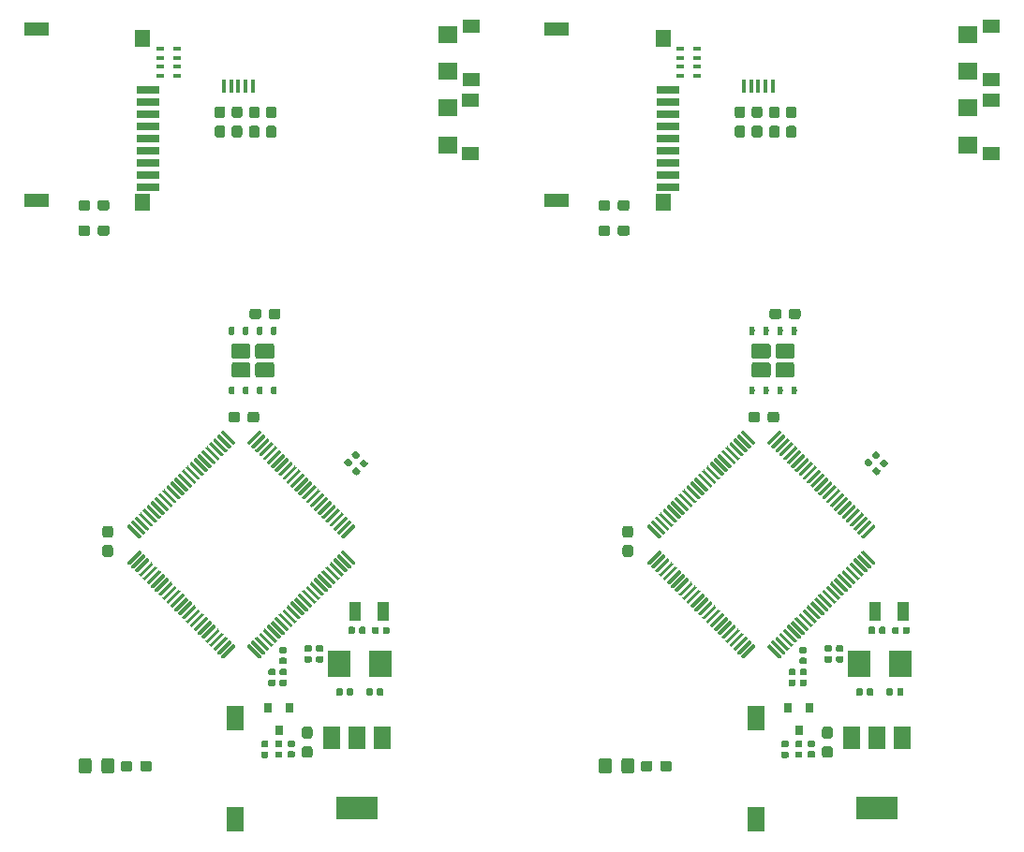
<source format=gbr>
G04 #@! TF.GenerationSoftware,KiCad,Pcbnew,(5.1.4)-1*
G04 #@! TF.CreationDate,2019-12-08T02:00:35+08:00*
G04 #@! TF.ProjectId,STM32F407VTE6-SOCKET_1x2,53544d33-3246-4343-9037-565445362d53,rev?*
G04 #@! TF.SameCoordinates,Original*
G04 #@! TF.FileFunction,Paste,Bot*
G04 #@! TF.FilePolarity,Positive*
%FSLAX46Y46*%
G04 Gerber Fmt 4.6, Leading zero omitted, Abs format (unit mm)*
G04 Created by KiCad (PCBNEW (5.1.4)-1) date 2019-12-08 02:00:35*
%MOMM*%
%LPD*%
G04 APERTURE LIST*
%ADD10C,0.100000*%
%ADD11C,0.590000*%
%ADD12C,0.950000*%
%ADD13C,1.150000*%
%ADD14R,2.200000X1.200000*%
%ADD15R,1.400000X1.600000*%
%ADD16R,2.000000X0.750000*%
%ADD17R,0.450000X1.300000*%
%ADD18R,1.600000X2.180000*%
%ADD19R,2.000000X2.400000*%
%ADD20R,1.700000X1.500000*%
%ADD21R,1.500000X1.200000*%
%ADD22C,0.300000*%
%ADD23R,1.000000X1.800000*%
%ADD24R,1.500000X2.000000*%
%ADD25R,3.800000X2.000000*%
%ADD26C,0.500000*%
%ADD27C,1.370000*%
%ADD28R,0.800000X0.900000*%
%ADD29R,0.760000X0.430000*%
G04 APERTURE END LIST*
D10*
G36*
X181681958Y-157250710D02*
G01*
X181696276Y-157252834D01*
X181710317Y-157256351D01*
X181723946Y-157261228D01*
X181737031Y-157267417D01*
X181749447Y-157274858D01*
X181761073Y-157283481D01*
X181771798Y-157293202D01*
X181781519Y-157303927D01*
X181790142Y-157315553D01*
X181797583Y-157327969D01*
X181803772Y-157341054D01*
X181808649Y-157354683D01*
X181812166Y-157368724D01*
X181814290Y-157383042D01*
X181815000Y-157397500D01*
X181815000Y-157742500D01*
X181814290Y-157756958D01*
X181812166Y-157771276D01*
X181808649Y-157785317D01*
X181803772Y-157798946D01*
X181797583Y-157812031D01*
X181790142Y-157824447D01*
X181781519Y-157836073D01*
X181771798Y-157846798D01*
X181761073Y-157856519D01*
X181749447Y-157865142D01*
X181737031Y-157872583D01*
X181723946Y-157878772D01*
X181710317Y-157883649D01*
X181696276Y-157887166D01*
X181681958Y-157889290D01*
X181667500Y-157890000D01*
X181372500Y-157890000D01*
X181358042Y-157889290D01*
X181343724Y-157887166D01*
X181329683Y-157883649D01*
X181316054Y-157878772D01*
X181302969Y-157872583D01*
X181290553Y-157865142D01*
X181278927Y-157856519D01*
X181268202Y-157846798D01*
X181258481Y-157836073D01*
X181249858Y-157824447D01*
X181242417Y-157812031D01*
X181236228Y-157798946D01*
X181231351Y-157785317D01*
X181227834Y-157771276D01*
X181225710Y-157756958D01*
X181225000Y-157742500D01*
X181225000Y-157397500D01*
X181225710Y-157383042D01*
X181227834Y-157368724D01*
X181231351Y-157354683D01*
X181236228Y-157341054D01*
X181242417Y-157327969D01*
X181249858Y-157315553D01*
X181258481Y-157303927D01*
X181268202Y-157293202D01*
X181278927Y-157283481D01*
X181290553Y-157274858D01*
X181302969Y-157267417D01*
X181316054Y-157261228D01*
X181329683Y-157256351D01*
X181343724Y-157252834D01*
X181358042Y-157250710D01*
X181372500Y-157250000D01*
X181667500Y-157250000D01*
X181681958Y-157250710D01*
X181681958Y-157250710D01*
G37*
D11*
X181520000Y-157570000D03*
D10*
G36*
X182651958Y-157250710D02*
G01*
X182666276Y-157252834D01*
X182680317Y-157256351D01*
X182693946Y-157261228D01*
X182707031Y-157267417D01*
X182719447Y-157274858D01*
X182731073Y-157283481D01*
X182741798Y-157293202D01*
X182751519Y-157303927D01*
X182760142Y-157315553D01*
X182767583Y-157327969D01*
X182773772Y-157341054D01*
X182778649Y-157354683D01*
X182782166Y-157368724D01*
X182784290Y-157383042D01*
X182785000Y-157397500D01*
X182785000Y-157742500D01*
X182784290Y-157756958D01*
X182782166Y-157771276D01*
X182778649Y-157785317D01*
X182773772Y-157798946D01*
X182767583Y-157812031D01*
X182760142Y-157824447D01*
X182751519Y-157836073D01*
X182741798Y-157846798D01*
X182731073Y-157856519D01*
X182719447Y-157865142D01*
X182707031Y-157872583D01*
X182693946Y-157878772D01*
X182680317Y-157883649D01*
X182666276Y-157887166D01*
X182651958Y-157889290D01*
X182637500Y-157890000D01*
X182342500Y-157890000D01*
X182328042Y-157889290D01*
X182313724Y-157887166D01*
X182299683Y-157883649D01*
X182286054Y-157878772D01*
X182272969Y-157872583D01*
X182260553Y-157865142D01*
X182248927Y-157856519D01*
X182238202Y-157846798D01*
X182228481Y-157836073D01*
X182219858Y-157824447D01*
X182212417Y-157812031D01*
X182206228Y-157798946D01*
X182201351Y-157785317D01*
X182197834Y-157771276D01*
X182195710Y-157756958D01*
X182195000Y-157742500D01*
X182195000Y-157397500D01*
X182195710Y-157383042D01*
X182197834Y-157368724D01*
X182201351Y-157354683D01*
X182206228Y-157341054D01*
X182212417Y-157327969D01*
X182219858Y-157315553D01*
X182228481Y-157303927D01*
X182238202Y-157293202D01*
X182248927Y-157283481D01*
X182260553Y-157274858D01*
X182272969Y-157267417D01*
X182286054Y-157261228D01*
X182299683Y-157256351D01*
X182313724Y-157252834D01*
X182328042Y-157250710D01*
X182342500Y-157250000D01*
X182637500Y-157250000D01*
X182651958Y-157250710D01*
X182651958Y-157250710D01*
G37*
D11*
X182490000Y-157570000D03*
D10*
G36*
X159870779Y-163806144D02*
G01*
X159893834Y-163809563D01*
X159916443Y-163815227D01*
X159938387Y-163823079D01*
X159959457Y-163833044D01*
X159979448Y-163845026D01*
X159998168Y-163858910D01*
X160015438Y-163874562D01*
X160031090Y-163891832D01*
X160044974Y-163910552D01*
X160056956Y-163930543D01*
X160066921Y-163951613D01*
X160074773Y-163973557D01*
X160080437Y-163996166D01*
X160083856Y-164019221D01*
X160085000Y-164042500D01*
X160085000Y-164517500D01*
X160083856Y-164540779D01*
X160080437Y-164563834D01*
X160074773Y-164586443D01*
X160066921Y-164608387D01*
X160056956Y-164629457D01*
X160044974Y-164649448D01*
X160031090Y-164668168D01*
X160015438Y-164685438D01*
X159998168Y-164701090D01*
X159979448Y-164714974D01*
X159959457Y-164726956D01*
X159938387Y-164736921D01*
X159916443Y-164744773D01*
X159893834Y-164750437D01*
X159870779Y-164753856D01*
X159847500Y-164755000D01*
X159272500Y-164755000D01*
X159249221Y-164753856D01*
X159226166Y-164750437D01*
X159203557Y-164744773D01*
X159181613Y-164736921D01*
X159160543Y-164726956D01*
X159140552Y-164714974D01*
X159121832Y-164701090D01*
X159104562Y-164685438D01*
X159088910Y-164668168D01*
X159075026Y-164649448D01*
X159063044Y-164629457D01*
X159053079Y-164608387D01*
X159045227Y-164586443D01*
X159039563Y-164563834D01*
X159036144Y-164540779D01*
X159035000Y-164517500D01*
X159035000Y-164042500D01*
X159036144Y-164019221D01*
X159039563Y-163996166D01*
X159045227Y-163973557D01*
X159053079Y-163951613D01*
X159063044Y-163930543D01*
X159075026Y-163910552D01*
X159088910Y-163891832D01*
X159104562Y-163874562D01*
X159121832Y-163858910D01*
X159140552Y-163845026D01*
X159160543Y-163833044D01*
X159181613Y-163823079D01*
X159203557Y-163815227D01*
X159226166Y-163809563D01*
X159249221Y-163806144D01*
X159272500Y-163805000D01*
X159847500Y-163805000D01*
X159870779Y-163806144D01*
X159870779Y-163806144D01*
G37*
D12*
X159560000Y-164280000D03*
D10*
G36*
X161620779Y-163806144D02*
G01*
X161643834Y-163809563D01*
X161666443Y-163815227D01*
X161688387Y-163823079D01*
X161709457Y-163833044D01*
X161729448Y-163845026D01*
X161748168Y-163858910D01*
X161765438Y-163874562D01*
X161781090Y-163891832D01*
X161794974Y-163910552D01*
X161806956Y-163930543D01*
X161816921Y-163951613D01*
X161824773Y-163973557D01*
X161830437Y-163996166D01*
X161833856Y-164019221D01*
X161835000Y-164042500D01*
X161835000Y-164517500D01*
X161833856Y-164540779D01*
X161830437Y-164563834D01*
X161824773Y-164586443D01*
X161816921Y-164608387D01*
X161806956Y-164629457D01*
X161794974Y-164649448D01*
X161781090Y-164668168D01*
X161765438Y-164685438D01*
X161748168Y-164701090D01*
X161729448Y-164714974D01*
X161709457Y-164726956D01*
X161688387Y-164736921D01*
X161666443Y-164744773D01*
X161643834Y-164750437D01*
X161620779Y-164753856D01*
X161597500Y-164755000D01*
X161022500Y-164755000D01*
X160999221Y-164753856D01*
X160976166Y-164750437D01*
X160953557Y-164744773D01*
X160931613Y-164736921D01*
X160910543Y-164726956D01*
X160890552Y-164714974D01*
X160871832Y-164701090D01*
X160854562Y-164685438D01*
X160838910Y-164668168D01*
X160825026Y-164649448D01*
X160813044Y-164629457D01*
X160803079Y-164608387D01*
X160795227Y-164586443D01*
X160789563Y-164563834D01*
X160786144Y-164540779D01*
X160785000Y-164517500D01*
X160785000Y-164042500D01*
X160786144Y-164019221D01*
X160789563Y-163996166D01*
X160795227Y-163973557D01*
X160803079Y-163951613D01*
X160813044Y-163930543D01*
X160825026Y-163910552D01*
X160838910Y-163891832D01*
X160854562Y-163874562D01*
X160871832Y-163858910D01*
X160890552Y-163845026D01*
X160910543Y-163833044D01*
X160931613Y-163823079D01*
X160953557Y-163815227D01*
X160976166Y-163809563D01*
X160999221Y-163806144D01*
X161022500Y-163805000D01*
X161597500Y-163805000D01*
X161620779Y-163806144D01*
X161620779Y-163806144D01*
G37*
D12*
X161310000Y-164280000D03*
D10*
G36*
X176156958Y-153345710D02*
G01*
X176171276Y-153347834D01*
X176185317Y-153351351D01*
X176198946Y-153356228D01*
X176212031Y-153362417D01*
X176224447Y-153369858D01*
X176236073Y-153378481D01*
X176246798Y-153388202D01*
X176256519Y-153398927D01*
X176265142Y-153410553D01*
X176272583Y-153422969D01*
X176278772Y-153436054D01*
X176283649Y-153449683D01*
X176287166Y-153463724D01*
X176289290Y-153478042D01*
X176290000Y-153492500D01*
X176290000Y-153787500D01*
X176289290Y-153801958D01*
X176287166Y-153816276D01*
X176283649Y-153830317D01*
X176278772Y-153843946D01*
X176272583Y-153857031D01*
X176265142Y-153869447D01*
X176256519Y-153881073D01*
X176246798Y-153891798D01*
X176236073Y-153901519D01*
X176224447Y-153910142D01*
X176212031Y-153917583D01*
X176198946Y-153923772D01*
X176185317Y-153928649D01*
X176171276Y-153932166D01*
X176156958Y-153934290D01*
X176142500Y-153935000D01*
X175797500Y-153935000D01*
X175783042Y-153934290D01*
X175768724Y-153932166D01*
X175754683Y-153928649D01*
X175741054Y-153923772D01*
X175727969Y-153917583D01*
X175715553Y-153910142D01*
X175703927Y-153901519D01*
X175693202Y-153891798D01*
X175683481Y-153881073D01*
X175674858Y-153869447D01*
X175667417Y-153857031D01*
X175661228Y-153843946D01*
X175656351Y-153830317D01*
X175652834Y-153816276D01*
X175650710Y-153801958D01*
X175650000Y-153787500D01*
X175650000Y-153492500D01*
X175650710Y-153478042D01*
X175652834Y-153463724D01*
X175656351Y-153449683D01*
X175661228Y-153436054D01*
X175667417Y-153422969D01*
X175674858Y-153410553D01*
X175683481Y-153398927D01*
X175693202Y-153388202D01*
X175703927Y-153378481D01*
X175715553Y-153369858D01*
X175727969Y-153362417D01*
X175741054Y-153356228D01*
X175754683Y-153351351D01*
X175768724Y-153347834D01*
X175783042Y-153345710D01*
X175797500Y-153345000D01*
X176142500Y-153345000D01*
X176156958Y-153345710D01*
X176156958Y-153345710D01*
G37*
D11*
X175970000Y-153640000D03*
D10*
G36*
X176156958Y-154315710D02*
G01*
X176171276Y-154317834D01*
X176185317Y-154321351D01*
X176198946Y-154326228D01*
X176212031Y-154332417D01*
X176224447Y-154339858D01*
X176236073Y-154348481D01*
X176246798Y-154358202D01*
X176256519Y-154368927D01*
X176265142Y-154380553D01*
X176272583Y-154392969D01*
X176278772Y-154406054D01*
X176283649Y-154419683D01*
X176287166Y-154433724D01*
X176289290Y-154448042D01*
X176290000Y-154462500D01*
X176290000Y-154757500D01*
X176289290Y-154771958D01*
X176287166Y-154786276D01*
X176283649Y-154800317D01*
X176278772Y-154813946D01*
X176272583Y-154827031D01*
X176265142Y-154839447D01*
X176256519Y-154851073D01*
X176246798Y-154861798D01*
X176236073Y-154871519D01*
X176224447Y-154880142D01*
X176212031Y-154887583D01*
X176198946Y-154893772D01*
X176185317Y-154898649D01*
X176171276Y-154902166D01*
X176156958Y-154904290D01*
X176142500Y-154905000D01*
X175797500Y-154905000D01*
X175783042Y-154904290D01*
X175768724Y-154902166D01*
X175754683Y-154898649D01*
X175741054Y-154893772D01*
X175727969Y-154887583D01*
X175715553Y-154880142D01*
X175703927Y-154871519D01*
X175693202Y-154861798D01*
X175683481Y-154851073D01*
X175674858Y-154839447D01*
X175667417Y-154827031D01*
X175661228Y-154813946D01*
X175656351Y-154800317D01*
X175652834Y-154786276D01*
X175650710Y-154771958D01*
X175650000Y-154757500D01*
X175650000Y-154462500D01*
X175650710Y-154448042D01*
X175652834Y-154433724D01*
X175656351Y-154419683D01*
X175661228Y-154406054D01*
X175667417Y-154392969D01*
X175674858Y-154380553D01*
X175683481Y-154368927D01*
X175693202Y-154358202D01*
X175703927Y-154348481D01*
X175715553Y-154339858D01*
X175727969Y-154332417D01*
X175741054Y-154326228D01*
X175754683Y-154321351D01*
X175768724Y-154317834D01*
X175783042Y-154315710D01*
X175797500Y-154315000D01*
X176142500Y-154315000D01*
X176156958Y-154315710D01*
X176156958Y-154315710D01*
G37*
D11*
X175970000Y-154610000D03*
D10*
G36*
X156045779Y-115366144D02*
G01*
X156068834Y-115369563D01*
X156091443Y-115375227D01*
X156113387Y-115383079D01*
X156134457Y-115393044D01*
X156154448Y-115405026D01*
X156173168Y-115418910D01*
X156190438Y-115434562D01*
X156206090Y-115451832D01*
X156219974Y-115470552D01*
X156231956Y-115490543D01*
X156241921Y-115511613D01*
X156249773Y-115533557D01*
X156255437Y-115556166D01*
X156258856Y-115579221D01*
X156260000Y-115602500D01*
X156260000Y-116077500D01*
X156258856Y-116100779D01*
X156255437Y-116123834D01*
X156249773Y-116146443D01*
X156241921Y-116168387D01*
X156231956Y-116189457D01*
X156219974Y-116209448D01*
X156206090Y-116228168D01*
X156190438Y-116245438D01*
X156173168Y-116261090D01*
X156154448Y-116274974D01*
X156134457Y-116286956D01*
X156113387Y-116296921D01*
X156091443Y-116304773D01*
X156068834Y-116310437D01*
X156045779Y-116313856D01*
X156022500Y-116315000D01*
X155447500Y-116315000D01*
X155424221Y-116313856D01*
X155401166Y-116310437D01*
X155378557Y-116304773D01*
X155356613Y-116296921D01*
X155335543Y-116286956D01*
X155315552Y-116274974D01*
X155296832Y-116261090D01*
X155279562Y-116245438D01*
X155263910Y-116228168D01*
X155250026Y-116209448D01*
X155238044Y-116189457D01*
X155228079Y-116168387D01*
X155220227Y-116146443D01*
X155214563Y-116123834D01*
X155211144Y-116100779D01*
X155210000Y-116077500D01*
X155210000Y-115602500D01*
X155211144Y-115579221D01*
X155214563Y-115556166D01*
X155220227Y-115533557D01*
X155228079Y-115511613D01*
X155238044Y-115490543D01*
X155250026Y-115470552D01*
X155263910Y-115451832D01*
X155279562Y-115434562D01*
X155296832Y-115418910D01*
X155315552Y-115405026D01*
X155335543Y-115393044D01*
X155356613Y-115383079D01*
X155378557Y-115375227D01*
X155401166Y-115369563D01*
X155424221Y-115366144D01*
X155447500Y-115365000D01*
X156022500Y-115365000D01*
X156045779Y-115366144D01*
X156045779Y-115366144D01*
G37*
D12*
X155735000Y-115840000D03*
D10*
G36*
X157795779Y-115366144D02*
G01*
X157818834Y-115369563D01*
X157841443Y-115375227D01*
X157863387Y-115383079D01*
X157884457Y-115393044D01*
X157904448Y-115405026D01*
X157923168Y-115418910D01*
X157940438Y-115434562D01*
X157956090Y-115451832D01*
X157969974Y-115470552D01*
X157981956Y-115490543D01*
X157991921Y-115511613D01*
X157999773Y-115533557D01*
X158005437Y-115556166D01*
X158008856Y-115579221D01*
X158010000Y-115602500D01*
X158010000Y-116077500D01*
X158008856Y-116100779D01*
X158005437Y-116123834D01*
X157999773Y-116146443D01*
X157991921Y-116168387D01*
X157981956Y-116189457D01*
X157969974Y-116209448D01*
X157956090Y-116228168D01*
X157940438Y-116245438D01*
X157923168Y-116261090D01*
X157904448Y-116274974D01*
X157884457Y-116286956D01*
X157863387Y-116296921D01*
X157841443Y-116304773D01*
X157818834Y-116310437D01*
X157795779Y-116313856D01*
X157772500Y-116315000D01*
X157197500Y-116315000D01*
X157174221Y-116313856D01*
X157151166Y-116310437D01*
X157128557Y-116304773D01*
X157106613Y-116296921D01*
X157085543Y-116286956D01*
X157065552Y-116274974D01*
X157046832Y-116261090D01*
X157029562Y-116245438D01*
X157013910Y-116228168D01*
X157000026Y-116209448D01*
X156988044Y-116189457D01*
X156978079Y-116168387D01*
X156970227Y-116146443D01*
X156964563Y-116123834D01*
X156961144Y-116100779D01*
X156960000Y-116077500D01*
X156960000Y-115602500D01*
X156961144Y-115579221D01*
X156964563Y-115556166D01*
X156970227Y-115533557D01*
X156978079Y-115511613D01*
X156988044Y-115490543D01*
X157000026Y-115470552D01*
X157013910Y-115451832D01*
X157029562Y-115434562D01*
X157046832Y-115418910D01*
X157065552Y-115405026D01*
X157085543Y-115393044D01*
X157106613Y-115383079D01*
X157128557Y-115375227D01*
X157151166Y-115369563D01*
X157174221Y-115366144D01*
X157197500Y-115365000D01*
X157772500Y-115365000D01*
X157795779Y-115366144D01*
X157795779Y-115366144D01*
G37*
D12*
X157485000Y-115840000D03*
D10*
G36*
X158219505Y-163551204D02*
G01*
X158243773Y-163554804D01*
X158267572Y-163560765D01*
X158290671Y-163569030D01*
X158312850Y-163579520D01*
X158333893Y-163592132D01*
X158353599Y-163606747D01*
X158371777Y-163623223D01*
X158388253Y-163641401D01*
X158402868Y-163661107D01*
X158415480Y-163682150D01*
X158425970Y-163704329D01*
X158434235Y-163727428D01*
X158440196Y-163751227D01*
X158443796Y-163775495D01*
X158445000Y-163799999D01*
X158445000Y-164700001D01*
X158443796Y-164724505D01*
X158440196Y-164748773D01*
X158434235Y-164772572D01*
X158425970Y-164795671D01*
X158415480Y-164817850D01*
X158402868Y-164838893D01*
X158388253Y-164858599D01*
X158371777Y-164876777D01*
X158353599Y-164893253D01*
X158333893Y-164907868D01*
X158312850Y-164920480D01*
X158290671Y-164930970D01*
X158267572Y-164939235D01*
X158243773Y-164945196D01*
X158219505Y-164948796D01*
X158195001Y-164950000D01*
X157544999Y-164950000D01*
X157520495Y-164948796D01*
X157496227Y-164945196D01*
X157472428Y-164939235D01*
X157449329Y-164930970D01*
X157427150Y-164920480D01*
X157406107Y-164907868D01*
X157386401Y-164893253D01*
X157368223Y-164876777D01*
X157351747Y-164858599D01*
X157337132Y-164838893D01*
X157324520Y-164817850D01*
X157314030Y-164795671D01*
X157305765Y-164772572D01*
X157299804Y-164748773D01*
X157296204Y-164724505D01*
X157295000Y-164700001D01*
X157295000Y-163799999D01*
X157296204Y-163775495D01*
X157299804Y-163751227D01*
X157305765Y-163727428D01*
X157314030Y-163704329D01*
X157324520Y-163682150D01*
X157337132Y-163661107D01*
X157351747Y-163641401D01*
X157368223Y-163623223D01*
X157386401Y-163606747D01*
X157406107Y-163592132D01*
X157427150Y-163579520D01*
X157449329Y-163569030D01*
X157472428Y-163560765D01*
X157496227Y-163554804D01*
X157520495Y-163551204D01*
X157544999Y-163550000D01*
X158195001Y-163550000D01*
X158219505Y-163551204D01*
X158219505Y-163551204D01*
G37*
D13*
X157870000Y-164250000D03*
D10*
G36*
X156169505Y-163551204D02*
G01*
X156193773Y-163554804D01*
X156217572Y-163560765D01*
X156240671Y-163569030D01*
X156262850Y-163579520D01*
X156283893Y-163592132D01*
X156303599Y-163606747D01*
X156321777Y-163623223D01*
X156338253Y-163641401D01*
X156352868Y-163661107D01*
X156365480Y-163682150D01*
X156375970Y-163704329D01*
X156384235Y-163727428D01*
X156390196Y-163751227D01*
X156393796Y-163775495D01*
X156395000Y-163799999D01*
X156395000Y-164700001D01*
X156393796Y-164724505D01*
X156390196Y-164748773D01*
X156384235Y-164772572D01*
X156375970Y-164795671D01*
X156365480Y-164817850D01*
X156352868Y-164838893D01*
X156338253Y-164858599D01*
X156321777Y-164876777D01*
X156303599Y-164893253D01*
X156283893Y-164907868D01*
X156262850Y-164920480D01*
X156240671Y-164930970D01*
X156217572Y-164939235D01*
X156193773Y-164945196D01*
X156169505Y-164948796D01*
X156145001Y-164950000D01*
X155494999Y-164950000D01*
X155470495Y-164948796D01*
X155446227Y-164945196D01*
X155422428Y-164939235D01*
X155399329Y-164930970D01*
X155377150Y-164920480D01*
X155356107Y-164907868D01*
X155336401Y-164893253D01*
X155318223Y-164876777D01*
X155301747Y-164858599D01*
X155287132Y-164838893D01*
X155274520Y-164817850D01*
X155264030Y-164795671D01*
X155255765Y-164772572D01*
X155249804Y-164748773D01*
X155246204Y-164724505D01*
X155245000Y-164700001D01*
X155245000Y-163799999D01*
X155246204Y-163775495D01*
X155249804Y-163751227D01*
X155255765Y-163727428D01*
X155264030Y-163704329D01*
X155274520Y-163682150D01*
X155287132Y-163661107D01*
X155301747Y-163641401D01*
X155318223Y-163623223D01*
X155336401Y-163606747D01*
X155356107Y-163592132D01*
X155377150Y-163579520D01*
X155399329Y-163569030D01*
X155422428Y-163560765D01*
X155446227Y-163554804D01*
X155470495Y-163551204D01*
X155494999Y-163550000D01*
X156145001Y-163550000D01*
X156169505Y-163551204D01*
X156169505Y-163551204D01*
G37*
D13*
X155820000Y-164250000D03*
D10*
G36*
X181041958Y-151680710D02*
G01*
X181056276Y-151682834D01*
X181070317Y-151686351D01*
X181083946Y-151691228D01*
X181097031Y-151697417D01*
X181109447Y-151704858D01*
X181121073Y-151713481D01*
X181131798Y-151723202D01*
X181141519Y-151733927D01*
X181150142Y-151745553D01*
X181157583Y-151757969D01*
X181163772Y-151771054D01*
X181168649Y-151784683D01*
X181172166Y-151798724D01*
X181174290Y-151813042D01*
X181175000Y-151827500D01*
X181175000Y-152172500D01*
X181174290Y-152186958D01*
X181172166Y-152201276D01*
X181168649Y-152215317D01*
X181163772Y-152228946D01*
X181157583Y-152242031D01*
X181150142Y-152254447D01*
X181141519Y-152266073D01*
X181131798Y-152276798D01*
X181121073Y-152286519D01*
X181109447Y-152295142D01*
X181097031Y-152302583D01*
X181083946Y-152308772D01*
X181070317Y-152313649D01*
X181056276Y-152317166D01*
X181041958Y-152319290D01*
X181027500Y-152320000D01*
X180732500Y-152320000D01*
X180718042Y-152319290D01*
X180703724Y-152317166D01*
X180689683Y-152313649D01*
X180676054Y-152308772D01*
X180662969Y-152302583D01*
X180650553Y-152295142D01*
X180638927Y-152286519D01*
X180628202Y-152276798D01*
X180618481Y-152266073D01*
X180609858Y-152254447D01*
X180602417Y-152242031D01*
X180596228Y-152228946D01*
X180591351Y-152215317D01*
X180587834Y-152201276D01*
X180585710Y-152186958D01*
X180585000Y-152172500D01*
X180585000Y-151827500D01*
X180585710Y-151813042D01*
X180587834Y-151798724D01*
X180591351Y-151784683D01*
X180596228Y-151771054D01*
X180602417Y-151757969D01*
X180609858Y-151745553D01*
X180618481Y-151733927D01*
X180628202Y-151723202D01*
X180638927Y-151713481D01*
X180650553Y-151704858D01*
X180662969Y-151697417D01*
X180676054Y-151691228D01*
X180689683Y-151686351D01*
X180703724Y-151682834D01*
X180718042Y-151680710D01*
X180732500Y-151680000D01*
X181027500Y-151680000D01*
X181041958Y-151680710D01*
X181041958Y-151680710D01*
G37*
D11*
X180880000Y-152000000D03*
D10*
G36*
X180071958Y-151680710D02*
G01*
X180086276Y-151682834D01*
X180100317Y-151686351D01*
X180113946Y-151691228D01*
X180127031Y-151697417D01*
X180139447Y-151704858D01*
X180151073Y-151713481D01*
X180161798Y-151723202D01*
X180171519Y-151733927D01*
X180180142Y-151745553D01*
X180187583Y-151757969D01*
X180193772Y-151771054D01*
X180198649Y-151784683D01*
X180202166Y-151798724D01*
X180204290Y-151813042D01*
X180205000Y-151827500D01*
X180205000Y-152172500D01*
X180204290Y-152186958D01*
X180202166Y-152201276D01*
X180198649Y-152215317D01*
X180193772Y-152228946D01*
X180187583Y-152242031D01*
X180180142Y-152254447D01*
X180171519Y-152266073D01*
X180161798Y-152276798D01*
X180151073Y-152286519D01*
X180139447Y-152295142D01*
X180127031Y-152302583D01*
X180113946Y-152308772D01*
X180100317Y-152313649D01*
X180086276Y-152317166D01*
X180071958Y-152319290D01*
X180057500Y-152320000D01*
X179762500Y-152320000D01*
X179748042Y-152319290D01*
X179733724Y-152317166D01*
X179719683Y-152313649D01*
X179706054Y-152308772D01*
X179692969Y-152302583D01*
X179680553Y-152295142D01*
X179668927Y-152286519D01*
X179658202Y-152276798D01*
X179648481Y-152266073D01*
X179639858Y-152254447D01*
X179632417Y-152242031D01*
X179626228Y-152228946D01*
X179621351Y-152215317D01*
X179617834Y-152201276D01*
X179615710Y-152186958D01*
X179615000Y-152172500D01*
X179615000Y-151827500D01*
X179615710Y-151813042D01*
X179617834Y-151798724D01*
X179621351Y-151784683D01*
X179626228Y-151771054D01*
X179632417Y-151757969D01*
X179639858Y-151745553D01*
X179648481Y-151733927D01*
X179658202Y-151723202D01*
X179668927Y-151713481D01*
X179680553Y-151704858D01*
X179692969Y-151697417D01*
X179706054Y-151691228D01*
X179719683Y-151686351D01*
X179733724Y-151682834D01*
X179748042Y-151680710D01*
X179762500Y-151680000D01*
X180057500Y-151680000D01*
X180071958Y-151680710D01*
X180071958Y-151680710D01*
G37*
D11*
X179910000Y-152000000D03*
D14*
X151430000Y-113100000D03*
X151430000Y-97600000D03*
D15*
X161030000Y-113300000D03*
X161030000Y-98500000D03*
D16*
X161530000Y-111900000D03*
X161530000Y-110800000D03*
X161530000Y-109700000D03*
X161530000Y-108600000D03*
X161530000Y-107500000D03*
X161530000Y-106400000D03*
X161530000Y-105300000D03*
X161530000Y-104200000D03*
X161530000Y-103100000D03*
D10*
G36*
X171330779Y-132236144D02*
G01*
X171353834Y-132239563D01*
X171376443Y-132245227D01*
X171398387Y-132253079D01*
X171419457Y-132263044D01*
X171439448Y-132275026D01*
X171458168Y-132288910D01*
X171475438Y-132304562D01*
X171491090Y-132321832D01*
X171504974Y-132340552D01*
X171516956Y-132360543D01*
X171526921Y-132381613D01*
X171534773Y-132403557D01*
X171540437Y-132426166D01*
X171543856Y-132449221D01*
X171545000Y-132472500D01*
X171545000Y-132947500D01*
X171543856Y-132970779D01*
X171540437Y-132993834D01*
X171534773Y-133016443D01*
X171526921Y-133038387D01*
X171516956Y-133059457D01*
X171504974Y-133079448D01*
X171491090Y-133098168D01*
X171475438Y-133115438D01*
X171458168Y-133131090D01*
X171439448Y-133144974D01*
X171419457Y-133156956D01*
X171398387Y-133166921D01*
X171376443Y-133174773D01*
X171353834Y-133180437D01*
X171330779Y-133183856D01*
X171307500Y-133185000D01*
X170732500Y-133185000D01*
X170709221Y-133183856D01*
X170686166Y-133180437D01*
X170663557Y-133174773D01*
X170641613Y-133166921D01*
X170620543Y-133156956D01*
X170600552Y-133144974D01*
X170581832Y-133131090D01*
X170564562Y-133115438D01*
X170548910Y-133098168D01*
X170535026Y-133079448D01*
X170523044Y-133059457D01*
X170513079Y-133038387D01*
X170505227Y-133016443D01*
X170499563Y-132993834D01*
X170496144Y-132970779D01*
X170495000Y-132947500D01*
X170495000Y-132472500D01*
X170496144Y-132449221D01*
X170499563Y-132426166D01*
X170505227Y-132403557D01*
X170513079Y-132381613D01*
X170523044Y-132360543D01*
X170535026Y-132340552D01*
X170548910Y-132321832D01*
X170564562Y-132304562D01*
X170581832Y-132288910D01*
X170600552Y-132275026D01*
X170620543Y-132263044D01*
X170641613Y-132253079D01*
X170663557Y-132245227D01*
X170686166Y-132239563D01*
X170709221Y-132236144D01*
X170732500Y-132235000D01*
X171307500Y-132235000D01*
X171330779Y-132236144D01*
X171330779Y-132236144D01*
G37*
D12*
X171020000Y-132710000D03*
D10*
G36*
X169580779Y-132236144D02*
G01*
X169603834Y-132239563D01*
X169626443Y-132245227D01*
X169648387Y-132253079D01*
X169669457Y-132263044D01*
X169689448Y-132275026D01*
X169708168Y-132288910D01*
X169725438Y-132304562D01*
X169741090Y-132321832D01*
X169754974Y-132340552D01*
X169766956Y-132360543D01*
X169776921Y-132381613D01*
X169784773Y-132403557D01*
X169790437Y-132426166D01*
X169793856Y-132449221D01*
X169795000Y-132472500D01*
X169795000Y-132947500D01*
X169793856Y-132970779D01*
X169790437Y-132993834D01*
X169784773Y-133016443D01*
X169776921Y-133038387D01*
X169766956Y-133059457D01*
X169754974Y-133079448D01*
X169741090Y-133098168D01*
X169725438Y-133115438D01*
X169708168Y-133131090D01*
X169689448Y-133144974D01*
X169669457Y-133156956D01*
X169648387Y-133166921D01*
X169626443Y-133174773D01*
X169603834Y-133180437D01*
X169580779Y-133183856D01*
X169557500Y-133185000D01*
X168982500Y-133185000D01*
X168959221Y-133183856D01*
X168936166Y-133180437D01*
X168913557Y-133174773D01*
X168891613Y-133166921D01*
X168870543Y-133156956D01*
X168850552Y-133144974D01*
X168831832Y-133131090D01*
X168814562Y-133115438D01*
X168798910Y-133098168D01*
X168785026Y-133079448D01*
X168773044Y-133059457D01*
X168763079Y-133038387D01*
X168755227Y-133016443D01*
X168749563Y-132993834D01*
X168746144Y-132970779D01*
X168745000Y-132947500D01*
X168745000Y-132472500D01*
X168746144Y-132449221D01*
X168749563Y-132426166D01*
X168755227Y-132403557D01*
X168763079Y-132381613D01*
X168773044Y-132360543D01*
X168785026Y-132340552D01*
X168798910Y-132321832D01*
X168814562Y-132304562D01*
X168831832Y-132288910D01*
X168850552Y-132275026D01*
X168870543Y-132263044D01*
X168891613Y-132253079D01*
X168913557Y-132245227D01*
X168936166Y-132239563D01*
X168959221Y-132236144D01*
X168982500Y-132235000D01*
X169557500Y-132235000D01*
X169580779Y-132236144D01*
X169580779Y-132236144D01*
G37*
D12*
X169270000Y-132710000D03*
D10*
G36*
X156040779Y-113096144D02*
G01*
X156063834Y-113099563D01*
X156086443Y-113105227D01*
X156108387Y-113113079D01*
X156129457Y-113123044D01*
X156149448Y-113135026D01*
X156168168Y-113148910D01*
X156185438Y-113164562D01*
X156201090Y-113181832D01*
X156214974Y-113200552D01*
X156226956Y-113220543D01*
X156236921Y-113241613D01*
X156244773Y-113263557D01*
X156250437Y-113286166D01*
X156253856Y-113309221D01*
X156255000Y-113332500D01*
X156255000Y-113807500D01*
X156253856Y-113830779D01*
X156250437Y-113853834D01*
X156244773Y-113876443D01*
X156236921Y-113898387D01*
X156226956Y-113919457D01*
X156214974Y-113939448D01*
X156201090Y-113958168D01*
X156185438Y-113975438D01*
X156168168Y-113991090D01*
X156149448Y-114004974D01*
X156129457Y-114016956D01*
X156108387Y-114026921D01*
X156086443Y-114034773D01*
X156063834Y-114040437D01*
X156040779Y-114043856D01*
X156017500Y-114045000D01*
X155442500Y-114045000D01*
X155419221Y-114043856D01*
X155396166Y-114040437D01*
X155373557Y-114034773D01*
X155351613Y-114026921D01*
X155330543Y-114016956D01*
X155310552Y-114004974D01*
X155291832Y-113991090D01*
X155274562Y-113975438D01*
X155258910Y-113958168D01*
X155245026Y-113939448D01*
X155233044Y-113919457D01*
X155223079Y-113898387D01*
X155215227Y-113876443D01*
X155209563Y-113853834D01*
X155206144Y-113830779D01*
X155205000Y-113807500D01*
X155205000Y-113332500D01*
X155206144Y-113309221D01*
X155209563Y-113286166D01*
X155215227Y-113263557D01*
X155223079Y-113241613D01*
X155233044Y-113220543D01*
X155245026Y-113200552D01*
X155258910Y-113181832D01*
X155274562Y-113164562D01*
X155291832Y-113148910D01*
X155310552Y-113135026D01*
X155330543Y-113123044D01*
X155351613Y-113113079D01*
X155373557Y-113105227D01*
X155396166Y-113099563D01*
X155419221Y-113096144D01*
X155442500Y-113095000D01*
X156017500Y-113095000D01*
X156040779Y-113096144D01*
X156040779Y-113096144D01*
G37*
D12*
X155730000Y-113570000D03*
D10*
G36*
X157790779Y-113096144D02*
G01*
X157813834Y-113099563D01*
X157836443Y-113105227D01*
X157858387Y-113113079D01*
X157879457Y-113123044D01*
X157899448Y-113135026D01*
X157918168Y-113148910D01*
X157935438Y-113164562D01*
X157951090Y-113181832D01*
X157964974Y-113200552D01*
X157976956Y-113220543D01*
X157986921Y-113241613D01*
X157994773Y-113263557D01*
X158000437Y-113286166D01*
X158003856Y-113309221D01*
X158005000Y-113332500D01*
X158005000Y-113807500D01*
X158003856Y-113830779D01*
X158000437Y-113853834D01*
X157994773Y-113876443D01*
X157986921Y-113898387D01*
X157976956Y-113919457D01*
X157964974Y-113939448D01*
X157951090Y-113958168D01*
X157935438Y-113975438D01*
X157918168Y-113991090D01*
X157899448Y-114004974D01*
X157879457Y-114016956D01*
X157858387Y-114026921D01*
X157836443Y-114034773D01*
X157813834Y-114040437D01*
X157790779Y-114043856D01*
X157767500Y-114045000D01*
X157192500Y-114045000D01*
X157169221Y-114043856D01*
X157146166Y-114040437D01*
X157123557Y-114034773D01*
X157101613Y-114026921D01*
X157080543Y-114016956D01*
X157060552Y-114004974D01*
X157041832Y-113991090D01*
X157024562Y-113975438D01*
X157008910Y-113958168D01*
X156995026Y-113939448D01*
X156983044Y-113919457D01*
X156973079Y-113898387D01*
X156965227Y-113876443D01*
X156959563Y-113853834D01*
X156956144Y-113830779D01*
X156955000Y-113807500D01*
X156955000Y-113332500D01*
X156956144Y-113309221D01*
X156959563Y-113286166D01*
X156965227Y-113263557D01*
X156973079Y-113241613D01*
X156983044Y-113220543D01*
X156995026Y-113200552D01*
X157008910Y-113181832D01*
X157024562Y-113164562D01*
X157041832Y-113148910D01*
X157060552Y-113135026D01*
X157080543Y-113123044D01*
X157101613Y-113113079D01*
X157123557Y-113105227D01*
X157146166Y-113099563D01*
X157169221Y-113096144D01*
X157192500Y-113095000D01*
X157767500Y-113095000D01*
X157790779Y-113096144D01*
X157790779Y-113096144D01*
G37*
D12*
X157480000Y-113570000D03*
D10*
G36*
X172246958Y-161985710D02*
G01*
X172261276Y-161987834D01*
X172275317Y-161991351D01*
X172288946Y-161996228D01*
X172302031Y-162002417D01*
X172314447Y-162009858D01*
X172326073Y-162018481D01*
X172336798Y-162028202D01*
X172346519Y-162038927D01*
X172355142Y-162050553D01*
X172362583Y-162062969D01*
X172368772Y-162076054D01*
X172373649Y-162089683D01*
X172377166Y-162103724D01*
X172379290Y-162118042D01*
X172380000Y-162132500D01*
X172380000Y-162427500D01*
X172379290Y-162441958D01*
X172377166Y-162456276D01*
X172373649Y-162470317D01*
X172368772Y-162483946D01*
X172362583Y-162497031D01*
X172355142Y-162509447D01*
X172346519Y-162521073D01*
X172336798Y-162531798D01*
X172326073Y-162541519D01*
X172314447Y-162550142D01*
X172302031Y-162557583D01*
X172288946Y-162563772D01*
X172275317Y-162568649D01*
X172261276Y-162572166D01*
X172246958Y-162574290D01*
X172232500Y-162575000D01*
X171887500Y-162575000D01*
X171873042Y-162574290D01*
X171858724Y-162572166D01*
X171844683Y-162568649D01*
X171831054Y-162563772D01*
X171817969Y-162557583D01*
X171805553Y-162550142D01*
X171793927Y-162541519D01*
X171783202Y-162531798D01*
X171773481Y-162521073D01*
X171764858Y-162509447D01*
X171757417Y-162497031D01*
X171751228Y-162483946D01*
X171746351Y-162470317D01*
X171742834Y-162456276D01*
X171740710Y-162441958D01*
X171740000Y-162427500D01*
X171740000Y-162132500D01*
X171740710Y-162118042D01*
X171742834Y-162103724D01*
X171746351Y-162089683D01*
X171751228Y-162076054D01*
X171757417Y-162062969D01*
X171764858Y-162050553D01*
X171773481Y-162038927D01*
X171783202Y-162028202D01*
X171793927Y-162018481D01*
X171805553Y-162009858D01*
X171817969Y-162002417D01*
X171831054Y-161996228D01*
X171844683Y-161991351D01*
X171858724Y-161987834D01*
X171873042Y-161985710D01*
X171887500Y-161985000D01*
X172232500Y-161985000D01*
X172246958Y-161985710D01*
X172246958Y-161985710D01*
G37*
D11*
X172060000Y-162280000D03*
D10*
G36*
X172246958Y-162955710D02*
G01*
X172261276Y-162957834D01*
X172275317Y-162961351D01*
X172288946Y-162966228D01*
X172302031Y-162972417D01*
X172314447Y-162979858D01*
X172326073Y-162988481D01*
X172336798Y-162998202D01*
X172346519Y-163008927D01*
X172355142Y-163020553D01*
X172362583Y-163032969D01*
X172368772Y-163046054D01*
X172373649Y-163059683D01*
X172377166Y-163073724D01*
X172379290Y-163088042D01*
X172380000Y-163102500D01*
X172380000Y-163397500D01*
X172379290Y-163411958D01*
X172377166Y-163426276D01*
X172373649Y-163440317D01*
X172368772Y-163453946D01*
X172362583Y-163467031D01*
X172355142Y-163479447D01*
X172346519Y-163491073D01*
X172336798Y-163501798D01*
X172326073Y-163511519D01*
X172314447Y-163520142D01*
X172302031Y-163527583D01*
X172288946Y-163533772D01*
X172275317Y-163538649D01*
X172261276Y-163542166D01*
X172246958Y-163544290D01*
X172232500Y-163545000D01*
X171887500Y-163545000D01*
X171873042Y-163544290D01*
X171858724Y-163542166D01*
X171844683Y-163538649D01*
X171831054Y-163533772D01*
X171817969Y-163527583D01*
X171805553Y-163520142D01*
X171793927Y-163511519D01*
X171783202Y-163501798D01*
X171773481Y-163491073D01*
X171764858Y-163479447D01*
X171757417Y-163467031D01*
X171751228Y-163453946D01*
X171746351Y-163440317D01*
X171742834Y-163426276D01*
X171740710Y-163411958D01*
X171740000Y-163397500D01*
X171740000Y-163102500D01*
X171740710Y-163088042D01*
X171742834Y-163073724D01*
X171746351Y-163059683D01*
X171751228Y-163046054D01*
X171757417Y-163032969D01*
X171764858Y-163020553D01*
X171773481Y-163008927D01*
X171783202Y-162998202D01*
X171793927Y-162988481D01*
X171805553Y-162979858D01*
X171817969Y-162972417D01*
X171831054Y-162966228D01*
X171844683Y-162961351D01*
X171858724Y-162957834D01*
X171873042Y-162955710D01*
X171887500Y-162955000D01*
X172232500Y-162955000D01*
X172246958Y-162955710D01*
X172246958Y-162955710D01*
G37*
D11*
X172060000Y-163250000D03*
D10*
G36*
X176150779Y-162481144D02*
G01*
X176173834Y-162484563D01*
X176196443Y-162490227D01*
X176218387Y-162498079D01*
X176239457Y-162508044D01*
X176259448Y-162520026D01*
X176278168Y-162533910D01*
X176295438Y-162549562D01*
X176311090Y-162566832D01*
X176324974Y-162585552D01*
X176336956Y-162605543D01*
X176346921Y-162626613D01*
X176354773Y-162648557D01*
X176360437Y-162671166D01*
X176363856Y-162694221D01*
X176365000Y-162717500D01*
X176365000Y-163292500D01*
X176363856Y-163315779D01*
X176360437Y-163338834D01*
X176354773Y-163361443D01*
X176346921Y-163383387D01*
X176336956Y-163404457D01*
X176324974Y-163424448D01*
X176311090Y-163443168D01*
X176295438Y-163460438D01*
X176278168Y-163476090D01*
X176259448Y-163489974D01*
X176239457Y-163501956D01*
X176218387Y-163511921D01*
X176196443Y-163519773D01*
X176173834Y-163525437D01*
X176150779Y-163528856D01*
X176127500Y-163530000D01*
X175652500Y-163530000D01*
X175629221Y-163528856D01*
X175606166Y-163525437D01*
X175583557Y-163519773D01*
X175561613Y-163511921D01*
X175540543Y-163501956D01*
X175520552Y-163489974D01*
X175501832Y-163476090D01*
X175484562Y-163460438D01*
X175468910Y-163443168D01*
X175455026Y-163424448D01*
X175443044Y-163404457D01*
X175433079Y-163383387D01*
X175425227Y-163361443D01*
X175419563Y-163338834D01*
X175416144Y-163315779D01*
X175415000Y-163292500D01*
X175415000Y-162717500D01*
X175416144Y-162694221D01*
X175419563Y-162671166D01*
X175425227Y-162648557D01*
X175433079Y-162626613D01*
X175443044Y-162605543D01*
X175455026Y-162585552D01*
X175468910Y-162566832D01*
X175484562Y-162549562D01*
X175501832Y-162533910D01*
X175520552Y-162520026D01*
X175540543Y-162508044D01*
X175561613Y-162498079D01*
X175583557Y-162490227D01*
X175606166Y-162484563D01*
X175629221Y-162481144D01*
X175652500Y-162480000D01*
X176127500Y-162480000D01*
X176150779Y-162481144D01*
X176150779Y-162481144D01*
G37*
D12*
X175890000Y-163005000D03*
D10*
G36*
X176150779Y-160731144D02*
G01*
X176173834Y-160734563D01*
X176196443Y-160740227D01*
X176218387Y-160748079D01*
X176239457Y-160758044D01*
X176259448Y-160770026D01*
X176278168Y-160783910D01*
X176295438Y-160799562D01*
X176311090Y-160816832D01*
X176324974Y-160835552D01*
X176336956Y-160855543D01*
X176346921Y-160876613D01*
X176354773Y-160898557D01*
X176360437Y-160921166D01*
X176363856Y-160944221D01*
X176365000Y-160967500D01*
X176365000Y-161542500D01*
X176363856Y-161565779D01*
X176360437Y-161588834D01*
X176354773Y-161611443D01*
X176346921Y-161633387D01*
X176336956Y-161654457D01*
X176324974Y-161674448D01*
X176311090Y-161693168D01*
X176295438Y-161710438D01*
X176278168Y-161726090D01*
X176259448Y-161739974D01*
X176239457Y-161751956D01*
X176218387Y-161761921D01*
X176196443Y-161769773D01*
X176173834Y-161775437D01*
X176150779Y-161778856D01*
X176127500Y-161780000D01*
X175652500Y-161780000D01*
X175629221Y-161778856D01*
X175606166Y-161775437D01*
X175583557Y-161769773D01*
X175561613Y-161761921D01*
X175540543Y-161751956D01*
X175520552Y-161739974D01*
X175501832Y-161726090D01*
X175484562Y-161710438D01*
X175468910Y-161693168D01*
X175455026Y-161674448D01*
X175443044Y-161654457D01*
X175433079Y-161633387D01*
X175425227Y-161611443D01*
X175419563Y-161588834D01*
X175416144Y-161565779D01*
X175415000Y-161542500D01*
X175415000Y-160967500D01*
X175416144Y-160944221D01*
X175419563Y-160921166D01*
X175425227Y-160898557D01*
X175433079Y-160876613D01*
X175443044Y-160855543D01*
X175455026Y-160835552D01*
X175468910Y-160816832D01*
X175484562Y-160799562D01*
X175501832Y-160783910D01*
X175520552Y-160770026D01*
X175540543Y-160758044D01*
X175561613Y-160748079D01*
X175583557Y-160740227D01*
X175606166Y-160734563D01*
X175629221Y-160731144D01*
X175652500Y-160730000D01*
X176127500Y-160730000D01*
X176150779Y-160731144D01*
X176150779Y-160731144D01*
G37*
D12*
X175890000Y-161255000D03*
D10*
G36*
X173886958Y-153505710D02*
G01*
X173901276Y-153507834D01*
X173915317Y-153511351D01*
X173928946Y-153516228D01*
X173942031Y-153522417D01*
X173954447Y-153529858D01*
X173966073Y-153538481D01*
X173976798Y-153548202D01*
X173986519Y-153558927D01*
X173995142Y-153570553D01*
X174002583Y-153582969D01*
X174008772Y-153596054D01*
X174013649Y-153609683D01*
X174017166Y-153623724D01*
X174019290Y-153638042D01*
X174020000Y-153652500D01*
X174020000Y-153947500D01*
X174019290Y-153961958D01*
X174017166Y-153976276D01*
X174013649Y-153990317D01*
X174008772Y-154003946D01*
X174002583Y-154017031D01*
X173995142Y-154029447D01*
X173986519Y-154041073D01*
X173976798Y-154051798D01*
X173966073Y-154061519D01*
X173954447Y-154070142D01*
X173942031Y-154077583D01*
X173928946Y-154083772D01*
X173915317Y-154088649D01*
X173901276Y-154092166D01*
X173886958Y-154094290D01*
X173872500Y-154095000D01*
X173527500Y-154095000D01*
X173513042Y-154094290D01*
X173498724Y-154092166D01*
X173484683Y-154088649D01*
X173471054Y-154083772D01*
X173457969Y-154077583D01*
X173445553Y-154070142D01*
X173433927Y-154061519D01*
X173423202Y-154051798D01*
X173413481Y-154041073D01*
X173404858Y-154029447D01*
X173397417Y-154017031D01*
X173391228Y-154003946D01*
X173386351Y-153990317D01*
X173382834Y-153976276D01*
X173380710Y-153961958D01*
X173380000Y-153947500D01*
X173380000Y-153652500D01*
X173380710Y-153638042D01*
X173382834Y-153623724D01*
X173386351Y-153609683D01*
X173391228Y-153596054D01*
X173397417Y-153582969D01*
X173404858Y-153570553D01*
X173413481Y-153558927D01*
X173423202Y-153548202D01*
X173433927Y-153538481D01*
X173445553Y-153529858D01*
X173457969Y-153522417D01*
X173471054Y-153516228D01*
X173484683Y-153511351D01*
X173498724Y-153507834D01*
X173513042Y-153505710D01*
X173527500Y-153505000D01*
X173872500Y-153505000D01*
X173886958Y-153505710D01*
X173886958Y-153505710D01*
G37*
D11*
X173700000Y-153800000D03*
D10*
G36*
X173886958Y-154475710D02*
G01*
X173901276Y-154477834D01*
X173915317Y-154481351D01*
X173928946Y-154486228D01*
X173942031Y-154492417D01*
X173954447Y-154499858D01*
X173966073Y-154508481D01*
X173976798Y-154518202D01*
X173986519Y-154528927D01*
X173995142Y-154540553D01*
X174002583Y-154552969D01*
X174008772Y-154566054D01*
X174013649Y-154579683D01*
X174017166Y-154593724D01*
X174019290Y-154608042D01*
X174020000Y-154622500D01*
X174020000Y-154917500D01*
X174019290Y-154931958D01*
X174017166Y-154946276D01*
X174013649Y-154960317D01*
X174008772Y-154973946D01*
X174002583Y-154987031D01*
X173995142Y-154999447D01*
X173986519Y-155011073D01*
X173976798Y-155021798D01*
X173966073Y-155031519D01*
X173954447Y-155040142D01*
X173942031Y-155047583D01*
X173928946Y-155053772D01*
X173915317Y-155058649D01*
X173901276Y-155062166D01*
X173886958Y-155064290D01*
X173872500Y-155065000D01*
X173527500Y-155065000D01*
X173513042Y-155064290D01*
X173498724Y-155062166D01*
X173484683Y-155058649D01*
X173471054Y-155053772D01*
X173457969Y-155047583D01*
X173445553Y-155040142D01*
X173433927Y-155031519D01*
X173423202Y-155021798D01*
X173413481Y-155011073D01*
X173404858Y-154999447D01*
X173397417Y-154987031D01*
X173391228Y-154973946D01*
X173386351Y-154960317D01*
X173382834Y-154946276D01*
X173380710Y-154931958D01*
X173380000Y-154917500D01*
X173380000Y-154622500D01*
X173380710Y-154608042D01*
X173382834Y-154593724D01*
X173386351Y-154579683D01*
X173391228Y-154566054D01*
X173397417Y-154552969D01*
X173404858Y-154540553D01*
X173413481Y-154528927D01*
X173423202Y-154518202D01*
X173433927Y-154508481D01*
X173445553Y-154499858D01*
X173457969Y-154492417D01*
X173471054Y-154486228D01*
X173484683Y-154481351D01*
X173498724Y-154477834D01*
X173513042Y-154475710D01*
X173527500Y-154475000D01*
X173872500Y-154475000D01*
X173886958Y-154475710D01*
X173886958Y-154475710D01*
G37*
D11*
X173700000Y-154770000D03*
D10*
G36*
X182211958Y-151690710D02*
G01*
X182226276Y-151692834D01*
X182240317Y-151696351D01*
X182253946Y-151701228D01*
X182267031Y-151707417D01*
X182279447Y-151714858D01*
X182291073Y-151723481D01*
X182301798Y-151733202D01*
X182311519Y-151743927D01*
X182320142Y-151755553D01*
X182327583Y-151767969D01*
X182333772Y-151781054D01*
X182338649Y-151794683D01*
X182342166Y-151808724D01*
X182344290Y-151823042D01*
X182345000Y-151837500D01*
X182345000Y-152182500D01*
X182344290Y-152196958D01*
X182342166Y-152211276D01*
X182338649Y-152225317D01*
X182333772Y-152238946D01*
X182327583Y-152252031D01*
X182320142Y-152264447D01*
X182311519Y-152276073D01*
X182301798Y-152286798D01*
X182291073Y-152296519D01*
X182279447Y-152305142D01*
X182267031Y-152312583D01*
X182253946Y-152318772D01*
X182240317Y-152323649D01*
X182226276Y-152327166D01*
X182211958Y-152329290D01*
X182197500Y-152330000D01*
X181902500Y-152330000D01*
X181888042Y-152329290D01*
X181873724Y-152327166D01*
X181859683Y-152323649D01*
X181846054Y-152318772D01*
X181832969Y-152312583D01*
X181820553Y-152305142D01*
X181808927Y-152296519D01*
X181798202Y-152286798D01*
X181788481Y-152276073D01*
X181779858Y-152264447D01*
X181772417Y-152252031D01*
X181766228Y-152238946D01*
X181761351Y-152225317D01*
X181757834Y-152211276D01*
X181755710Y-152196958D01*
X181755000Y-152182500D01*
X181755000Y-151837500D01*
X181755710Y-151823042D01*
X181757834Y-151808724D01*
X181761351Y-151794683D01*
X181766228Y-151781054D01*
X181772417Y-151767969D01*
X181779858Y-151755553D01*
X181788481Y-151743927D01*
X181798202Y-151733202D01*
X181808927Y-151723481D01*
X181820553Y-151714858D01*
X181832969Y-151707417D01*
X181846054Y-151701228D01*
X181859683Y-151696351D01*
X181873724Y-151692834D01*
X181888042Y-151690710D01*
X181902500Y-151690000D01*
X182197500Y-151690000D01*
X182211958Y-151690710D01*
X182211958Y-151690710D01*
G37*
D11*
X182050000Y-152010000D03*
D10*
G36*
X183181958Y-151690710D02*
G01*
X183196276Y-151692834D01*
X183210317Y-151696351D01*
X183223946Y-151701228D01*
X183237031Y-151707417D01*
X183249447Y-151714858D01*
X183261073Y-151723481D01*
X183271798Y-151733202D01*
X183281519Y-151743927D01*
X183290142Y-151755553D01*
X183297583Y-151767969D01*
X183303772Y-151781054D01*
X183308649Y-151794683D01*
X183312166Y-151808724D01*
X183314290Y-151823042D01*
X183315000Y-151837500D01*
X183315000Y-152182500D01*
X183314290Y-152196958D01*
X183312166Y-152211276D01*
X183308649Y-152225317D01*
X183303772Y-152238946D01*
X183297583Y-152252031D01*
X183290142Y-152264447D01*
X183281519Y-152276073D01*
X183271798Y-152286798D01*
X183261073Y-152296519D01*
X183249447Y-152305142D01*
X183237031Y-152312583D01*
X183223946Y-152318772D01*
X183210317Y-152323649D01*
X183196276Y-152327166D01*
X183181958Y-152329290D01*
X183167500Y-152330000D01*
X182872500Y-152330000D01*
X182858042Y-152329290D01*
X182843724Y-152327166D01*
X182829683Y-152323649D01*
X182816054Y-152318772D01*
X182802969Y-152312583D01*
X182790553Y-152305142D01*
X182778927Y-152296519D01*
X182768202Y-152286798D01*
X182758481Y-152276073D01*
X182749858Y-152264447D01*
X182742417Y-152252031D01*
X182736228Y-152238946D01*
X182731351Y-152225317D01*
X182727834Y-152211276D01*
X182725710Y-152196958D01*
X182725000Y-152182500D01*
X182725000Y-151837500D01*
X182725710Y-151823042D01*
X182727834Y-151808724D01*
X182731351Y-151794683D01*
X182736228Y-151781054D01*
X182742417Y-151767969D01*
X182749858Y-151755553D01*
X182758481Y-151743927D01*
X182768202Y-151733202D01*
X182778927Y-151723481D01*
X182790553Y-151714858D01*
X182802969Y-151707417D01*
X182816054Y-151701228D01*
X182829683Y-151696351D01*
X182843724Y-151692834D01*
X182858042Y-151690710D01*
X182872500Y-151690000D01*
X183167500Y-151690000D01*
X183181958Y-151690710D01*
X183181958Y-151690710D01*
G37*
D11*
X183020000Y-152010000D03*
D10*
G36*
X179921958Y-157250710D02*
G01*
X179936276Y-157252834D01*
X179950317Y-157256351D01*
X179963946Y-157261228D01*
X179977031Y-157267417D01*
X179989447Y-157274858D01*
X180001073Y-157283481D01*
X180011798Y-157293202D01*
X180021519Y-157303927D01*
X180030142Y-157315553D01*
X180037583Y-157327969D01*
X180043772Y-157341054D01*
X180048649Y-157354683D01*
X180052166Y-157368724D01*
X180054290Y-157383042D01*
X180055000Y-157397500D01*
X180055000Y-157742500D01*
X180054290Y-157756958D01*
X180052166Y-157771276D01*
X180048649Y-157785317D01*
X180043772Y-157798946D01*
X180037583Y-157812031D01*
X180030142Y-157824447D01*
X180021519Y-157836073D01*
X180011798Y-157846798D01*
X180001073Y-157856519D01*
X179989447Y-157865142D01*
X179977031Y-157872583D01*
X179963946Y-157878772D01*
X179950317Y-157883649D01*
X179936276Y-157887166D01*
X179921958Y-157889290D01*
X179907500Y-157890000D01*
X179612500Y-157890000D01*
X179598042Y-157889290D01*
X179583724Y-157887166D01*
X179569683Y-157883649D01*
X179556054Y-157878772D01*
X179542969Y-157872583D01*
X179530553Y-157865142D01*
X179518927Y-157856519D01*
X179508202Y-157846798D01*
X179498481Y-157836073D01*
X179489858Y-157824447D01*
X179482417Y-157812031D01*
X179476228Y-157798946D01*
X179471351Y-157785317D01*
X179467834Y-157771276D01*
X179465710Y-157756958D01*
X179465000Y-157742500D01*
X179465000Y-157397500D01*
X179465710Y-157383042D01*
X179467834Y-157368724D01*
X179471351Y-157354683D01*
X179476228Y-157341054D01*
X179482417Y-157327969D01*
X179489858Y-157315553D01*
X179498481Y-157303927D01*
X179508202Y-157293202D01*
X179518927Y-157283481D01*
X179530553Y-157274858D01*
X179542969Y-157267417D01*
X179556054Y-157261228D01*
X179569683Y-157256351D01*
X179583724Y-157252834D01*
X179598042Y-157250710D01*
X179612500Y-157250000D01*
X179907500Y-157250000D01*
X179921958Y-157250710D01*
X179921958Y-157250710D01*
G37*
D11*
X179760000Y-157570000D03*
D10*
G36*
X178951958Y-157250710D02*
G01*
X178966276Y-157252834D01*
X178980317Y-157256351D01*
X178993946Y-157261228D01*
X179007031Y-157267417D01*
X179019447Y-157274858D01*
X179031073Y-157283481D01*
X179041798Y-157293202D01*
X179051519Y-157303927D01*
X179060142Y-157315553D01*
X179067583Y-157327969D01*
X179073772Y-157341054D01*
X179078649Y-157354683D01*
X179082166Y-157368724D01*
X179084290Y-157383042D01*
X179085000Y-157397500D01*
X179085000Y-157742500D01*
X179084290Y-157756958D01*
X179082166Y-157771276D01*
X179078649Y-157785317D01*
X179073772Y-157798946D01*
X179067583Y-157812031D01*
X179060142Y-157824447D01*
X179051519Y-157836073D01*
X179041798Y-157846798D01*
X179031073Y-157856519D01*
X179019447Y-157865142D01*
X179007031Y-157872583D01*
X178993946Y-157878772D01*
X178980317Y-157883649D01*
X178966276Y-157887166D01*
X178951958Y-157889290D01*
X178937500Y-157890000D01*
X178642500Y-157890000D01*
X178628042Y-157889290D01*
X178613724Y-157887166D01*
X178599683Y-157883649D01*
X178586054Y-157878772D01*
X178572969Y-157872583D01*
X178560553Y-157865142D01*
X178548927Y-157856519D01*
X178538202Y-157846798D01*
X178528481Y-157836073D01*
X178519858Y-157824447D01*
X178512417Y-157812031D01*
X178506228Y-157798946D01*
X178501351Y-157785317D01*
X178497834Y-157771276D01*
X178495710Y-157756958D01*
X178495000Y-157742500D01*
X178495000Y-157397500D01*
X178495710Y-157383042D01*
X178497834Y-157368724D01*
X178501351Y-157354683D01*
X178506228Y-157341054D01*
X178512417Y-157327969D01*
X178519858Y-157315553D01*
X178528481Y-157303927D01*
X178538202Y-157293202D01*
X178548927Y-157283481D01*
X178560553Y-157274858D01*
X178572969Y-157267417D01*
X178586054Y-157261228D01*
X178599683Y-157256351D01*
X178613724Y-157252834D01*
X178628042Y-157250710D01*
X178642500Y-157250000D01*
X178937500Y-157250000D01*
X178951958Y-157250710D01*
X178951958Y-157250710D01*
G37*
D11*
X178790000Y-157570000D03*
D10*
G36*
X177196958Y-154315710D02*
G01*
X177211276Y-154317834D01*
X177225317Y-154321351D01*
X177238946Y-154326228D01*
X177252031Y-154332417D01*
X177264447Y-154339858D01*
X177276073Y-154348481D01*
X177286798Y-154358202D01*
X177296519Y-154368927D01*
X177305142Y-154380553D01*
X177312583Y-154392969D01*
X177318772Y-154406054D01*
X177323649Y-154419683D01*
X177327166Y-154433724D01*
X177329290Y-154448042D01*
X177330000Y-154462500D01*
X177330000Y-154757500D01*
X177329290Y-154771958D01*
X177327166Y-154786276D01*
X177323649Y-154800317D01*
X177318772Y-154813946D01*
X177312583Y-154827031D01*
X177305142Y-154839447D01*
X177296519Y-154851073D01*
X177286798Y-154861798D01*
X177276073Y-154871519D01*
X177264447Y-154880142D01*
X177252031Y-154887583D01*
X177238946Y-154893772D01*
X177225317Y-154898649D01*
X177211276Y-154902166D01*
X177196958Y-154904290D01*
X177182500Y-154905000D01*
X176837500Y-154905000D01*
X176823042Y-154904290D01*
X176808724Y-154902166D01*
X176794683Y-154898649D01*
X176781054Y-154893772D01*
X176767969Y-154887583D01*
X176755553Y-154880142D01*
X176743927Y-154871519D01*
X176733202Y-154861798D01*
X176723481Y-154851073D01*
X176714858Y-154839447D01*
X176707417Y-154827031D01*
X176701228Y-154813946D01*
X176696351Y-154800317D01*
X176692834Y-154786276D01*
X176690710Y-154771958D01*
X176690000Y-154757500D01*
X176690000Y-154462500D01*
X176690710Y-154448042D01*
X176692834Y-154433724D01*
X176696351Y-154419683D01*
X176701228Y-154406054D01*
X176707417Y-154392969D01*
X176714858Y-154380553D01*
X176723481Y-154368927D01*
X176733202Y-154358202D01*
X176743927Y-154348481D01*
X176755553Y-154339858D01*
X176767969Y-154332417D01*
X176781054Y-154326228D01*
X176794683Y-154321351D01*
X176808724Y-154317834D01*
X176823042Y-154315710D01*
X176837500Y-154315000D01*
X177182500Y-154315000D01*
X177196958Y-154315710D01*
X177196958Y-154315710D01*
G37*
D11*
X177010000Y-154610000D03*
D10*
G36*
X177196958Y-153345710D02*
G01*
X177211276Y-153347834D01*
X177225317Y-153351351D01*
X177238946Y-153356228D01*
X177252031Y-153362417D01*
X177264447Y-153369858D01*
X177276073Y-153378481D01*
X177286798Y-153388202D01*
X177296519Y-153398927D01*
X177305142Y-153410553D01*
X177312583Y-153422969D01*
X177318772Y-153436054D01*
X177323649Y-153449683D01*
X177327166Y-153463724D01*
X177329290Y-153478042D01*
X177330000Y-153492500D01*
X177330000Y-153787500D01*
X177329290Y-153801958D01*
X177327166Y-153816276D01*
X177323649Y-153830317D01*
X177318772Y-153843946D01*
X177312583Y-153857031D01*
X177305142Y-153869447D01*
X177296519Y-153881073D01*
X177286798Y-153891798D01*
X177276073Y-153901519D01*
X177264447Y-153910142D01*
X177252031Y-153917583D01*
X177238946Y-153923772D01*
X177225317Y-153928649D01*
X177211276Y-153932166D01*
X177196958Y-153934290D01*
X177182500Y-153935000D01*
X176837500Y-153935000D01*
X176823042Y-153934290D01*
X176808724Y-153932166D01*
X176794683Y-153928649D01*
X176781054Y-153923772D01*
X176767969Y-153917583D01*
X176755553Y-153910142D01*
X176743927Y-153901519D01*
X176733202Y-153891798D01*
X176723481Y-153881073D01*
X176714858Y-153869447D01*
X176707417Y-153857031D01*
X176701228Y-153843946D01*
X176696351Y-153830317D01*
X176692834Y-153816276D01*
X176690710Y-153801958D01*
X176690000Y-153787500D01*
X176690000Y-153492500D01*
X176690710Y-153478042D01*
X176692834Y-153463724D01*
X176696351Y-153449683D01*
X176701228Y-153436054D01*
X176707417Y-153422969D01*
X176714858Y-153410553D01*
X176723481Y-153398927D01*
X176733202Y-153388202D01*
X176743927Y-153378481D01*
X176755553Y-153369858D01*
X176767969Y-153362417D01*
X176781054Y-153356228D01*
X176794683Y-153351351D01*
X176808724Y-153347834D01*
X176823042Y-153345710D01*
X176837500Y-153345000D01*
X177182500Y-153345000D01*
X177196958Y-153345710D01*
X177196958Y-153345710D01*
G37*
D11*
X177010000Y-153640000D03*
D10*
G36*
X171510779Y-122906144D02*
G01*
X171533834Y-122909563D01*
X171556443Y-122915227D01*
X171578387Y-122923079D01*
X171599457Y-122933044D01*
X171619448Y-122945026D01*
X171638168Y-122958910D01*
X171655438Y-122974562D01*
X171671090Y-122991832D01*
X171684974Y-123010552D01*
X171696956Y-123030543D01*
X171706921Y-123051613D01*
X171714773Y-123073557D01*
X171720437Y-123096166D01*
X171723856Y-123119221D01*
X171725000Y-123142500D01*
X171725000Y-123617500D01*
X171723856Y-123640779D01*
X171720437Y-123663834D01*
X171714773Y-123686443D01*
X171706921Y-123708387D01*
X171696956Y-123729457D01*
X171684974Y-123749448D01*
X171671090Y-123768168D01*
X171655438Y-123785438D01*
X171638168Y-123801090D01*
X171619448Y-123814974D01*
X171599457Y-123826956D01*
X171578387Y-123836921D01*
X171556443Y-123844773D01*
X171533834Y-123850437D01*
X171510779Y-123853856D01*
X171487500Y-123855000D01*
X170912500Y-123855000D01*
X170889221Y-123853856D01*
X170866166Y-123850437D01*
X170843557Y-123844773D01*
X170821613Y-123836921D01*
X170800543Y-123826956D01*
X170780552Y-123814974D01*
X170761832Y-123801090D01*
X170744562Y-123785438D01*
X170728910Y-123768168D01*
X170715026Y-123749448D01*
X170703044Y-123729457D01*
X170693079Y-123708387D01*
X170685227Y-123686443D01*
X170679563Y-123663834D01*
X170676144Y-123640779D01*
X170675000Y-123617500D01*
X170675000Y-123142500D01*
X170676144Y-123119221D01*
X170679563Y-123096166D01*
X170685227Y-123073557D01*
X170693079Y-123051613D01*
X170703044Y-123030543D01*
X170715026Y-123010552D01*
X170728910Y-122991832D01*
X170744562Y-122974562D01*
X170761832Y-122958910D01*
X170780552Y-122945026D01*
X170800543Y-122933044D01*
X170821613Y-122923079D01*
X170843557Y-122915227D01*
X170866166Y-122909563D01*
X170889221Y-122906144D01*
X170912500Y-122905000D01*
X171487500Y-122905000D01*
X171510779Y-122906144D01*
X171510779Y-122906144D01*
G37*
D12*
X171200000Y-123380000D03*
D10*
G36*
X173260779Y-122906144D02*
G01*
X173283834Y-122909563D01*
X173306443Y-122915227D01*
X173328387Y-122923079D01*
X173349457Y-122933044D01*
X173369448Y-122945026D01*
X173388168Y-122958910D01*
X173405438Y-122974562D01*
X173421090Y-122991832D01*
X173434974Y-123010552D01*
X173446956Y-123030543D01*
X173456921Y-123051613D01*
X173464773Y-123073557D01*
X173470437Y-123096166D01*
X173473856Y-123119221D01*
X173475000Y-123142500D01*
X173475000Y-123617500D01*
X173473856Y-123640779D01*
X173470437Y-123663834D01*
X173464773Y-123686443D01*
X173456921Y-123708387D01*
X173446956Y-123729457D01*
X173434974Y-123749448D01*
X173421090Y-123768168D01*
X173405438Y-123785438D01*
X173388168Y-123801090D01*
X173369448Y-123814974D01*
X173349457Y-123826956D01*
X173328387Y-123836921D01*
X173306443Y-123844773D01*
X173283834Y-123850437D01*
X173260779Y-123853856D01*
X173237500Y-123855000D01*
X172662500Y-123855000D01*
X172639221Y-123853856D01*
X172616166Y-123850437D01*
X172593557Y-123844773D01*
X172571613Y-123836921D01*
X172550543Y-123826956D01*
X172530552Y-123814974D01*
X172511832Y-123801090D01*
X172494562Y-123785438D01*
X172478910Y-123768168D01*
X172465026Y-123749448D01*
X172453044Y-123729457D01*
X172443079Y-123708387D01*
X172435227Y-123686443D01*
X172429563Y-123663834D01*
X172426144Y-123640779D01*
X172425000Y-123617500D01*
X172425000Y-123142500D01*
X172426144Y-123119221D01*
X172429563Y-123096166D01*
X172435227Y-123073557D01*
X172443079Y-123051613D01*
X172453044Y-123030543D01*
X172465026Y-123010552D01*
X172478910Y-122991832D01*
X172494562Y-122974562D01*
X172511832Y-122958910D01*
X172530552Y-122945026D01*
X172550543Y-122933044D01*
X172571613Y-122923079D01*
X172593557Y-122915227D01*
X172616166Y-122909563D01*
X172639221Y-122906144D01*
X172662500Y-122905000D01*
X173237500Y-122905000D01*
X173260779Y-122906144D01*
X173260779Y-122906144D01*
G37*
D12*
X172950000Y-123380000D03*
D17*
X170960000Y-102770000D03*
X170310000Y-102770000D03*
X169660000Y-102770000D03*
X169010000Y-102770000D03*
X168360000Y-102770000D03*
D10*
G36*
X172886958Y-156455710D02*
G01*
X172901276Y-156457834D01*
X172915317Y-156461351D01*
X172928946Y-156466228D01*
X172942031Y-156472417D01*
X172954447Y-156479858D01*
X172966073Y-156488481D01*
X172976798Y-156498202D01*
X172986519Y-156508927D01*
X172995142Y-156520553D01*
X173002583Y-156532969D01*
X173008772Y-156546054D01*
X173013649Y-156559683D01*
X173017166Y-156573724D01*
X173019290Y-156588042D01*
X173020000Y-156602500D01*
X173020000Y-156897500D01*
X173019290Y-156911958D01*
X173017166Y-156926276D01*
X173013649Y-156940317D01*
X173008772Y-156953946D01*
X173002583Y-156967031D01*
X172995142Y-156979447D01*
X172986519Y-156991073D01*
X172976798Y-157001798D01*
X172966073Y-157011519D01*
X172954447Y-157020142D01*
X172942031Y-157027583D01*
X172928946Y-157033772D01*
X172915317Y-157038649D01*
X172901276Y-157042166D01*
X172886958Y-157044290D01*
X172872500Y-157045000D01*
X172527500Y-157045000D01*
X172513042Y-157044290D01*
X172498724Y-157042166D01*
X172484683Y-157038649D01*
X172471054Y-157033772D01*
X172457969Y-157027583D01*
X172445553Y-157020142D01*
X172433927Y-157011519D01*
X172423202Y-157001798D01*
X172413481Y-156991073D01*
X172404858Y-156979447D01*
X172397417Y-156967031D01*
X172391228Y-156953946D01*
X172386351Y-156940317D01*
X172382834Y-156926276D01*
X172380710Y-156911958D01*
X172380000Y-156897500D01*
X172380000Y-156602500D01*
X172380710Y-156588042D01*
X172382834Y-156573724D01*
X172386351Y-156559683D01*
X172391228Y-156546054D01*
X172397417Y-156532969D01*
X172404858Y-156520553D01*
X172413481Y-156508927D01*
X172423202Y-156498202D01*
X172433927Y-156488481D01*
X172445553Y-156479858D01*
X172457969Y-156472417D01*
X172471054Y-156466228D01*
X172484683Y-156461351D01*
X172498724Y-156457834D01*
X172513042Y-156455710D01*
X172527500Y-156455000D01*
X172872500Y-156455000D01*
X172886958Y-156455710D01*
X172886958Y-156455710D01*
G37*
D11*
X172700000Y-156750000D03*
D10*
G36*
X172886958Y-155485710D02*
G01*
X172901276Y-155487834D01*
X172915317Y-155491351D01*
X172928946Y-155496228D01*
X172942031Y-155502417D01*
X172954447Y-155509858D01*
X172966073Y-155518481D01*
X172976798Y-155528202D01*
X172986519Y-155538927D01*
X172995142Y-155550553D01*
X173002583Y-155562969D01*
X173008772Y-155576054D01*
X173013649Y-155589683D01*
X173017166Y-155603724D01*
X173019290Y-155618042D01*
X173020000Y-155632500D01*
X173020000Y-155927500D01*
X173019290Y-155941958D01*
X173017166Y-155956276D01*
X173013649Y-155970317D01*
X173008772Y-155983946D01*
X173002583Y-155997031D01*
X172995142Y-156009447D01*
X172986519Y-156021073D01*
X172976798Y-156031798D01*
X172966073Y-156041519D01*
X172954447Y-156050142D01*
X172942031Y-156057583D01*
X172928946Y-156063772D01*
X172915317Y-156068649D01*
X172901276Y-156072166D01*
X172886958Y-156074290D01*
X172872500Y-156075000D01*
X172527500Y-156075000D01*
X172513042Y-156074290D01*
X172498724Y-156072166D01*
X172484683Y-156068649D01*
X172471054Y-156063772D01*
X172457969Y-156057583D01*
X172445553Y-156050142D01*
X172433927Y-156041519D01*
X172423202Y-156031798D01*
X172413481Y-156021073D01*
X172404858Y-156009447D01*
X172397417Y-155997031D01*
X172391228Y-155983946D01*
X172386351Y-155970317D01*
X172382834Y-155956276D01*
X172380710Y-155941958D01*
X172380000Y-155927500D01*
X172380000Y-155632500D01*
X172380710Y-155618042D01*
X172382834Y-155603724D01*
X172386351Y-155589683D01*
X172391228Y-155576054D01*
X172397417Y-155562969D01*
X172404858Y-155550553D01*
X172413481Y-155538927D01*
X172423202Y-155528202D01*
X172433927Y-155518481D01*
X172445553Y-155509858D01*
X172457969Y-155502417D01*
X172471054Y-155496228D01*
X172484683Y-155491351D01*
X172498724Y-155487834D01*
X172513042Y-155485710D01*
X172527500Y-155485000D01*
X172872500Y-155485000D01*
X172886958Y-155485710D01*
X172886958Y-155485710D01*
G37*
D11*
X172700000Y-155780000D03*
D10*
G36*
X173896958Y-155485710D02*
G01*
X173911276Y-155487834D01*
X173925317Y-155491351D01*
X173938946Y-155496228D01*
X173952031Y-155502417D01*
X173964447Y-155509858D01*
X173976073Y-155518481D01*
X173986798Y-155528202D01*
X173996519Y-155538927D01*
X174005142Y-155550553D01*
X174012583Y-155562969D01*
X174018772Y-155576054D01*
X174023649Y-155589683D01*
X174027166Y-155603724D01*
X174029290Y-155618042D01*
X174030000Y-155632500D01*
X174030000Y-155927500D01*
X174029290Y-155941958D01*
X174027166Y-155956276D01*
X174023649Y-155970317D01*
X174018772Y-155983946D01*
X174012583Y-155997031D01*
X174005142Y-156009447D01*
X173996519Y-156021073D01*
X173986798Y-156031798D01*
X173976073Y-156041519D01*
X173964447Y-156050142D01*
X173952031Y-156057583D01*
X173938946Y-156063772D01*
X173925317Y-156068649D01*
X173911276Y-156072166D01*
X173896958Y-156074290D01*
X173882500Y-156075000D01*
X173537500Y-156075000D01*
X173523042Y-156074290D01*
X173508724Y-156072166D01*
X173494683Y-156068649D01*
X173481054Y-156063772D01*
X173467969Y-156057583D01*
X173455553Y-156050142D01*
X173443927Y-156041519D01*
X173433202Y-156031798D01*
X173423481Y-156021073D01*
X173414858Y-156009447D01*
X173407417Y-155997031D01*
X173401228Y-155983946D01*
X173396351Y-155970317D01*
X173392834Y-155956276D01*
X173390710Y-155941958D01*
X173390000Y-155927500D01*
X173390000Y-155632500D01*
X173390710Y-155618042D01*
X173392834Y-155603724D01*
X173396351Y-155589683D01*
X173401228Y-155576054D01*
X173407417Y-155562969D01*
X173414858Y-155550553D01*
X173423481Y-155538927D01*
X173433202Y-155528202D01*
X173443927Y-155518481D01*
X173455553Y-155509858D01*
X173467969Y-155502417D01*
X173481054Y-155496228D01*
X173494683Y-155491351D01*
X173508724Y-155487834D01*
X173523042Y-155485710D01*
X173537500Y-155485000D01*
X173882500Y-155485000D01*
X173896958Y-155485710D01*
X173896958Y-155485710D01*
G37*
D11*
X173710000Y-155780000D03*
D10*
G36*
X173896958Y-156455710D02*
G01*
X173911276Y-156457834D01*
X173925317Y-156461351D01*
X173938946Y-156466228D01*
X173952031Y-156472417D01*
X173964447Y-156479858D01*
X173976073Y-156488481D01*
X173986798Y-156498202D01*
X173996519Y-156508927D01*
X174005142Y-156520553D01*
X174012583Y-156532969D01*
X174018772Y-156546054D01*
X174023649Y-156559683D01*
X174027166Y-156573724D01*
X174029290Y-156588042D01*
X174030000Y-156602500D01*
X174030000Y-156897500D01*
X174029290Y-156911958D01*
X174027166Y-156926276D01*
X174023649Y-156940317D01*
X174018772Y-156953946D01*
X174012583Y-156967031D01*
X174005142Y-156979447D01*
X173996519Y-156991073D01*
X173986798Y-157001798D01*
X173976073Y-157011519D01*
X173964447Y-157020142D01*
X173952031Y-157027583D01*
X173938946Y-157033772D01*
X173925317Y-157038649D01*
X173911276Y-157042166D01*
X173896958Y-157044290D01*
X173882500Y-157045000D01*
X173537500Y-157045000D01*
X173523042Y-157044290D01*
X173508724Y-157042166D01*
X173494683Y-157038649D01*
X173481054Y-157033772D01*
X173467969Y-157027583D01*
X173455553Y-157020142D01*
X173443927Y-157011519D01*
X173433202Y-157001798D01*
X173423481Y-156991073D01*
X173414858Y-156979447D01*
X173407417Y-156967031D01*
X173401228Y-156953946D01*
X173396351Y-156940317D01*
X173392834Y-156926276D01*
X173390710Y-156911958D01*
X173390000Y-156897500D01*
X173390000Y-156602500D01*
X173390710Y-156588042D01*
X173392834Y-156573724D01*
X173396351Y-156559683D01*
X173401228Y-156546054D01*
X173407417Y-156532969D01*
X173414858Y-156520553D01*
X173423481Y-156508927D01*
X173433202Y-156498202D01*
X173443927Y-156488481D01*
X173455553Y-156479858D01*
X173467969Y-156472417D01*
X173481054Y-156466228D01*
X173494683Y-156461351D01*
X173508724Y-156457834D01*
X173523042Y-156455710D01*
X173537500Y-156455000D01*
X173882500Y-156455000D01*
X173896958Y-156455710D01*
X173896958Y-156455710D01*
G37*
D11*
X173710000Y-156750000D03*
D10*
G36*
X173506958Y-162945710D02*
G01*
X173521276Y-162947834D01*
X173535317Y-162951351D01*
X173548946Y-162956228D01*
X173562031Y-162962417D01*
X173574447Y-162969858D01*
X173586073Y-162978481D01*
X173596798Y-162988202D01*
X173606519Y-162998927D01*
X173615142Y-163010553D01*
X173622583Y-163022969D01*
X173628772Y-163036054D01*
X173633649Y-163049683D01*
X173637166Y-163063724D01*
X173639290Y-163078042D01*
X173640000Y-163092500D01*
X173640000Y-163387500D01*
X173639290Y-163401958D01*
X173637166Y-163416276D01*
X173633649Y-163430317D01*
X173628772Y-163443946D01*
X173622583Y-163457031D01*
X173615142Y-163469447D01*
X173606519Y-163481073D01*
X173596798Y-163491798D01*
X173586073Y-163501519D01*
X173574447Y-163510142D01*
X173562031Y-163517583D01*
X173548946Y-163523772D01*
X173535317Y-163528649D01*
X173521276Y-163532166D01*
X173506958Y-163534290D01*
X173492500Y-163535000D01*
X173147500Y-163535000D01*
X173133042Y-163534290D01*
X173118724Y-163532166D01*
X173104683Y-163528649D01*
X173091054Y-163523772D01*
X173077969Y-163517583D01*
X173065553Y-163510142D01*
X173053927Y-163501519D01*
X173043202Y-163491798D01*
X173033481Y-163481073D01*
X173024858Y-163469447D01*
X173017417Y-163457031D01*
X173011228Y-163443946D01*
X173006351Y-163430317D01*
X173002834Y-163416276D01*
X173000710Y-163401958D01*
X173000000Y-163387500D01*
X173000000Y-163092500D01*
X173000710Y-163078042D01*
X173002834Y-163063724D01*
X173006351Y-163049683D01*
X173011228Y-163036054D01*
X173017417Y-163022969D01*
X173024858Y-163010553D01*
X173033481Y-162998927D01*
X173043202Y-162988202D01*
X173053927Y-162978481D01*
X173065553Y-162969858D01*
X173077969Y-162962417D01*
X173091054Y-162956228D01*
X173104683Y-162951351D01*
X173118724Y-162947834D01*
X173133042Y-162945710D01*
X173147500Y-162945000D01*
X173492500Y-162945000D01*
X173506958Y-162945710D01*
X173506958Y-162945710D01*
G37*
D11*
X173320000Y-163240000D03*
D10*
G36*
X173506958Y-161975710D02*
G01*
X173521276Y-161977834D01*
X173535317Y-161981351D01*
X173548946Y-161986228D01*
X173562031Y-161992417D01*
X173574447Y-161999858D01*
X173586073Y-162008481D01*
X173596798Y-162018202D01*
X173606519Y-162028927D01*
X173615142Y-162040553D01*
X173622583Y-162052969D01*
X173628772Y-162066054D01*
X173633649Y-162079683D01*
X173637166Y-162093724D01*
X173639290Y-162108042D01*
X173640000Y-162122500D01*
X173640000Y-162417500D01*
X173639290Y-162431958D01*
X173637166Y-162446276D01*
X173633649Y-162460317D01*
X173628772Y-162473946D01*
X173622583Y-162487031D01*
X173615142Y-162499447D01*
X173606519Y-162511073D01*
X173596798Y-162521798D01*
X173586073Y-162531519D01*
X173574447Y-162540142D01*
X173562031Y-162547583D01*
X173548946Y-162553772D01*
X173535317Y-162558649D01*
X173521276Y-162562166D01*
X173506958Y-162564290D01*
X173492500Y-162565000D01*
X173147500Y-162565000D01*
X173133042Y-162564290D01*
X173118724Y-162562166D01*
X173104683Y-162558649D01*
X173091054Y-162553772D01*
X173077969Y-162547583D01*
X173065553Y-162540142D01*
X173053927Y-162531519D01*
X173043202Y-162521798D01*
X173033481Y-162511073D01*
X173024858Y-162499447D01*
X173017417Y-162487031D01*
X173011228Y-162473946D01*
X173006351Y-162460317D01*
X173002834Y-162446276D01*
X173000710Y-162431958D01*
X173000000Y-162417500D01*
X173000000Y-162122500D01*
X173000710Y-162108042D01*
X173002834Y-162093724D01*
X173006351Y-162079683D01*
X173011228Y-162066054D01*
X173017417Y-162052969D01*
X173024858Y-162040553D01*
X173033481Y-162028927D01*
X173043202Y-162018202D01*
X173053927Y-162008481D01*
X173065553Y-161999858D01*
X173077969Y-161992417D01*
X173091054Y-161986228D01*
X173104683Y-161981351D01*
X173118724Y-161977834D01*
X173133042Y-161975710D01*
X173147500Y-161975000D01*
X173492500Y-161975000D01*
X173506958Y-161975710D01*
X173506958Y-161975710D01*
G37*
D11*
X173320000Y-162270000D03*
D10*
G36*
X180284727Y-135773989D02*
G01*
X180299045Y-135776113D01*
X180313086Y-135779630D01*
X180326715Y-135784507D01*
X180339800Y-135790696D01*
X180352216Y-135798137D01*
X180363842Y-135806760D01*
X180374567Y-135816481D01*
X180618519Y-136060433D01*
X180628240Y-136071158D01*
X180636863Y-136082784D01*
X180644304Y-136095200D01*
X180650493Y-136108285D01*
X180655370Y-136121914D01*
X180658887Y-136135955D01*
X180661011Y-136150273D01*
X180661721Y-136164731D01*
X180661011Y-136179189D01*
X180658887Y-136193507D01*
X180655370Y-136207548D01*
X180650493Y-136221177D01*
X180644304Y-136234262D01*
X180636863Y-136246678D01*
X180628240Y-136258304D01*
X180618519Y-136269029D01*
X180409923Y-136477625D01*
X180399198Y-136487346D01*
X180387572Y-136495969D01*
X180375156Y-136503410D01*
X180362071Y-136509599D01*
X180348442Y-136514476D01*
X180334401Y-136517993D01*
X180320083Y-136520117D01*
X180305625Y-136520827D01*
X180291167Y-136520117D01*
X180276849Y-136517993D01*
X180262808Y-136514476D01*
X180249179Y-136509599D01*
X180236094Y-136503410D01*
X180223678Y-136495969D01*
X180212052Y-136487346D01*
X180201327Y-136477625D01*
X179957375Y-136233673D01*
X179947654Y-136222948D01*
X179939031Y-136211322D01*
X179931590Y-136198906D01*
X179925401Y-136185821D01*
X179920524Y-136172192D01*
X179917007Y-136158151D01*
X179914883Y-136143833D01*
X179914173Y-136129375D01*
X179914883Y-136114917D01*
X179917007Y-136100599D01*
X179920524Y-136086558D01*
X179925401Y-136072929D01*
X179931590Y-136059844D01*
X179939031Y-136047428D01*
X179947654Y-136035802D01*
X179957375Y-136025077D01*
X180165971Y-135816481D01*
X180176696Y-135806760D01*
X180188322Y-135798137D01*
X180200738Y-135790696D01*
X180213823Y-135784507D01*
X180227452Y-135779630D01*
X180241493Y-135776113D01*
X180255811Y-135773989D01*
X180270269Y-135773279D01*
X180284727Y-135773989D01*
X180284727Y-135773989D01*
G37*
D11*
X180287947Y-136147053D03*
D10*
G36*
X179598833Y-136459883D02*
G01*
X179613151Y-136462007D01*
X179627192Y-136465524D01*
X179640821Y-136470401D01*
X179653906Y-136476590D01*
X179666322Y-136484031D01*
X179677948Y-136492654D01*
X179688673Y-136502375D01*
X179932625Y-136746327D01*
X179942346Y-136757052D01*
X179950969Y-136768678D01*
X179958410Y-136781094D01*
X179964599Y-136794179D01*
X179969476Y-136807808D01*
X179972993Y-136821849D01*
X179975117Y-136836167D01*
X179975827Y-136850625D01*
X179975117Y-136865083D01*
X179972993Y-136879401D01*
X179969476Y-136893442D01*
X179964599Y-136907071D01*
X179958410Y-136920156D01*
X179950969Y-136932572D01*
X179942346Y-136944198D01*
X179932625Y-136954923D01*
X179724029Y-137163519D01*
X179713304Y-137173240D01*
X179701678Y-137181863D01*
X179689262Y-137189304D01*
X179676177Y-137195493D01*
X179662548Y-137200370D01*
X179648507Y-137203887D01*
X179634189Y-137206011D01*
X179619731Y-137206721D01*
X179605273Y-137206011D01*
X179590955Y-137203887D01*
X179576914Y-137200370D01*
X179563285Y-137195493D01*
X179550200Y-137189304D01*
X179537784Y-137181863D01*
X179526158Y-137173240D01*
X179515433Y-137163519D01*
X179271481Y-136919567D01*
X179261760Y-136908842D01*
X179253137Y-136897216D01*
X179245696Y-136884800D01*
X179239507Y-136871715D01*
X179234630Y-136858086D01*
X179231113Y-136844045D01*
X179228989Y-136829727D01*
X179228279Y-136815269D01*
X179228989Y-136800811D01*
X179231113Y-136786493D01*
X179234630Y-136772452D01*
X179239507Y-136758823D01*
X179245696Y-136745738D01*
X179253137Y-136733322D01*
X179261760Y-136721696D01*
X179271481Y-136710971D01*
X179480077Y-136502375D01*
X179490802Y-136492654D01*
X179502428Y-136484031D01*
X179514844Y-136476590D01*
X179527929Y-136470401D01*
X179541558Y-136465524D01*
X179555599Y-136462007D01*
X179569917Y-136459883D01*
X179584375Y-136459173D01*
X179598833Y-136459883D01*
X179598833Y-136459883D01*
G37*
D11*
X179602053Y-136832947D03*
D10*
G36*
X174636958Y-161965710D02*
G01*
X174651276Y-161967834D01*
X174665317Y-161971351D01*
X174678946Y-161976228D01*
X174692031Y-161982417D01*
X174704447Y-161989858D01*
X174716073Y-161998481D01*
X174726798Y-162008202D01*
X174736519Y-162018927D01*
X174745142Y-162030553D01*
X174752583Y-162042969D01*
X174758772Y-162056054D01*
X174763649Y-162069683D01*
X174767166Y-162083724D01*
X174769290Y-162098042D01*
X174770000Y-162112500D01*
X174770000Y-162407500D01*
X174769290Y-162421958D01*
X174767166Y-162436276D01*
X174763649Y-162450317D01*
X174758772Y-162463946D01*
X174752583Y-162477031D01*
X174745142Y-162489447D01*
X174736519Y-162501073D01*
X174726798Y-162511798D01*
X174716073Y-162521519D01*
X174704447Y-162530142D01*
X174692031Y-162537583D01*
X174678946Y-162543772D01*
X174665317Y-162548649D01*
X174651276Y-162552166D01*
X174636958Y-162554290D01*
X174622500Y-162555000D01*
X174277500Y-162555000D01*
X174263042Y-162554290D01*
X174248724Y-162552166D01*
X174234683Y-162548649D01*
X174221054Y-162543772D01*
X174207969Y-162537583D01*
X174195553Y-162530142D01*
X174183927Y-162521519D01*
X174173202Y-162511798D01*
X174163481Y-162501073D01*
X174154858Y-162489447D01*
X174147417Y-162477031D01*
X174141228Y-162463946D01*
X174136351Y-162450317D01*
X174132834Y-162436276D01*
X174130710Y-162421958D01*
X174130000Y-162407500D01*
X174130000Y-162112500D01*
X174130710Y-162098042D01*
X174132834Y-162083724D01*
X174136351Y-162069683D01*
X174141228Y-162056054D01*
X174147417Y-162042969D01*
X174154858Y-162030553D01*
X174163481Y-162018927D01*
X174173202Y-162008202D01*
X174183927Y-161998481D01*
X174195553Y-161989858D01*
X174207969Y-161982417D01*
X174221054Y-161976228D01*
X174234683Y-161971351D01*
X174248724Y-161967834D01*
X174263042Y-161965710D01*
X174277500Y-161965000D01*
X174622500Y-161965000D01*
X174636958Y-161965710D01*
X174636958Y-161965710D01*
G37*
D11*
X174450000Y-162260000D03*
D10*
G36*
X174636958Y-162935710D02*
G01*
X174651276Y-162937834D01*
X174665317Y-162941351D01*
X174678946Y-162946228D01*
X174692031Y-162952417D01*
X174704447Y-162959858D01*
X174716073Y-162968481D01*
X174726798Y-162978202D01*
X174736519Y-162988927D01*
X174745142Y-163000553D01*
X174752583Y-163012969D01*
X174758772Y-163026054D01*
X174763649Y-163039683D01*
X174767166Y-163053724D01*
X174769290Y-163068042D01*
X174770000Y-163082500D01*
X174770000Y-163377500D01*
X174769290Y-163391958D01*
X174767166Y-163406276D01*
X174763649Y-163420317D01*
X174758772Y-163433946D01*
X174752583Y-163447031D01*
X174745142Y-163459447D01*
X174736519Y-163471073D01*
X174726798Y-163481798D01*
X174716073Y-163491519D01*
X174704447Y-163500142D01*
X174692031Y-163507583D01*
X174678946Y-163513772D01*
X174665317Y-163518649D01*
X174651276Y-163522166D01*
X174636958Y-163524290D01*
X174622500Y-163525000D01*
X174277500Y-163525000D01*
X174263042Y-163524290D01*
X174248724Y-163522166D01*
X174234683Y-163518649D01*
X174221054Y-163513772D01*
X174207969Y-163507583D01*
X174195553Y-163500142D01*
X174183927Y-163491519D01*
X174173202Y-163481798D01*
X174163481Y-163471073D01*
X174154858Y-163459447D01*
X174147417Y-163447031D01*
X174141228Y-163433946D01*
X174136351Y-163420317D01*
X174132834Y-163406276D01*
X174130710Y-163391958D01*
X174130000Y-163377500D01*
X174130000Y-163082500D01*
X174130710Y-163068042D01*
X174132834Y-163053724D01*
X174136351Y-163039683D01*
X174141228Y-163026054D01*
X174147417Y-163012969D01*
X174154858Y-163000553D01*
X174163481Y-162988927D01*
X174173202Y-162978202D01*
X174183927Y-162968481D01*
X174195553Y-162959858D01*
X174207969Y-162952417D01*
X174221054Y-162946228D01*
X174234683Y-162941351D01*
X174248724Y-162937834D01*
X174263042Y-162935710D01*
X174277500Y-162935000D01*
X174622500Y-162935000D01*
X174636958Y-162935710D01*
X174636958Y-162935710D01*
G37*
D11*
X174450000Y-163230000D03*
D18*
X169420000Y-159940000D03*
X169420000Y-169120000D03*
D10*
G36*
X181012674Y-136541042D02*
G01*
X181026992Y-136543166D01*
X181041033Y-136546683D01*
X181054662Y-136551560D01*
X181067747Y-136557749D01*
X181080163Y-136565190D01*
X181091789Y-136573813D01*
X181102514Y-136583534D01*
X181346466Y-136827486D01*
X181356187Y-136838211D01*
X181364810Y-136849837D01*
X181372251Y-136862253D01*
X181378440Y-136875338D01*
X181383317Y-136888967D01*
X181386834Y-136903008D01*
X181388958Y-136917326D01*
X181389668Y-136931784D01*
X181388958Y-136946242D01*
X181386834Y-136960560D01*
X181383317Y-136974601D01*
X181378440Y-136988230D01*
X181372251Y-137001315D01*
X181364810Y-137013731D01*
X181356187Y-137025357D01*
X181346466Y-137036082D01*
X181137870Y-137244678D01*
X181127145Y-137254399D01*
X181115519Y-137263022D01*
X181103103Y-137270463D01*
X181090018Y-137276652D01*
X181076389Y-137281529D01*
X181062348Y-137285046D01*
X181048030Y-137287170D01*
X181033572Y-137287880D01*
X181019114Y-137287170D01*
X181004796Y-137285046D01*
X180990755Y-137281529D01*
X180977126Y-137276652D01*
X180964041Y-137270463D01*
X180951625Y-137263022D01*
X180939999Y-137254399D01*
X180929274Y-137244678D01*
X180685322Y-137000726D01*
X180675601Y-136990001D01*
X180666978Y-136978375D01*
X180659537Y-136965959D01*
X180653348Y-136952874D01*
X180648471Y-136939245D01*
X180644954Y-136925204D01*
X180642830Y-136910886D01*
X180642120Y-136896428D01*
X180642830Y-136881970D01*
X180644954Y-136867652D01*
X180648471Y-136853611D01*
X180653348Y-136839982D01*
X180659537Y-136826897D01*
X180666978Y-136814481D01*
X180675601Y-136802855D01*
X180685322Y-136792130D01*
X180893918Y-136583534D01*
X180904643Y-136573813D01*
X180916269Y-136565190D01*
X180928685Y-136557749D01*
X180941770Y-136551560D01*
X180955399Y-136546683D01*
X180969440Y-136543166D01*
X180983758Y-136541042D01*
X180998216Y-136540332D01*
X181012674Y-136541042D01*
X181012674Y-136541042D01*
G37*
D11*
X181015894Y-136914106D03*
D10*
G36*
X180326780Y-137226936D02*
G01*
X180341098Y-137229060D01*
X180355139Y-137232577D01*
X180368768Y-137237454D01*
X180381853Y-137243643D01*
X180394269Y-137251084D01*
X180405895Y-137259707D01*
X180416620Y-137269428D01*
X180660572Y-137513380D01*
X180670293Y-137524105D01*
X180678916Y-137535731D01*
X180686357Y-137548147D01*
X180692546Y-137561232D01*
X180697423Y-137574861D01*
X180700940Y-137588902D01*
X180703064Y-137603220D01*
X180703774Y-137617678D01*
X180703064Y-137632136D01*
X180700940Y-137646454D01*
X180697423Y-137660495D01*
X180692546Y-137674124D01*
X180686357Y-137687209D01*
X180678916Y-137699625D01*
X180670293Y-137711251D01*
X180660572Y-137721976D01*
X180451976Y-137930572D01*
X180441251Y-137940293D01*
X180429625Y-137948916D01*
X180417209Y-137956357D01*
X180404124Y-137962546D01*
X180390495Y-137967423D01*
X180376454Y-137970940D01*
X180362136Y-137973064D01*
X180347678Y-137973774D01*
X180333220Y-137973064D01*
X180318902Y-137970940D01*
X180304861Y-137967423D01*
X180291232Y-137962546D01*
X180278147Y-137956357D01*
X180265731Y-137948916D01*
X180254105Y-137940293D01*
X180243380Y-137930572D01*
X179999428Y-137686620D01*
X179989707Y-137675895D01*
X179981084Y-137664269D01*
X179973643Y-137651853D01*
X179967454Y-137638768D01*
X179962577Y-137625139D01*
X179959060Y-137611098D01*
X179956936Y-137596780D01*
X179956226Y-137582322D01*
X179956936Y-137567864D01*
X179959060Y-137553546D01*
X179962577Y-137539505D01*
X179967454Y-137525876D01*
X179973643Y-137512791D01*
X179981084Y-137500375D01*
X179989707Y-137488749D01*
X179999428Y-137478024D01*
X180208024Y-137269428D01*
X180218749Y-137259707D01*
X180230375Y-137251084D01*
X180242791Y-137243643D01*
X180255876Y-137237454D01*
X180269505Y-137232577D01*
X180283546Y-137229060D01*
X180297864Y-137226936D01*
X180312322Y-137226226D01*
X180326780Y-137226936D01*
X180326780Y-137226936D01*
G37*
D11*
X180330000Y-137600000D03*
D19*
X178790000Y-154990000D03*
X182490000Y-154990000D03*
D10*
G36*
X168260779Y-106366144D02*
G01*
X168283834Y-106369563D01*
X168306443Y-106375227D01*
X168328387Y-106383079D01*
X168349457Y-106393044D01*
X168369448Y-106405026D01*
X168388168Y-106418910D01*
X168405438Y-106434562D01*
X168421090Y-106451832D01*
X168434974Y-106470552D01*
X168446956Y-106490543D01*
X168456921Y-106511613D01*
X168464773Y-106533557D01*
X168470437Y-106556166D01*
X168473856Y-106579221D01*
X168475000Y-106602500D01*
X168475000Y-107177500D01*
X168473856Y-107200779D01*
X168470437Y-107223834D01*
X168464773Y-107246443D01*
X168456921Y-107268387D01*
X168446956Y-107289457D01*
X168434974Y-107309448D01*
X168421090Y-107328168D01*
X168405438Y-107345438D01*
X168388168Y-107361090D01*
X168369448Y-107374974D01*
X168349457Y-107386956D01*
X168328387Y-107396921D01*
X168306443Y-107404773D01*
X168283834Y-107410437D01*
X168260779Y-107413856D01*
X168237500Y-107415000D01*
X167762500Y-107415000D01*
X167739221Y-107413856D01*
X167716166Y-107410437D01*
X167693557Y-107404773D01*
X167671613Y-107396921D01*
X167650543Y-107386956D01*
X167630552Y-107374974D01*
X167611832Y-107361090D01*
X167594562Y-107345438D01*
X167578910Y-107328168D01*
X167565026Y-107309448D01*
X167553044Y-107289457D01*
X167543079Y-107268387D01*
X167535227Y-107246443D01*
X167529563Y-107223834D01*
X167526144Y-107200779D01*
X167525000Y-107177500D01*
X167525000Y-106602500D01*
X167526144Y-106579221D01*
X167529563Y-106556166D01*
X167535227Y-106533557D01*
X167543079Y-106511613D01*
X167553044Y-106490543D01*
X167565026Y-106470552D01*
X167578910Y-106451832D01*
X167594562Y-106434562D01*
X167611832Y-106418910D01*
X167630552Y-106405026D01*
X167650543Y-106393044D01*
X167671613Y-106383079D01*
X167693557Y-106375227D01*
X167716166Y-106369563D01*
X167739221Y-106366144D01*
X167762500Y-106365000D01*
X168237500Y-106365000D01*
X168260779Y-106366144D01*
X168260779Y-106366144D01*
G37*
D12*
X168000000Y-106890000D03*
D10*
G36*
X168260779Y-104616144D02*
G01*
X168283834Y-104619563D01*
X168306443Y-104625227D01*
X168328387Y-104633079D01*
X168349457Y-104643044D01*
X168369448Y-104655026D01*
X168388168Y-104668910D01*
X168405438Y-104684562D01*
X168421090Y-104701832D01*
X168434974Y-104720552D01*
X168446956Y-104740543D01*
X168456921Y-104761613D01*
X168464773Y-104783557D01*
X168470437Y-104806166D01*
X168473856Y-104829221D01*
X168475000Y-104852500D01*
X168475000Y-105427500D01*
X168473856Y-105450779D01*
X168470437Y-105473834D01*
X168464773Y-105496443D01*
X168456921Y-105518387D01*
X168446956Y-105539457D01*
X168434974Y-105559448D01*
X168421090Y-105578168D01*
X168405438Y-105595438D01*
X168388168Y-105611090D01*
X168369448Y-105624974D01*
X168349457Y-105636956D01*
X168328387Y-105646921D01*
X168306443Y-105654773D01*
X168283834Y-105660437D01*
X168260779Y-105663856D01*
X168237500Y-105665000D01*
X167762500Y-105665000D01*
X167739221Y-105663856D01*
X167716166Y-105660437D01*
X167693557Y-105654773D01*
X167671613Y-105646921D01*
X167650543Y-105636956D01*
X167630552Y-105624974D01*
X167611832Y-105611090D01*
X167594562Y-105595438D01*
X167578910Y-105578168D01*
X167565026Y-105559448D01*
X167553044Y-105539457D01*
X167543079Y-105518387D01*
X167535227Y-105496443D01*
X167529563Y-105473834D01*
X167526144Y-105450779D01*
X167525000Y-105427500D01*
X167525000Y-104852500D01*
X167526144Y-104829221D01*
X167529563Y-104806166D01*
X167535227Y-104783557D01*
X167543079Y-104761613D01*
X167553044Y-104740543D01*
X167565026Y-104720552D01*
X167578910Y-104701832D01*
X167594562Y-104684562D01*
X167611832Y-104668910D01*
X167630552Y-104655026D01*
X167650543Y-104643044D01*
X167671613Y-104633079D01*
X167693557Y-104625227D01*
X167716166Y-104619563D01*
X167739221Y-104616144D01*
X167762500Y-104615000D01*
X168237500Y-104615000D01*
X168260779Y-104616144D01*
X168260779Y-104616144D01*
G37*
D12*
X168000000Y-105140000D03*
D10*
G36*
X158120779Y-144306144D02*
G01*
X158143834Y-144309563D01*
X158166443Y-144315227D01*
X158188387Y-144323079D01*
X158209457Y-144333044D01*
X158229448Y-144345026D01*
X158248168Y-144358910D01*
X158265438Y-144374562D01*
X158281090Y-144391832D01*
X158294974Y-144410552D01*
X158306956Y-144430543D01*
X158316921Y-144451613D01*
X158324773Y-144473557D01*
X158330437Y-144496166D01*
X158333856Y-144519221D01*
X158335000Y-144542500D01*
X158335000Y-145117500D01*
X158333856Y-145140779D01*
X158330437Y-145163834D01*
X158324773Y-145186443D01*
X158316921Y-145208387D01*
X158306956Y-145229457D01*
X158294974Y-145249448D01*
X158281090Y-145268168D01*
X158265438Y-145285438D01*
X158248168Y-145301090D01*
X158229448Y-145314974D01*
X158209457Y-145326956D01*
X158188387Y-145336921D01*
X158166443Y-145344773D01*
X158143834Y-145350437D01*
X158120779Y-145353856D01*
X158097500Y-145355000D01*
X157622500Y-145355000D01*
X157599221Y-145353856D01*
X157576166Y-145350437D01*
X157553557Y-145344773D01*
X157531613Y-145336921D01*
X157510543Y-145326956D01*
X157490552Y-145314974D01*
X157471832Y-145301090D01*
X157454562Y-145285438D01*
X157438910Y-145268168D01*
X157425026Y-145249448D01*
X157413044Y-145229457D01*
X157403079Y-145208387D01*
X157395227Y-145186443D01*
X157389563Y-145163834D01*
X157386144Y-145140779D01*
X157385000Y-145117500D01*
X157385000Y-144542500D01*
X157386144Y-144519221D01*
X157389563Y-144496166D01*
X157395227Y-144473557D01*
X157403079Y-144451613D01*
X157413044Y-144430543D01*
X157425026Y-144410552D01*
X157438910Y-144391832D01*
X157454562Y-144374562D01*
X157471832Y-144358910D01*
X157490552Y-144345026D01*
X157510543Y-144333044D01*
X157531613Y-144323079D01*
X157553557Y-144315227D01*
X157576166Y-144309563D01*
X157599221Y-144306144D01*
X157622500Y-144305000D01*
X158097500Y-144305000D01*
X158120779Y-144306144D01*
X158120779Y-144306144D01*
G37*
D12*
X157860000Y-144830000D03*
D10*
G36*
X158120779Y-142556144D02*
G01*
X158143834Y-142559563D01*
X158166443Y-142565227D01*
X158188387Y-142573079D01*
X158209457Y-142583044D01*
X158229448Y-142595026D01*
X158248168Y-142608910D01*
X158265438Y-142624562D01*
X158281090Y-142641832D01*
X158294974Y-142660552D01*
X158306956Y-142680543D01*
X158316921Y-142701613D01*
X158324773Y-142723557D01*
X158330437Y-142746166D01*
X158333856Y-142769221D01*
X158335000Y-142792500D01*
X158335000Y-143367500D01*
X158333856Y-143390779D01*
X158330437Y-143413834D01*
X158324773Y-143436443D01*
X158316921Y-143458387D01*
X158306956Y-143479457D01*
X158294974Y-143499448D01*
X158281090Y-143518168D01*
X158265438Y-143535438D01*
X158248168Y-143551090D01*
X158229448Y-143564974D01*
X158209457Y-143576956D01*
X158188387Y-143586921D01*
X158166443Y-143594773D01*
X158143834Y-143600437D01*
X158120779Y-143603856D01*
X158097500Y-143605000D01*
X157622500Y-143605000D01*
X157599221Y-143603856D01*
X157576166Y-143600437D01*
X157553557Y-143594773D01*
X157531613Y-143586921D01*
X157510543Y-143576956D01*
X157490552Y-143564974D01*
X157471832Y-143551090D01*
X157454562Y-143535438D01*
X157438910Y-143518168D01*
X157425026Y-143499448D01*
X157413044Y-143479457D01*
X157403079Y-143458387D01*
X157395227Y-143436443D01*
X157389563Y-143413834D01*
X157386144Y-143390779D01*
X157385000Y-143367500D01*
X157385000Y-142792500D01*
X157386144Y-142769221D01*
X157389563Y-142746166D01*
X157395227Y-142723557D01*
X157403079Y-142701613D01*
X157413044Y-142680543D01*
X157425026Y-142660552D01*
X157438910Y-142641832D01*
X157454562Y-142624562D01*
X157471832Y-142608910D01*
X157490552Y-142595026D01*
X157510543Y-142583044D01*
X157531613Y-142573079D01*
X157553557Y-142565227D01*
X157576166Y-142559563D01*
X157599221Y-142556144D01*
X157622500Y-142555000D01*
X158097500Y-142555000D01*
X158120779Y-142556144D01*
X158120779Y-142556144D01*
G37*
D12*
X157860000Y-143080000D03*
D20*
X188590000Y-98110000D03*
X188590000Y-101470000D03*
D21*
X190690000Y-97390000D03*
X190690000Y-102190000D03*
D10*
G36*
X169800779Y-104616144D02*
G01*
X169823834Y-104619563D01*
X169846443Y-104625227D01*
X169868387Y-104633079D01*
X169889457Y-104643044D01*
X169909448Y-104655026D01*
X169928168Y-104668910D01*
X169945438Y-104684562D01*
X169961090Y-104701832D01*
X169974974Y-104720552D01*
X169986956Y-104740543D01*
X169996921Y-104761613D01*
X170004773Y-104783557D01*
X170010437Y-104806166D01*
X170013856Y-104829221D01*
X170015000Y-104852500D01*
X170015000Y-105427500D01*
X170013856Y-105450779D01*
X170010437Y-105473834D01*
X170004773Y-105496443D01*
X169996921Y-105518387D01*
X169986956Y-105539457D01*
X169974974Y-105559448D01*
X169961090Y-105578168D01*
X169945438Y-105595438D01*
X169928168Y-105611090D01*
X169909448Y-105624974D01*
X169889457Y-105636956D01*
X169868387Y-105646921D01*
X169846443Y-105654773D01*
X169823834Y-105660437D01*
X169800779Y-105663856D01*
X169777500Y-105665000D01*
X169302500Y-105665000D01*
X169279221Y-105663856D01*
X169256166Y-105660437D01*
X169233557Y-105654773D01*
X169211613Y-105646921D01*
X169190543Y-105636956D01*
X169170552Y-105624974D01*
X169151832Y-105611090D01*
X169134562Y-105595438D01*
X169118910Y-105578168D01*
X169105026Y-105559448D01*
X169093044Y-105539457D01*
X169083079Y-105518387D01*
X169075227Y-105496443D01*
X169069563Y-105473834D01*
X169066144Y-105450779D01*
X169065000Y-105427500D01*
X169065000Y-104852500D01*
X169066144Y-104829221D01*
X169069563Y-104806166D01*
X169075227Y-104783557D01*
X169083079Y-104761613D01*
X169093044Y-104740543D01*
X169105026Y-104720552D01*
X169118910Y-104701832D01*
X169134562Y-104684562D01*
X169151832Y-104668910D01*
X169170552Y-104655026D01*
X169190543Y-104643044D01*
X169211613Y-104633079D01*
X169233557Y-104625227D01*
X169256166Y-104619563D01*
X169279221Y-104616144D01*
X169302500Y-104615000D01*
X169777500Y-104615000D01*
X169800779Y-104616144D01*
X169800779Y-104616144D01*
G37*
D12*
X169540000Y-105140000D03*
D10*
G36*
X169800779Y-106366144D02*
G01*
X169823834Y-106369563D01*
X169846443Y-106375227D01*
X169868387Y-106383079D01*
X169889457Y-106393044D01*
X169909448Y-106405026D01*
X169928168Y-106418910D01*
X169945438Y-106434562D01*
X169961090Y-106451832D01*
X169974974Y-106470552D01*
X169986956Y-106490543D01*
X169996921Y-106511613D01*
X170004773Y-106533557D01*
X170010437Y-106556166D01*
X170013856Y-106579221D01*
X170015000Y-106602500D01*
X170015000Y-107177500D01*
X170013856Y-107200779D01*
X170010437Y-107223834D01*
X170004773Y-107246443D01*
X169996921Y-107268387D01*
X169986956Y-107289457D01*
X169974974Y-107309448D01*
X169961090Y-107328168D01*
X169945438Y-107345438D01*
X169928168Y-107361090D01*
X169909448Y-107374974D01*
X169889457Y-107386956D01*
X169868387Y-107396921D01*
X169846443Y-107404773D01*
X169823834Y-107410437D01*
X169800779Y-107413856D01*
X169777500Y-107415000D01*
X169302500Y-107415000D01*
X169279221Y-107413856D01*
X169256166Y-107410437D01*
X169233557Y-107404773D01*
X169211613Y-107396921D01*
X169190543Y-107386956D01*
X169170552Y-107374974D01*
X169151832Y-107361090D01*
X169134562Y-107345438D01*
X169118910Y-107328168D01*
X169105026Y-107309448D01*
X169093044Y-107289457D01*
X169083079Y-107268387D01*
X169075227Y-107246443D01*
X169069563Y-107223834D01*
X169066144Y-107200779D01*
X169065000Y-107177500D01*
X169065000Y-106602500D01*
X169066144Y-106579221D01*
X169069563Y-106556166D01*
X169075227Y-106533557D01*
X169083079Y-106511613D01*
X169093044Y-106490543D01*
X169105026Y-106470552D01*
X169118910Y-106451832D01*
X169134562Y-106434562D01*
X169151832Y-106418910D01*
X169170552Y-106405026D01*
X169190543Y-106393044D01*
X169211613Y-106383079D01*
X169233557Y-106375227D01*
X169256166Y-106369563D01*
X169279221Y-106366144D01*
X169302500Y-106365000D01*
X169777500Y-106365000D01*
X169800779Y-106366144D01*
X169800779Y-106366144D01*
G37*
D12*
X169540000Y-106890000D03*
D10*
G36*
X180066655Y-142405272D02*
G01*
X180073936Y-142406352D01*
X180081075Y-142408140D01*
X180088005Y-142410620D01*
X180094659Y-142413767D01*
X180100972Y-142417551D01*
X180106883Y-142421935D01*
X180112337Y-142426878D01*
X180218403Y-142532944D01*
X180223346Y-142538398D01*
X180227730Y-142544309D01*
X180231514Y-142550622D01*
X180234661Y-142557276D01*
X180237141Y-142564206D01*
X180238929Y-142571345D01*
X180240009Y-142578626D01*
X180240370Y-142585977D01*
X180240009Y-142593328D01*
X180238929Y-142600609D01*
X180237141Y-142607748D01*
X180234661Y-142614678D01*
X180231514Y-142621332D01*
X180227730Y-142627645D01*
X180223346Y-142633556D01*
X180218403Y-142639010D01*
X179193099Y-143664314D01*
X179187645Y-143669257D01*
X179181734Y-143673641D01*
X179175421Y-143677425D01*
X179168767Y-143680572D01*
X179161837Y-143683052D01*
X179154698Y-143684840D01*
X179147417Y-143685920D01*
X179140066Y-143686281D01*
X179132715Y-143685920D01*
X179125434Y-143684840D01*
X179118295Y-143683052D01*
X179111365Y-143680572D01*
X179104711Y-143677425D01*
X179098398Y-143673641D01*
X179092487Y-143669257D01*
X179087033Y-143664314D01*
X178980967Y-143558248D01*
X178976024Y-143552794D01*
X178971640Y-143546883D01*
X178967856Y-143540570D01*
X178964709Y-143533916D01*
X178962229Y-143526986D01*
X178960441Y-143519847D01*
X178959361Y-143512566D01*
X178959000Y-143505215D01*
X178959361Y-143497864D01*
X178960441Y-143490583D01*
X178962229Y-143483444D01*
X178964709Y-143476514D01*
X178967856Y-143469860D01*
X178971640Y-143463547D01*
X178976024Y-143457636D01*
X178980967Y-143452182D01*
X180006271Y-142426878D01*
X180011725Y-142421935D01*
X180017636Y-142417551D01*
X180023949Y-142413767D01*
X180030603Y-142410620D01*
X180037533Y-142408140D01*
X180044672Y-142406352D01*
X180051953Y-142405272D01*
X180059304Y-142404911D01*
X180066655Y-142405272D01*
X180066655Y-142405272D01*
G37*
D22*
X179599685Y-143045596D03*
D10*
G36*
X179713102Y-142051719D02*
G01*
X179720383Y-142052799D01*
X179727522Y-142054587D01*
X179734452Y-142057067D01*
X179741106Y-142060214D01*
X179747419Y-142063998D01*
X179753330Y-142068382D01*
X179758784Y-142073325D01*
X179864850Y-142179391D01*
X179869793Y-142184845D01*
X179874177Y-142190756D01*
X179877961Y-142197069D01*
X179881108Y-142203723D01*
X179883588Y-142210653D01*
X179885376Y-142217792D01*
X179886456Y-142225073D01*
X179886817Y-142232424D01*
X179886456Y-142239775D01*
X179885376Y-142247056D01*
X179883588Y-142254195D01*
X179881108Y-142261125D01*
X179877961Y-142267779D01*
X179874177Y-142274092D01*
X179869793Y-142280003D01*
X179864850Y-142285457D01*
X178839546Y-143310761D01*
X178834092Y-143315704D01*
X178828181Y-143320088D01*
X178821868Y-143323872D01*
X178815214Y-143327019D01*
X178808284Y-143329499D01*
X178801145Y-143331287D01*
X178793864Y-143332367D01*
X178786513Y-143332728D01*
X178779162Y-143332367D01*
X178771881Y-143331287D01*
X178764742Y-143329499D01*
X178757812Y-143327019D01*
X178751158Y-143323872D01*
X178744845Y-143320088D01*
X178738934Y-143315704D01*
X178733480Y-143310761D01*
X178627414Y-143204695D01*
X178622471Y-143199241D01*
X178618087Y-143193330D01*
X178614303Y-143187017D01*
X178611156Y-143180363D01*
X178608676Y-143173433D01*
X178606888Y-143166294D01*
X178605808Y-143159013D01*
X178605447Y-143151662D01*
X178605808Y-143144311D01*
X178606888Y-143137030D01*
X178608676Y-143129891D01*
X178611156Y-143122961D01*
X178614303Y-143116307D01*
X178618087Y-143109994D01*
X178622471Y-143104083D01*
X178627414Y-143098629D01*
X179652718Y-142073325D01*
X179658172Y-142068382D01*
X179664083Y-142063998D01*
X179670396Y-142060214D01*
X179677050Y-142057067D01*
X179683980Y-142054587D01*
X179691119Y-142052799D01*
X179698400Y-142051719D01*
X179705751Y-142051358D01*
X179713102Y-142051719D01*
X179713102Y-142051719D01*
G37*
D22*
X179246132Y-142692043D03*
D10*
G36*
X179359548Y-141698165D02*
G01*
X179366829Y-141699245D01*
X179373968Y-141701033D01*
X179380898Y-141703513D01*
X179387552Y-141706660D01*
X179393865Y-141710444D01*
X179399776Y-141714828D01*
X179405230Y-141719771D01*
X179511296Y-141825837D01*
X179516239Y-141831291D01*
X179520623Y-141837202D01*
X179524407Y-141843515D01*
X179527554Y-141850169D01*
X179530034Y-141857099D01*
X179531822Y-141864238D01*
X179532902Y-141871519D01*
X179533263Y-141878870D01*
X179532902Y-141886221D01*
X179531822Y-141893502D01*
X179530034Y-141900641D01*
X179527554Y-141907571D01*
X179524407Y-141914225D01*
X179520623Y-141920538D01*
X179516239Y-141926449D01*
X179511296Y-141931903D01*
X178485992Y-142957207D01*
X178480538Y-142962150D01*
X178474627Y-142966534D01*
X178468314Y-142970318D01*
X178461660Y-142973465D01*
X178454730Y-142975945D01*
X178447591Y-142977733D01*
X178440310Y-142978813D01*
X178432959Y-142979174D01*
X178425608Y-142978813D01*
X178418327Y-142977733D01*
X178411188Y-142975945D01*
X178404258Y-142973465D01*
X178397604Y-142970318D01*
X178391291Y-142966534D01*
X178385380Y-142962150D01*
X178379926Y-142957207D01*
X178273860Y-142851141D01*
X178268917Y-142845687D01*
X178264533Y-142839776D01*
X178260749Y-142833463D01*
X178257602Y-142826809D01*
X178255122Y-142819879D01*
X178253334Y-142812740D01*
X178252254Y-142805459D01*
X178251893Y-142798108D01*
X178252254Y-142790757D01*
X178253334Y-142783476D01*
X178255122Y-142776337D01*
X178257602Y-142769407D01*
X178260749Y-142762753D01*
X178264533Y-142756440D01*
X178268917Y-142750529D01*
X178273860Y-142745075D01*
X179299164Y-141719771D01*
X179304618Y-141714828D01*
X179310529Y-141710444D01*
X179316842Y-141706660D01*
X179323496Y-141703513D01*
X179330426Y-141701033D01*
X179337565Y-141699245D01*
X179344846Y-141698165D01*
X179352197Y-141697804D01*
X179359548Y-141698165D01*
X179359548Y-141698165D01*
G37*
D22*
X178892578Y-142338489D03*
D10*
G36*
X179005995Y-141344612D02*
G01*
X179013276Y-141345692D01*
X179020415Y-141347480D01*
X179027345Y-141349960D01*
X179033999Y-141353107D01*
X179040312Y-141356891D01*
X179046223Y-141361275D01*
X179051677Y-141366218D01*
X179157743Y-141472284D01*
X179162686Y-141477738D01*
X179167070Y-141483649D01*
X179170854Y-141489962D01*
X179174001Y-141496616D01*
X179176481Y-141503546D01*
X179178269Y-141510685D01*
X179179349Y-141517966D01*
X179179710Y-141525317D01*
X179179349Y-141532668D01*
X179178269Y-141539949D01*
X179176481Y-141547088D01*
X179174001Y-141554018D01*
X179170854Y-141560672D01*
X179167070Y-141566985D01*
X179162686Y-141572896D01*
X179157743Y-141578350D01*
X178132439Y-142603654D01*
X178126985Y-142608597D01*
X178121074Y-142612981D01*
X178114761Y-142616765D01*
X178108107Y-142619912D01*
X178101177Y-142622392D01*
X178094038Y-142624180D01*
X178086757Y-142625260D01*
X178079406Y-142625621D01*
X178072055Y-142625260D01*
X178064774Y-142624180D01*
X178057635Y-142622392D01*
X178050705Y-142619912D01*
X178044051Y-142616765D01*
X178037738Y-142612981D01*
X178031827Y-142608597D01*
X178026373Y-142603654D01*
X177920307Y-142497588D01*
X177915364Y-142492134D01*
X177910980Y-142486223D01*
X177907196Y-142479910D01*
X177904049Y-142473256D01*
X177901569Y-142466326D01*
X177899781Y-142459187D01*
X177898701Y-142451906D01*
X177898340Y-142444555D01*
X177898701Y-142437204D01*
X177899781Y-142429923D01*
X177901569Y-142422784D01*
X177904049Y-142415854D01*
X177907196Y-142409200D01*
X177910980Y-142402887D01*
X177915364Y-142396976D01*
X177920307Y-142391522D01*
X178945611Y-141366218D01*
X178951065Y-141361275D01*
X178956976Y-141356891D01*
X178963289Y-141353107D01*
X178969943Y-141349960D01*
X178976873Y-141347480D01*
X178984012Y-141345692D01*
X178991293Y-141344612D01*
X178998644Y-141344251D01*
X179005995Y-141344612D01*
X179005995Y-141344612D01*
G37*
D22*
X178539025Y-141984936D03*
D10*
G36*
X178652442Y-140991059D02*
G01*
X178659723Y-140992139D01*
X178666862Y-140993927D01*
X178673792Y-140996407D01*
X178680446Y-140999554D01*
X178686759Y-141003338D01*
X178692670Y-141007722D01*
X178698124Y-141012665D01*
X178804190Y-141118731D01*
X178809133Y-141124185D01*
X178813517Y-141130096D01*
X178817301Y-141136409D01*
X178820448Y-141143063D01*
X178822928Y-141149993D01*
X178824716Y-141157132D01*
X178825796Y-141164413D01*
X178826157Y-141171764D01*
X178825796Y-141179115D01*
X178824716Y-141186396D01*
X178822928Y-141193535D01*
X178820448Y-141200465D01*
X178817301Y-141207119D01*
X178813517Y-141213432D01*
X178809133Y-141219343D01*
X178804190Y-141224797D01*
X177778886Y-142250101D01*
X177773432Y-142255044D01*
X177767521Y-142259428D01*
X177761208Y-142263212D01*
X177754554Y-142266359D01*
X177747624Y-142268839D01*
X177740485Y-142270627D01*
X177733204Y-142271707D01*
X177725853Y-142272068D01*
X177718502Y-142271707D01*
X177711221Y-142270627D01*
X177704082Y-142268839D01*
X177697152Y-142266359D01*
X177690498Y-142263212D01*
X177684185Y-142259428D01*
X177678274Y-142255044D01*
X177672820Y-142250101D01*
X177566754Y-142144035D01*
X177561811Y-142138581D01*
X177557427Y-142132670D01*
X177553643Y-142126357D01*
X177550496Y-142119703D01*
X177548016Y-142112773D01*
X177546228Y-142105634D01*
X177545148Y-142098353D01*
X177544787Y-142091002D01*
X177545148Y-142083651D01*
X177546228Y-142076370D01*
X177548016Y-142069231D01*
X177550496Y-142062301D01*
X177553643Y-142055647D01*
X177557427Y-142049334D01*
X177561811Y-142043423D01*
X177566754Y-142037969D01*
X178592058Y-141012665D01*
X178597512Y-141007722D01*
X178603423Y-141003338D01*
X178609736Y-140999554D01*
X178616390Y-140996407D01*
X178623320Y-140993927D01*
X178630459Y-140992139D01*
X178637740Y-140991059D01*
X178645091Y-140990698D01*
X178652442Y-140991059D01*
X178652442Y-140991059D01*
G37*
D22*
X178185472Y-141631383D03*
D10*
G36*
X178298888Y-140637505D02*
G01*
X178306169Y-140638585D01*
X178313308Y-140640373D01*
X178320238Y-140642853D01*
X178326892Y-140646000D01*
X178333205Y-140649784D01*
X178339116Y-140654168D01*
X178344570Y-140659111D01*
X178450636Y-140765177D01*
X178455579Y-140770631D01*
X178459963Y-140776542D01*
X178463747Y-140782855D01*
X178466894Y-140789509D01*
X178469374Y-140796439D01*
X178471162Y-140803578D01*
X178472242Y-140810859D01*
X178472603Y-140818210D01*
X178472242Y-140825561D01*
X178471162Y-140832842D01*
X178469374Y-140839981D01*
X178466894Y-140846911D01*
X178463747Y-140853565D01*
X178459963Y-140859878D01*
X178455579Y-140865789D01*
X178450636Y-140871243D01*
X177425332Y-141896547D01*
X177419878Y-141901490D01*
X177413967Y-141905874D01*
X177407654Y-141909658D01*
X177401000Y-141912805D01*
X177394070Y-141915285D01*
X177386931Y-141917073D01*
X177379650Y-141918153D01*
X177372299Y-141918514D01*
X177364948Y-141918153D01*
X177357667Y-141917073D01*
X177350528Y-141915285D01*
X177343598Y-141912805D01*
X177336944Y-141909658D01*
X177330631Y-141905874D01*
X177324720Y-141901490D01*
X177319266Y-141896547D01*
X177213200Y-141790481D01*
X177208257Y-141785027D01*
X177203873Y-141779116D01*
X177200089Y-141772803D01*
X177196942Y-141766149D01*
X177194462Y-141759219D01*
X177192674Y-141752080D01*
X177191594Y-141744799D01*
X177191233Y-141737448D01*
X177191594Y-141730097D01*
X177192674Y-141722816D01*
X177194462Y-141715677D01*
X177196942Y-141708747D01*
X177200089Y-141702093D01*
X177203873Y-141695780D01*
X177208257Y-141689869D01*
X177213200Y-141684415D01*
X178238504Y-140659111D01*
X178243958Y-140654168D01*
X178249869Y-140649784D01*
X178256182Y-140646000D01*
X178262836Y-140642853D01*
X178269766Y-140640373D01*
X178276905Y-140638585D01*
X178284186Y-140637505D01*
X178291537Y-140637144D01*
X178298888Y-140637505D01*
X178298888Y-140637505D01*
G37*
D22*
X177831918Y-141277829D03*
D10*
G36*
X177945335Y-140283952D02*
G01*
X177952616Y-140285032D01*
X177959755Y-140286820D01*
X177966685Y-140289300D01*
X177973339Y-140292447D01*
X177979652Y-140296231D01*
X177985563Y-140300615D01*
X177991017Y-140305558D01*
X178097083Y-140411624D01*
X178102026Y-140417078D01*
X178106410Y-140422989D01*
X178110194Y-140429302D01*
X178113341Y-140435956D01*
X178115821Y-140442886D01*
X178117609Y-140450025D01*
X178118689Y-140457306D01*
X178119050Y-140464657D01*
X178118689Y-140472008D01*
X178117609Y-140479289D01*
X178115821Y-140486428D01*
X178113341Y-140493358D01*
X178110194Y-140500012D01*
X178106410Y-140506325D01*
X178102026Y-140512236D01*
X178097083Y-140517690D01*
X177071779Y-141542994D01*
X177066325Y-141547937D01*
X177060414Y-141552321D01*
X177054101Y-141556105D01*
X177047447Y-141559252D01*
X177040517Y-141561732D01*
X177033378Y-141563520D01*
X177026097Y-141564600D01*
X177018746Y-141564961D01*
X177011395Y-141564600D01*
X177004114Y-141563520D01*
X176996975Y-141561732D01*
X176990045Y-141559252D01*
X176983391Y-141556105D01*
X176977078Y-141552321D01*
X176971167Y-141547937D01*
X176965713Y-141542994D01*
X176859647Y-141436928D01*
X176854704Y-141431474D01*
X176850320Y-141425563D01*
X176846536Y-141419250D01*
X176843389Y-141412596D01*
X176840909Y-141405666D01*
X176839121Y-141398527D01*
X176838041Y-141391246D01*
X176837680Y-141383895D01*
X176838041Y-141376544D01*
X176839121Y-141369263D01*
X176840909Y-141362124D01*
X176843389Y-141355194D01*
X176846536Y-141348540D01*
X176850320Y-141342227D01*
X176854704Y-141336316D01*
X176859647Y-141330862D01*
X177884951Y-140305558D01*
X177890405Y-140300615D01*
X177896316Y-140296231D01*
X177902629Y-140292447D01*
X177909283Y-140289300D01*
X177916213Y-140286820D01*
X177923352Y-140285032D01*
X177930633Y-140283952D01*
X177937984Y-140283591D01*
X177945335Y-140283952D01*
X177945335Y-140283952D01*
G37*
D22*
X177478365Y-140924276D03*
D10*
G36*
X177591781Y-139930398D02*
G01*
X177599062Y-139931478D01*
X177606201Y-139933266D01*
X177613131Y-139935746D01*
X177619785Y-139938893D01*
X177626098Y-139942677D01*
X177632009Y-139947061D01*
X177637463Y-139952004D01*
X177743529Y-140058070D01*
X177748472Y-140063524D01*
X177752856Y-140069435D01*
X177756640Y-140075748D01*
X177759787Y-140082402D01*
X177762267Y-140089332D01*
X177764055Y-140096471D01*
X177765135Y-140103752D01*
X177765496Y-140111103D01*
X177765135Y-140118454D01*
X177764055Y-140125735D01*
X177762267Y-140132874D01*
X177759787Y-140139804D01*
X177756640Y-140146458D01*
X177752856Y-140152771D01*
X177748472Y-140158682D01*
X177743529Y-140164136D01*
X176718225Y-141189440D01*
X176712771Y-141194383D01*
X176706860Y-141198767D01*
X176700547Y-141202551D01*
X176693893Y-141205698D01*
X176686963Y-141208178D01*
X176679824Y-141209966D01*
X176672543Y-141211046D01*
X176665192Y-141211407D01*
X176657841Y-141211046D01*
X176650560Y-141209966D01*
X176643421Y-141208178D01*
X176636491Y-141205698D01*
X176629837Y-141202551D01*
X176623524Y-141198767D01*
X176617613Y-141194383D01*
X176612159Y-141189440D01*
X176506093Y-141083374D01*
X176501150Y-141077920D01*
X176496766Y-141072009D01*
X176492982Y-141065696D01*
X176489835Y-141059042D01*
X176487355Y-141052112D01*
X176485567Y-141044973D01*
X176484487Y-141037692D01*
X176484126Y-141030341D01*
X176484487Y-141022990D01*
X176485567Y-141015709D01*
X176487355Y-141008570D01*
X176489835Y-141001640D01*
X176492982Y-140994986D01*
X176496766Y-140988673D01*
X176501150Y-140982762D01*
X176506093Y-140977308D01*
X177531397Y-139952004D01*
X177536851Y-139947061D01*
X177542762Y-139942677D01*
X177549075Y-139938893D01*
X177555729Y-139935746D01*
X177562659Y-139933266D01*
X177569798Y-139931478D01*
X177577079Y-139930398D01*
X177584430Y-139930037D01*
X177591781Y-139930398D01*
X177591781Y-139930398D01*
G37*
D22*
X177124811Y-140570722D03*
D10*
G36*
X177238228Y-139576845D02*
G01*
X177245509Y-139577925D01*
X177252648Y-139579713D01*
X177259578Y-139582193D01*
X177266232Y-139585340D01*
X177272545Y-139589124D01*
X177278456Y-139593508D01*
X177283910Y-139598451D01*
X177389976Y-139704517D01*
X177394919Y-139709971D01*
X177399303Y-139715882D01*
X177403087Y-139722195D01*
X177406234Y-139728849D01*
X177408714Y-139735779D01*
X177410502Y-139742918D01*
X177411582Y-139750199D01*
X177411943Y-139757550D01*
X177411582Y-139764901D01*
X177410502Y-139772182D01*
X177408714Y-139779321D01*
X177406234Y-139786251D01*
X177403087Y-139792905D01*
X177399303Y-139799218D01*
X177394919Y-139805129D01*
X177389976Y-139810583D01*
X176364672Y-140835887D01*
X176359218Y-140840830D01*
X176353307Y-140845214D01*
X176346994Y-140848998D01*
X176340340Y-140852145D01*
X176333410Y-140854625D01*
X176326271Y-140856413D01*
X176318990Y-140857493D01*
X176311639Y-140857854D01*
X176304288Y-140857493D01*
X176297007Y-140856413D01*
X176289868Y-140854625D01*
X176282938Y-140852145D01*
X176276284Y-140848998D01*
X176269971Y-140845214D01*
X176264060Y-140840830D01*
X176258606Y-140835887D01*
X176152540Y-140729821D01*
X176147597Y-140724367D01*
X176143213Y-140718456D01*
X176139429Y-140712143D01*
X176136282Y-140705489D01*
X176133802Y-140698559D01*
X176132014Y-140691420D01*
X176130934Y-140684139D01*
X176130573Y-140676788D01*
X176130934Y-140669437D01*
X176132014Y-140662156D01*
X176133802Y-140655017D01*
X176136282Y-140648087D01*
X176139429Y-140641433D01*
X176143213Y-140635120D01*
X176147597Y-140629209D01*
X176152540Y-140623755D01*
X177177844Y-139598451D01*
X177183298Y-139593508D01*
X177189209Y-139589124D01*
X177195522Y-139585340D01*
X177202176Y-139582193D01*
X177209106Y-139579713D01*
X177216245Y-139577925D01*
X177223526Y-139576845D01*
X177230877Y-139576484D01*
X177238228Y-139576845D01*
X177238228Y-139576845D01*
G37*
D22*
X176771258Y-140217169D03*
D10*
G36*
X176884675Y-139223292D02*
G01*
X176891956Y-139224372D01*
X176899095Y-139226160D01*
X176906025Y-139228640D01*
X176912679Y-139231787D01*
X176918992Y-139235571D01*
X176924903Y-139239955D01*
X176930357Y-139244898D01*
X177036423Y-139350964D01*
X177041366Y-139356418D01*
X177045750Y-139362329D01*
X177049534Y-139368642D01*
X177052681Y-139375296D01*
X177055161Y-139382226D01*
X177056949Y-139389365D01*
X177058029Y-139396646D01*
X177058390Y-139403997D01*
X177058029Y-139411348D01*
X177056949Y-139418629D01*
X177055161Y-139425768D01*
X177052681Y-139432698D01*
X177049534Y-139439352D01*
X177045750Y-139445665D01*
X177041366Y-139451576D01*
X177036423Y-139457030D01*
X176011119Y-140482334D01*
X176005665Y-140487277D01*
X175999754Y-140491661D01*
X175993441Y-140495445D01*
X175986787Y-140498592D01*
X175979857Y-140501072D01*
X175972718Y-140502860D01*
X175965437Y-140503940D01*
X175958086Y-140504301D01*
X175950735Y-140503940D01*
X175943454Y-140502860D01*
X175936315Y-140501072D01*
X175929385Y-140498592D01*
X175922731Y-140495445D01*
X175916418Y-140491661D01*
X175910507Y-140487277D01*
X175905053Y-140482334D01*
X175798987Y-140376268D01*
X175794044Y-140370814D01*
X175789660Y-140364903D01*
X175785876Y-140358590D01*
X175782729Y-140351936D01*
X175780249Y-140345006D01*
X175778461Y-140337867D01*
X175777381Y-140330586D01*
X175777020Y-140323235D01*
X175777381Y-140315884D01*
X175778461Y-140308603D01*
X175780249Y-140301464D01*
X175782729Y-140294534D01*
X175785876Y-140287880D01*
X175789660Y-140281567D01*
X175794044Y-140275656D01*
X175798987Y-140270202D01*
X176824291Y-139244898D01*
X176829745Y-139239955D01*
X176835656Y-139235571D01*
X176841969Y-139231787D01*
X176848623Y-139228640D01*
X176855553Y-139226160D01*
X176862692Y-139224372D01*
X176869973Y-139223292D01*
X176877324Y-139222931D01*
X176884675Y-139223292D01*
X176884675Y-139223292D01*
G37*
D22*
X176417705Y-139863616D03*
D10*
G36*
X176531121Y-138869738D02*
G01*
X176538402Y-138870818D01*
X176545541Y-138872606D01*
X176552471Y-138875086D01*
X176559125Y-138878233D01*
X176565438Y-138882017D01*
X176571349Y-138886401D01*
X176576803Y-138891344D01*
X176682869Y-138997410D01*
X176687812Y-139002864D01*
X176692196Y-139008775D01*
X176695980Y-139015088D01*
X176699127Y-139021742D01*
X176701607Y-139028672D01*
X176703395Y-139035811D01*
X176704475Y-139043092D01*
X176704836Y-139050443D01*
X176704475Y-139057794D01*
X176703395Y-139065075D01*
X176701607Y-139072214D01*
X176699127Y-139079144D01*
X176695980Y-139085798D01*
X176692196Y-139092111D01*
X176687812Y-139098022D01*
X176682869Y-139103476D01*
X175657565Y-140128780D01*
X175652111Y-140133723D01*
X175646200Y-140138107D01*
X175639887Y-140141891D01*
X175633233Y-140145038D01*
X175626303Y-140147518D01*
X175619164Y-140149306D01*
X175611883Y-140150386D01*
X175604532Y-140150747D01*
X175597181Y-140150386D01*
X175589900Y-140149306D01*
X175582761Y-140147518D01*
X175575831Y-140145038D01*
X175569177Y-140141891D01*
X175562864Y-140138107D01*
X175556953Y-140133723D01*
X175551499Y-140128780D01*
X175445433Y-140022714D01*
X175440490Y-140017260D01*
X175436106Y-140011349D01*
X175432322Y-140005036D01*
X175429175Y-139998382D01*
X175426695Y-139991452D01*
X175424907Y-139984313D01*
X175423827Y-139977032D01*
X175423466Y-139969681D01*
X175423827Y-139962330D01*
X175424907Y-139955049D01*
X175426695Y-139947910D01*
X175429175Y-139940980D01*
X175432322Y-139934326D01*
X175436106Y-139928013D01*
X175440490Y-139922102D01*
X175445433Y-139916648D01*
X176470737Y-138891344D01*
X176476191Y-138886401D01*
X176482102Y-138882017D01*
X176488415Y-138878233D01*
X176495069Y-138875086D01*
X176501999Y-138872606D01*
X176509138Y-138870818D01*
X176516419Y-138869738D01*
X176523770Y-138869377D01*
X176531121Y-138869738D01*
X176531121Y-138869738D01*
G37*
D22*
X176064151Y-139510062D03*
D10*
G36*
X176177568Y-138516185D02*
G01*
X176184849Y-138517265D01*
X176191988Y-138519053D01*
X176198918Y-138521533D01*
X176205572Y-138524680D01*
X176211885Y-138528464D01*
X176217796Y-138532848D01*
X176223250Y-138537791D01*
X176329316Y-138643857D01*
X176334259Y-138649311D01*
X176338643Y-138655222D01*
X176342427Y-138661535D01*
X176345574Y-138668189D01*
X176348054Y-138675119D01*
X176349842Y-138682258D01*
X176350922Y-138689539D01*
X176351283Y-138696890D01*
X176350922Y-138704241D01*
X176349842Y-138711522D01*
X176348054Y-138718661D01*
X176345574Y-138725591D01*
X176342427Y-138732245D01*
X176338643Y-138738558D01*
X176334259Y-138744469D01*
X176329316Y-138749923D01*
X175304012Y-139775227D01*
X175298558Y-139780170D01*
X175292647Y-139784554D01*
X175286334Y-139788338D01*
X175279680Y-139791485D01*
X175272750Y-139793965D01*
X175265611Y-139795753D01*
X175258330Y-139796833D01*
X175250979Y-139797194D01*
X175243628Y-139796833D01*
X175236347Y-139795753D01*
X175229208Y-139793965D01*
X175222278Y-139791485D01*
X175215624Y-139788338D01*
X175209311Y-139784554D01*
X175203400Y-139780170D01*
X175197946Y-139775227D01*
X175091880Y-139669161D01*
X175086937Y-139663707D01*
X175082553Y-139657796D01*
X175078769Y-139651483D01*
X175075622Y-139644829D01*
X175073142Y-139637899D01*
X175071354Y-139630760D01*
X175070274Y-139623479D01*
X175069913Y-139616128D01*
X175070274Y-139608777D01*
X175071354Y-139601496D01*
X175073142Y-139594357D01*
X175075622Y-139587427D01*
X175078769Y-139580773D01*
X175082553Y-139574460D01*
X175086937Y-139568549D01*
X175091880Y-139563095D01*
X176117184Y-138537791D01*
X176122638Y-138532848D01*
X176128549Y-138528464D01*
X176134862Y-138524680D01*
X176141516Y-138521533D01*
X176148446Y-138519053D01*
X176155585Y-138517265D01*
X176162866Y-138516185D01*
X176170217Y-138515824D01*
X176177568Y-138516185D01*
X176177568Y-138516185D01*
G37*
D22*
X175710598Y-139156509D03*
D10*
G36*
X175824015Y-138162631D02*
G01*
X175831296Y-138163711D01*
X175838435Y-138165499D01*
X175845365Y-138167979D01*
X175852019Y-138171126D01*
X175858332Y-138174910D01*
X175864243Y-138179294D01*
X175869697Y-138184237D01*
X175975763Y-138290303D01*
X175980706Y-138295757D01*
X175985090Y-138301668D01*
X175988874Y-138307981D01*
X175992021Y-138314635D01*
X175994501Y-138321565D01*
X175996289Y-138328704D01*
X175997369Y-138335985D01*
X175997730Y-138343336D01*
X175997369Y-138350687D01*
X175996289Y-138357968D01*
X175994501Y-138365107D01*
X175992021Y-138372037D01*
X175988874Y-138378691D01*
X175985090Y-138385004D01*
X175980706Y-138390915D01*
X175975763Y-138396369D01*
X174950459Y-139421673D01*
X174945005Y-139426616D01*
X174939094Y-139431000D01*
X174932781Y-139434784D01*
X174926127Y-139437931D01*
X174919197Y-139440411D01*
X174912058Y-139442199D01*
X174904777Y-139443279D01*
X174897426Y-139443640D01*
X174890075Y-139443279D01*
X174882794Y-139442199D01*
X174875655Y-139440411D01*
X174868725Y-139437931D01*
X174862071Y-139434784D01*
X174855758Y-139431000D01*
X174849847Y-139426616D01*
X174844393Y-139421673D01*
X174738327Y-139315607D01*
X174733384Y-139310153D01*
X174729000Y-139304242D01*
X174725216Y-139297929D01*
X174722069Y-139291275D01*
X174719589Y-139284345D01*
X174717801Y-139277206D01*
X174716721Y-139269925D01*
X174716360Y-139262574D01*
X174716721Y-139255223D01*
X174717801Y-139247942D01*
X174719589Y-139240803D01*
X174722069Y-139233873D01*
X174725216Y-139227219D01*
X174729000Y-139220906D01*
X174733384Y-139214995D01*
X174738327Y-139209541D01*
X175763631Y-138184237D01*
X175769085Y-138179294D01*
X175774996Y-138174910D01*
X175781309Y-138171126D01*
X175787963Y-138167979D01*
X175794893Y-138165499D01*
X175802032Y-138163711D01*
X175809313Y-138162631D01*
X175816664Y-138162270D01*
X175824015Y-138162631D01*
X175824015Y-138162631D01*
G37*
D22*
X175357045Y-138802955D03*
D10*
G36*
X175470461Y-137809078D02*
G01*
X175477742Y-137810158D01*
X175484881Y-137811946D01*
X175491811Y-137814426D01*
X175498465Y-137817573D01*
X175504778Y-137821357D01*
X175510689Y-137825741D01*
X175516143Y-137830684D01*
X175622209Y-137936750D01*
X175627152Y-137942204D01*
X175631536Y-137948115D01*
X175635320Y-137954428D01*
X175638467Y-137961082D01*
X175640947Y-137968012D01*
X175642735Y-137975151D01*
X175643815Y-137982432D01*
X175644176Y-137989783D01*
X175643815Y-137997134D01*
X175642735Y-138004415D01*
X175640947Y-138011554D01*
X175638467Y-138018484D01*
X175635320Y-138025138D01*
X175631536Y-138031451D01*
X175627152Y-138037362D01*
X175622209Y-138042816D01*
X174596905Y-139068120D01*
X174591451Y-139073063D01*
X174585540Y-139077447D01*
X174579227Y-139081231D01*
X174572573Y-139084378D01*
X174565643Y-139086858D01*
X174558504Y-139088646D01*
X174551223Y-139089726D01*
X174543872Y-139090087D01*
X174536521Y-139089726D01*
X174529240Y-139088646D01*
X174522101Y-139086858D01*
X174515171Y-139084378D01*
X174508517Y-139081231D01*
X174502204Y-139077447D01*
X174496293Y-139073063D01*
X174490839Y-139068120D01*
X174384773Y-138962054D01*
X174379830Y-138956600D01*
X174375446Y-138950689D01*
X174371662Y-138944376D01*
X174368515Y-138937722D01*
X174366035Y-138930792D01*
X174364247Y-138923653D01*
X174363167Y-138916372D01*
X174362806Y-138909021D01*
X174363167Y-138901670D01*
X174364247Y-138894389D01*
X174366035Y-138887250D01*
X174368515Y-138880320D01*
X174371662Y-138873666D01*
X174375446Y-138867353D01*
X174379830Y-138861442D01*
X174384773Y-138855988D01*
X175410077Y-137830684D01*
X175415531Y-137825741D01*
X175421442Y-137821357D01*
X175427755Y-137817573D01*
X175434409Y-137814426D01*
X175441339Y-137811946D01*
X175448478Y-137810158D01*
X175455759Y-137809078D01*
X175463110Y-137808717D01*
X175470461Y-137809078D01*
X175470461Y-137809078D01*
G37*
D22*
X175003491Y-138449402D03*
D10*
G36*
X175116908Y-137455525D02*
G01*
X175124189Y-137456605D01*
X175131328Y-137458393D01*
X175138258Y-137460873D01*
X175144912Y-137464020D01*
X175151225Y-137467804D01*
X175157136Y-137472188D01*
X175162590Y-137477131D01*
X175268656Y-137583197D01*
X175273599Y-137588651D01*
X175277983Y-137594562D01*
X175281767Y-137600875D01*
X175284914Y-137607529D01*
X175287394Y-137614459D01*
X175289182Y-137621598D01*
X175290262Y-137628879D01*
X175290623Y-137636230D01*
X175290262Y-137643581D01*
X175289182Y-137650862D01*
X175287394Y-137658001D01*
X175284914Y-137664931D01*
X175281767Y-137671585D01*
X175277983Y-137677898D01*
X175273599Y-137683809D01*
X175268656Y-137689263D01*
X174243352Y-138714567D01*
X174237898Y-138719510D01*
X174231987Y-138723894D01*
X174225674Y-138727678D01*
X174219020Y-138730825D01*
X174212090Y-138733305D01*
X174204951Y-138735093D01*
X174197670Y-138736173D01*
X174190319Y-138736534D01*
X174182968Y-138736173D01*
X174175687Y-138735093D01*
X174168548Y-138733305D01*
X174161618Y-138730825D01*
X174154964Y-138727678D01*
X174148651Y-138723894D01*
X174142740Y-138719510D01*
X174137286Y-138714567D01*
X174031220Y-138608501D01*
X174026277Y-138603047D01*
X174021893Y-138597136D01*
X174018109Y-138590823D01*
X174014962Y-138584169D01*
X174012482Y-138577239D01*
X174010694Y-138570100D01*
X174009614Y-138562819D01*
X174009253Y-138555468D01*
X174009614Y-138548117D01*
X174010694Y-138540836D01*
X174012482Y-138533697D01*
X174014962Y-138526767D01*
X174018109Y-138520113D01*
X174021893Y-138513800D01*
X174026277Y-138507889D01*
X174031220Y-138502435D01*
X175056524Y-137477131D01*
X175061978Y-137472188D01*
X175067889Y-137467804D01*
X175074202Y-137464020D01*
X175080856Y-137460873D01*
X175087786Y-137458393D01*
X175094925Y-137456605D01*
X175102206Y-137455525D01*
X175109557Y-137455164D01*
X175116908Y-137455525D01*
X175116908Y-137455525D01*
G37*
D22*
X174649938Y-138095849D03*
D10*
G36*
X174763354Y-137101971D02*
G01*
X174770635Y-137103051D01*
X174777774Y-137104839D01*
X174784704Y-137107319D01*
X174791358Y-137110466D01*
X174797671Y-137114250D01*
X174803582Y-137118634D01*
X174809036Y-137123577D01*
X174915102Y-137229643D01*
X174920045Y-137235097D01*
X174924429Y-137241008D01*
X174928213Y-137247321D01*
X174931360Y-137253975D01*
X174933840Y-137260905D01*
X174935628Y-137268044D01*
X174936708Y-137275325D01*
X174937069Y-137282676D01*
X174936708Y-137290027D01*
X174935628Y-137297308D01*
X174933840Y-137304447D01*
X174931360Y-137311377D01*
X174928213Y-137318031D01*
X174924429Y-137324344D01*
X174920045Y-137330255D01*
X174915102Y-137335709D01*
X173889798Y-138361013D01*
X173884344Y-138365956D01*
X173878433Y-138370340D01*
X173872120Y-138374124D01*
X173865466Y-138377271D01*
X173858536Y-138379751D01*
X173851397Y-138381539D01*
X173844116Y-138382619D01*
X173836765Y-138382980D01*
X173829414Y-138382619D01*
X173822133Y-138381539D01*
X173814994Y-138379751D01*
X173808064Y-138377271D01*
X173801410Y-138374124D01*
X173795097Y-138370340D01*
X173789186Y-138365956D01*
X173783732Y-138361013D01*
X173677666Y-138254947D01*
X173672723Y-138249493D01*
X173668339Y-138243582D01*
X173664555Y-138237269D01*
X173661408Y-138230615D01*
X173658928Y-138223685D01*
X173657140Y-138216546D01*
X173656060Y-138209265D01*
X173655699Y-138201914D01*
X173656060Y-138194563D01*
X173657140Y-138187282D01*
X173658928Y-138180143D01*
X173661408Y-138173213D01*
X173664555Y-138166559D01*
X173668339Y-138160246D01*
X173672723Y-138154335D01*
X173677666Y-138148881D01*
X174702970Y-137123577D01*
X174708424Y-137118634D01*
X174714335Y-137114250D01*
X174720648Y-137110466D01*
X174727302Y-137107319D01*
X174734232Y-137104839D01*
X174741371Y-137103051D01*
X174748652Y-137101971D01*
X174756003Y-137101610D01*
X174763354Y-137101971D01*
X174763354Y-137101971D01*
G37*
D22*
X174296384Y-137742295D03*
D10*
G36*
X174409801Y-136748418D02*
G01*
X174417082Y-136749498D01*
X174424221Y-136751286D01*
X174431151Y-136753766D01*
X174437805Y-136756913D01*
X174444118Y-136760697D01*
X174450029Y-136765081D01*
X174455483Y-136770024D01*
X174561549Y-136876090D01*
X174566492Y-136881544D01*
X174570876Y-136887455D01*
X174574660Y-136893768D01*
X174577807Y-136900422D01*
X174580287Y-136907352D01*
X174582075Y-136914491D01*
X174583155Y-136921772D01*
X174583516Y-136929123D01*
X174583155Y-136936474D01*
X174582075Y-136943755D01*
X174580287Y-136950894D01*
X174577807Y-136957824D01*
X174574660Y-136964478D01*
X174570876Y-136970791D01*
X174566492Y-136976702D01*
X174561549Y-136982156D01*
X173536245Y-138007460D01*
X173530791Y-138012403D01*
X173524880Y-138016787D01*
X173518567Y-138020571D01*
X173511913Y-138023718D01*
X173504983Y-138026198D01*
X173497844Y-138027986D01*
X173490563Y-138029066D01*
X173483212Y-138029427D01*
X173475861Y-138029066D01*
X173468580Y-138027986D01*
X173461441Y-138026198D01*
X173454511Y-138023718D01*
X173447857Y-138020571D01*
X173441544Y-138016787D01*
X173435633Y-138012403D01*
X173430179Y-138007460D01*
X173324113Y-137901394D01*
X173319170Y-137895940D01*
X173314786Y-137890029D01*
X173311002Y-137883716D01*
X173307855Y-137877062D01*
X173305375Y-137870132D01*
X173303587Y-137862993D01*
X173302507Y-137855712D01*
X173302146Y-137848361D01*
X173302507Y-137841010D01*
X173303587Y-137833729D01*
X173305375Y-137826590D01*
X173307855Y-137819660D01*
X173311002Y-137813006D01*
X173314786Y-137806693D01*
X173319170Y-137800782D01*
X173324113Y-137795328D01*
X174349417Y-136770024D01*
X174354871Y-136765081D01*
X174360782Y-136760697D01*
X174367095Y-136756913D01*
X174373749Y-136753766D01*
X174380679Y-136751286D01*
X174387818Y-136749498D01*
X174395099Y-136748418D01*
X174402450Y-136748057D01*
X174409801Y-136748418D01*
X174409801Y-136748418D01*
G37*
D22*
X173942831Y-137388742D03*
D10*
G36*
X174056248Y-136394865D02*
G01*
X174063529Y-136395945D01*
X174070668Y-136397733D01*
X174077598Y-136400213D01*
X174084252Y-136403360D01*
X174090565Y-136407144D01*
X174096476Y-136411528D01*
X174101930Y-136416471D01*
X174207996Y-136522537D01*
X174212939Y-136527991D01*
X174217323Y-136533902D01*
X174221107Y-136540215D01*
X174224254Y-136546869D01*
X174226734Y-136553799D01*
X174228522Y-136560938D01*
X174229602Y-136568219D01*
X174229963Y-136575570D01*
X174229602Y-136582921D01*
X174228522Y-136590202D01*
X174226734Y-136597341D01*
X174224254Y-136604271D01*
X174221107Y-136610925D01*
X174217323Y-136617238D01*
X174212939Y-136623149D01*
X174207996Y-136628603D01*
X173182692Y-137653907D01*
X173177238Y-137658850D01*
X173171327Y-137663234D01*
X173165014Y-137667018D01*
X173158360Y-137670165D01*
X173151430Y-137672645D01*
X173144291Y-137674433D01*
X173137010Y-137675513D01*
X173129659Y-137675874D01*
X173122308Y-137675513D01*
X173115027Y-137674433D01*
X173107888Y-137672645D01*
X173100958Y-137670165D01*
X173094304Y-137667018D01*
X173087991Y-137663234D01*
X173082080Y-137658850D01*
X173076626Y-137653907D01*
X172970560Y-137547841D01*
X172965617Y-137542387D01*
X172961233Y-137536476D01*
X172957449Y-137530163D01*
X172954302Y-137523509D01*
X172951822Y-137516579D01*
X172950034Y-137509440D01*
X172948954Y-137502159D01*
X172948593Y-137494808D01*
X172948954Y-137487457D01*
X172950034Y-137480176D01*
X172951822Y-137473037D01*
X172954302Y-137466107D01*
X172957449Y-137459453D01*
X172961233Y-137453140D01*
X172965617Y-137447229D01*
X172970560Y-137441775D01*
X173995864Y-136416471D01*
X174001318Y-136411528D01*
X174007229Y-136407144D01*
X174013542Y-136403360D01*
X174020196Y-136400213D01*
X174027126Y-136397733D01*
X174034265Y-136395945D01*
X174041546Y-136394865D01*
X174048897Y-136394504D01*
X174056248Y-136394865D01*
X174056248Y-136394865D01*
G37*
D22*
X173589278Y-137035189D03*
D10*
G36*
X173702694Y-136041311D02*
G01*
X173709975Y-136042391D01*
X173717114Y-136044179D01*
X173724044Y-136046659D01*
X173730698Y-136049806D01*
X173737011Y-136053590D01*
X173742922Y-136057974D01*
X173748376Y-136062917D01*
X173854442Y-136168983D01*
X173859385Y-136174437D01*
X173863769Y-136180348D01*
X173867553Y-136186661D01*
X173870700Y-136193315D01*
X173873180Y-136200245D01*
X173874968Y-136207384D01*
X173876048Y-136214665D01*
X173876409Y-136222016D01*
X173876048Y-136229367D01*
X173874968Y-136236648D01*
X173873180Y-136243787D01*
X173870700Y-136250717D01*
X173867553Y-136257371D01*
X173863769Y-136263684D01*
X173859385Y-136269595D01*
X173854442Y-136275049D01*
X172829138Y-137300353D01*
X172823684Y-137305296D01*
X172817773Y-137309680D01*
X172811460Y-137313464D01*
X172804806Y-137316611D01*
X172797876Y-137319091D01*
X172790737Y-137320879D01*
X172783456Y-137321959D01*
X172776105Y-137322320D01*
X172768754Y-137321959D01*
X172761473Y-137320879D01*
X172754334Y-137319091D01*
X172747404Y-137316611D01*
X172740750Y-137313464D01*
X172734437Y-137309680D01*
X172728526Y-137305296D01*
X172723072Y-137300353D01*
X172617006Y-137194287D01*
X172612063Y-137188833D01*
X172607679Y-137182922D01*
X172603895Y-137176609D01*
X172600748Y-137169955D01*
X172598268Y-137163025D01*
X172596480Y-137155886D01*
X172595400Y-137148605D01*
X172595039Y-137141254D01*
X172595400Y-137133903D01*
X172596480Y-137126622D01*
X172598268Y-137119483D01*
X172600748Y-137112553D01*
X172603895Y-137105899D01*
X172607679Y-137099586D01*
X172612063Y-137093675D01*
X172617006Y-137088221D01*
X173642310Y-136062917D01*
X173647764Y-136057974D01*
X173653675Y-136053590D01*
X173659988Y-136049806D01*
X173666642Y-136046659D01*
X173673572Y-136044179D01*
X173680711Y-136042391D01*
X173687992Y-136041311D01*
X173695343Y-136040950D01*
X173702694Y-136041311D01*
X173702694Y-136041311D01*
G37*
D22*
X173235724Y-136681635D03*
D10*
G36*
X173349141Y-135687758D02*
G01*
X173356422Y-135688838D01*
X173363561Y-135690626D01*
X173370491Y-135693106D01*
X173377145Y-135696253D01*
X173383458Y-135700037D01*
X173389369Y-135704421D01*
X173394823Y-135709364D01*
X173500889Y-135815430D01*
X173505832Y-135820884D01*
X173510216Y-135826795D01*
X173514000Y-135833108D01*
X173517147Y-135839762D01*
X173519627Y-135846692D01*
X173521415Y-135853831D01*
X173522495Y-135861112D01*
X173522856Y-135868463D01*
X173522495Y-135875814D01*
X173521415Y-135883095D01*
X173519627Y-135890234D01*
X173517147Y-135897164D01*
X173514000Y-135903818D01*
X173510216Y-135910131D01*
X173505832Y-135916042D01*
X173500889Y-135921496D01*
X172475585Y-136946800D01*
X172470131Y-136951743D01*
X172464220Y-136956127D01*
X172457907Y-136959911D01*
X172451253Y-136963058D01*
X172444323Y-136965538D01*
X172437184Y-136967326D01*
X172429903Y-136968406D01*
X172422552Y-136968767D01*
X172415201Y-136968406D01*
X172407920Y-136967326D01*
X172400781Y-136965538D01*
X172393851Y-136963058D01*
X172387197Y-136959911D01*
X172380884Y-136956127D01*
X172374973Y-136951743D01*
X172369519Y-136946800D01*
X172263453Y-136840734D01*
X172258510Y-136835280D01*
X172254126Y-136829369D01*
X172250342Y-136823056D01*
X172247195Y-136816402D01*
X172244715Y-136809472D01*
X172242927Y-136802333D01*
X172241847Y-136795052D01*
X172241486Y-136787701D01*
X172241847Y-136780350D01*
X172242927Y-136773069D01*
X172244715Y-136765930D01*
X172247195Y-136759000D01*
X172250342Y-136752346D01*
X172254126Y-136746033D01*
X172258510Y-136740122D01*
X172263453Y-136734668D01*
X173288757Y-135709364D01*
X173294211Y-135704421D01*
X173300122Y-135700037D01*
X173306435Y-135696253D01*
X173313089Y-135693106D01*
X173320019Y-135690626D01*
X173327158Y-135688838D01*
X173334439Y-135687758D01*
X173341790Y-135687397D01*
X173349141Y-135687758D01*
X173349141Y-135687758D01*
G37*
D22*
X172882171Y-136328082D03*
D10*
G36*
X172995587Y-135334204D02*
G01*
X173002868Y-135335284D01*
X173010007Y-135337072D01*
X173016937Y-135339552D01*
X173023591Y-135342699D01*
X173029904Y-135346483D01*
X173035815Y-135350867D01*
X173041269Y-135355810D01*
X173147335Y-135461876D01*
X173152278Y-135467330D01*
X173156662Y-135473241D01*
X173160446Y-135479554D01*
X173163593Y-135486208D01*
X173166073Y-135493138D01*
X173167861Y-135500277D01*
X173168941Y-135507558D01*
X173169302Y-135514909D01*
X173168941Y-135522260D01*
X173167861Y-135529541D01*
X173166073Y-135536680D01*
X173163593Y-135543610D01*
X173160446Y-135550264D01*
X173156662Y-135556577D01*
X173152278Y-135562488D01*
X173147335Y-135567942D01*
X172122031Y-136593246D01*
X172116577Y-136598189D01*
X172110666Y-136602573D01*
X172104353Y-136606357D01*
X172097699Y-136609504D01*
X172090769Y-136611984D01*
X172083630Y-136613772D01*
X172076349Y-136614852D01*
X172068998Y-136615213D01*
X172061647Y-136614852D01*
X172054366Y-136613772D01*
X172047227Y-136611984D01*
X172040297Y-136609504D01*
X172033643Y-136606357D01*
X172027330Y-136602573D01*
X172021419Y-136598189D01*
X172015965Y-136593246D01*
X171909899Y-136487180D01*
X171904956Y-136481726D01*
X171900572Y-136475815D01*
X171896788Y-136469502D01*
X171893641Y-136462848D01*
X171891161Y-136455918D01*
X171889373Y-136448779D01*
X171888293Y-136441498D01*
X171887932Y-136434147D01*
X171888293Y-136426796D01*
X171889373Y-136419515D01*
X171891161Y-136412376D01*
X171893641Y-136405446D01*
X171896788Y-136398792D01*
X171900572Y-136392479D01*
X171904956Y-136386568D01*
X171909899Y-136381114D01*
X172935203Y-135355810D01*
X172940657Y-135350867D01*
X172946568Y-135346483D01*
X172952881Y-135342699D01*
X172959535Y-135339552D01*
X172966465Y-135337072D01*
X172973604Y-135335284D01*
X172980885Y-135334204D01*
X172988236Y-135333843D01*
X172995587Y-135334204D01*
X172995587Y-135334204D01*
G37*
D22*
X172528617Y-135974528D03*
D10*
G36*
X172642034Y-134980651D02*
G01*
X172649315Y-134981731D01*
X172656454Y-134983519D01*
X172663384Y-134985999D01*
X172670038Y-134989146D01*
X172676351Y-134992930D01*
X172682262Y-134997314D01*
X172687716Y-135002257D01*
X172793782Y-135108323D01*
X172798725Y-135113777D01*
X172803109Y-135119688D01*
X172806893Y-135126001D01*
X172810040Y-135132655D01*
X172812520Y-135139585D01*
X172814308Y-135146724D01*
X172815388Y-135154005D01*
X172815749Y-135161356D01*
X172815388Y-135168707D01*
X172814308Y-135175988D01*
X172812520Y-135183127D01*
X172810040Y-135190057D01*
X172806893Y-135196711D01*
X172803109Y-135203024D01*
X172798725Y-135208935D01*
X172793782Y-135214389D01*
X171768478Y-136239693D01*
X171763024Y-136244636D01*
X171757113Y-136249020D01*
X171750800Y-136252804D01*
X171744146Y-136255951D01*
X171737216Y-136258431D01*
X171730077Y-136260219D01*
X171722796Y-136261299D01*
X171715445Y-136261660D01*
X171708094Y-136261299D01*
X171700813Y-136260219D01*
X171693674Y-136258431D01*
X171686744Y-136255951D01*
X171680090Y-136252804D01*
X171673777Y-136249020D01*
X171667866Y-136244636D01*
X171662412Y-136239693D01*
X171556346Y-136133627D01*
X171551403Y-136128173D01*
X171547019Y-136122262D01*
X171543235Y-136115949D01*
X171540088Y-136109295D01*
X171537608Y-136102365D01*
X171535820Y-136095226D01*
X171534740Y-136087945D01*
X171534379Y-136080594D01*
X171534740Y-136073243D01*
X171535820Y-136065962D01*
X171537608Y-136058823D01*
X171540088Y-136051893D01*
X171543235Y-136045239D01*
X171547019Y-136038926D01*
X171551403Y-136033015D01*
X171556346Y-136027561D01*
X172581650Y-135002257D01*
X172587104Y-134997314D01*
X172593015Y-134992930D01*
X172599328Y-134989146D01*
X172605982Y-134985999D01*
X172612912Y-134983519D01*
X172620051Y-134981731D01*
X172627332Y-134980651D01*
X172634683Y-134980290D01*
X172642034Y-134980651D01*
X172642034Y-134980651D01*
G37*
D22*
X172175064Y-135620975D03*
D10*
G36*
X172288481Y-134627098D02*
G01*
X172295762Y-134628178D01*
X172302901Y-134629966D01*
X172309831Y-134632446D01*
X172316485Y-134635593D01*
X172322798Y-134639377D01*
X172328709Y-134643761D01*
X172334163Y-134648704D01*
X172440229Y-134754770D01*
X172445172Y-134760224D01*
X172449556Y-134766135D01*
X172453340Y-134772448D01*
X172456487Y-134779102D01*
X172458967Y-134786032D01*
X172460755Y-134793171D01*
X172461835Y-134800452D01*
X172462196Y-134807803D01*
X172461835Y-134815154D01*
X172460755Y-134822435D01*
X172458967Y-134829574D01*
X172456487Y-134836504D01*
X172453340Y-134843158D01*
X172449556Y-134849471D01*
X172445172Y-134855382D01*
X172440229Y-134860836D01*
X171414925Y-135886140D01*
X171409471Y-135891083D01*
X171403560Y-135895467D01*
X171397247Y-135899251D01*
X171390593Y-135902398D01*
X171383663Y-135904878D01*
X171376524Y-135906666D01*
X171369243Y-135907746D01*
X171361892Y-135908107D01*
X171354541Y-135907746D01*
X171347260Y-135906666D01*
X171340121Y-135904878D01*
X171333191Y-135902398D01*
X171326537Y-135899251D01*
X171320224Y-135895467D01*
X171314313Y-135891083D01*
X171308859Y-135886140D01*
X171202793Y-135780074D01*
X171197850Y-135774620D01*
X171193466Y-135768709D01*
X171189682Y-135762396D01*
X171186535Y-135755742D01*
X171184055Y-135748812D01*
X171182267Y-135741673D01*
X171181187Y-135734392D01*
X171180826Y-135727041D01*
X171181187Y-135719690D01*
X171182267Y-135712409D01*
X171184055Y-135705270D01*
X171186535Y-135698340D01*
X171189682Y-135691686D01*
X171193466Y-135685373D01*
X171197850Y-135679462D01*
X171202793Y-135674008D01*
X172228097Y-134648704D01*
X172233551Y-134643761D01*
X172239462Y-134639377D01*
X172245775Y-134635593D01*
X172252429Y-134632446D01*
X172259359Y-134629966D01*
X172266498Y-134628178D01*
X172273779Y-134627098D01*
X172281130Y-134626737D01*
X172288481Y-134627098D01*
X172288481Y-134627098D01*
G37*
D22*
X171821511Y-135267422D03*
D10*
G36*
X171934927Y-134273544D02*
G01*
X171942208Y-134274624D01*
X171949347Y-134276412D01*
X171956277Y-134278892D01*
X171962931Y-134282039D01*
X171969244Y-134285823D01*
X171975155Y-134290207D01*
X171980609Y-134295150D01*
X172086675Y-134401216D01*
X172091618Y-134406670D01*
X172096002Y-134412581D01*
X172099786Y-134418894D01*
X172102933Y-134425548D01*
X172105413Y-134432478D01*
X172107201Y-134439617D01*
X172108281Y-134446898D01*
X172108642Y-134454249D01*
X172108281Y-134461600D01*
X172107201Y-134468881D01*
X172105413Y-134476020D01*
X172102933Y-134482950D01*
X172099786Y-134489604D01*
X172096002Y-134495917D01*
X172091618Y-134501828D01*
X172086675Y-134507282D01*
X171061371Y-135532586D01*
X171055917Y-135537529D01*
X171050006Y-135541913D01*
X171043693Y-135545697D01*
X171037039Y-135548844D01*
X171030109Y-135551324D01*
X171022970Y-135553112D01*
X171015689Y-135554192D01*
X171008338Y-135554553D01*
X171000987Y-135554192D01*
X170993706Y-135553112D01*
X170986567Y-135551324D01*
X170979637Y-135548844D01*
X170972983Y-135545697D01*
X170966670Y-135541913D01*
X170960759Y-135537529D01*
X170955305Y-135532586D01*
X170849239Y-135426520D01*
X170844296Y-135421066D01*
X170839912Y-135415155D01*
X170836128Y-135408842D01*
X170832981Y-135402188D01*
X170830501Y-135395258D01*
X170828713Y-135388119D01*
X170827633Y-135380838D01*
X170827272Y-135373487D01*
X170827633Y-135366136D01*
X170828713Y-135358855D01*
X170830501Y-135351716D01*
X170832981Y-135344786D01*
X170836128Y-135338132D01*
X170839912Y-135331819D01*
X170844296Y-135325908D01*
X170849239Y-135320454D01*
X171874543Y-134295150D01*
X171879997Y-134290207D01*
X171885908Y-134285823D01*
X171892221Y-134282039D01*
X171898875Y-134278892D01*
X171905805Y-134276412D01*
X171912944Y-134274624D01*
X171920225Y-134273544D01*
X171927576Y-134273183D01*
X171934927Y-134273544D01*
X171934927Y-134273544D01*
G37*
D22*
X171467957Y-134913868D03*
D10*
G36*
X171581374Y-133919991D02*
G01*
X171588655Y-133921071D01*
X171595794Y-133922859D01*
X171602724Y-133925339D01*
X171609378Y-133928486D01*
X171615691Y-133932270D01*
X171621602Y-133936654D01*
X171627056Y-133941597D01*
X171733122Y-134047663D01*
X171738065Y-134053117D01*
X171742449Y-134059028D01*
X171746233Y-134065341D01*
X171749380Y-134071995D01*
X171751860Y-134078925D01*
X171753648Y-134086064D01*
X171754728Y-134093345D01*
X171755089Y-134100696D01*
X171754728Y-134108047D01*
X171753648Y-134115328D01*
X171751860Y-134122467D01*
X171749380Y-134129397D01*
X171746233Y-134136051D01*
X171742449Y-134142364D01*
X171738065Y-134148275D01*
X171733122Y-134153729D01*
X170707818Y-135179033D01*
X170702364Y-135183976D01*
X170696453Y-135188360D01*
X170690140Y-135192144D01*
X170683486Y-135195291D01*
X170676556Y-135197771D01*
X170669417Y-135199559D01*
X170662136Y-135200639D01*
X170654785Y-135201000D01*
X170647434Y-135200639D01*
X170640153Y-135199559D01*
X170633014Y-135197771D01*
X170626084Y-135195291D01*
X170619430Y-135192144D01*
X170613117Y-135188360D01*
X170607206Y-135183976D01*
X170601752Y-135179033D01*
X170495686Y-135072967D01*
X170490743Y-135067513D01*
X170486359Y-135061602D01*
X170482575Y-135055289D01*
X170479428Y-135048635D01*
X170476948Y-135041705D01*
X170475160Y-135034566D01*
X170474080Y-135027285D01*
X170473719Y-135019934D01*
X170474080Y-135012583D01*
X170475160Y-135005302D01*
X170476948Y-134998163D01*
X170479428Y-134991233D01*
X170482575Y-134984579D01*
X170486359Y-134978266D01*
X170490743Y-134972355D01*
X170495686Y-134966901D01*
X171520990Y-133941597D01*
X171526444Y-133936654D01*
X171532355Y-133932270D01*
X171538668Y-133928486D01*
X171545322Y-133925339D01*
X171552252Y-133922859D01*
X171559391Y-133921071D01*
X171566672Y-133919991D01*
X171574023Y-133919630D01*
X171581374Y-133919991D01*
X171581374Y-133919991D01*
G37*
D22*
X171114404Y-134560315D03*
D10*
G36*
X168293328Y-133919991D02*
G01*
X168300609Y-133921071D01*
X168307748Y-133922859D01*
X168314678Y-133925339D01*
X168321332Y-133928486D01*
X168327645Y-133932270D01*
X168333556Y-133936654D01*
X168339010Y-133941597D01*
X169364314Y-134966901D01*
X169369257Y-134972355D01*
X169373641Y-134978266D01*
X169377425Y-134984579D01*
X169380572Y-134991233D01*
X169383052Y-134998163D01*
X169384840Y-135005302D01*
X169385920Y-135012583D01*
X169386281Y-135019934D01*
X169385920Y-135027285D01*
X169384840Y-135034566D01*
X169383052Y-135041705D01*
X169380572Y-135048635D01*
X169377425Y-135055289D01*
X169373641Y-135061602D01*
X169369257Y-135067513D01*
X169364314Y-135072967D01*
X169258248Y-135179033D01*
X169252794Y-135183976D01*
X169246883Y-135188360D01*
X169240570Y-135192144D01*
X169233916Y-135195291D01*
X169226986Y-135197771D01*
X169219847Y-135199559D01*
X169212566Y-135200639D01*
X169205215Y-135201000D01*
X169197864Y-135200639D01*
X169190583Y-135199559D01*
X169183444Y-135197771D01*
X169176514Y-135195291D01*
X169169860Y-135192144D01*
X169163547Y-135188360D01*
X169157636Y-135183976D01*
X169152182Y-135179033D01*
X168126878Y-134153729D01*
X168121935Y-134148275D01*
X168117551Y-134142364D01*
X168113767Y-134136051D01*
X168110620Y-134129397D01*
X168108140Y-134122467D01*
X168106352Y-134115328D01*
X168105272Y-134108047D01*
X168104911Y-134100696D01*
X168105272Y-134093345D01*
X168106352Y-134086064D01*
X168108140Y-134078925D01*
X168110620Y-134071995D01*
X168113767Y-134065341D01*
X168117551Y-134059028D01*
X168121935Y-134053117D01*
X168126878Y-134047663D01*
X168232944Y-133941597D01*
X168238398Y-133936654D01*
X168244309Y-133932270D01*
X168250622Y-133928486D01*
X168257276Y-133925339D01*
X168264206Y-133922859D01*
X168271345Y-133921071D01*
X168278626Y-133919991D01*
X168285977Y-133919630D01*
X168293328Y-133919991D01*
X168293328Y-133919991D01*
G37*
D22*
X168745596Y-134560315D03*
D10*
G36*
X167939775Y-134273544D02*
G01*
X167947056Y-134274624D01*
X167954195Y-134276412D01*
X167961125Y-134278892D01*
X167967779Y-134282039D01*
X167974092Y-134285823D01*
X167980003Y-134290207D01*
X167985457Y-134295150D01*
X169010761Y-135320454D01*
X169015704Y-135325908D01*
X169020088Y-135331819D01*
X169023872Y-135338132D01*
X169027019Y-135344786D01*
X169029499Y-135351716D01*
X169031287Y-135358855D01*
X169032367Y-135366136D01*
X169032728Y-135373487D01*
X169032367Y-135380838D01*
X169031287Y-135388119D01*
X169029499Y-135395258D01*
X169027019Y-135402188D01*
X169023872Y-135408842D01*
X169020088Y-135415155D01*
X169015704Y-135421066D01*
X169010761Y-135426520D01*
X168904695Y-135532586D01*
X168899241Y-135537529D01*
X168893330Y-135541913D01*
X168887017Y-135545697D01*
X168880363Y-135548844D01*
X168873433Y-135551324D01*
X168866294Y-135553112D01*
X168859013Y-135554192D01*
X168851662Y-135554553D01*
X168844311Y-135554192D01*
X168837030Y-135553112D01*
X168829891Y-135551324D01*
X168822961Y-135548844D01*
X168816307Y-135545697D01*
X168809994Y-135541913D01*
X168804083Y-135537529D01*
X168798629Y-135532586D01*
X167773325Y-134507282D01*
X167768382Y-134501828D01*
X167763998Y-134495917D01*
X167760214Y-134489604D01*
X167757067Y-134482950D01*
X167754587Y-134476020D01*
X167752799Y-134468881D01*
X167751719Y-134461600D01*
X167751358Y-134454249D01*
X167751719Y-134446898D01*
X167752799Y-134439617D01*
X167754587Y-134432478D01*
X167757067Y-134425548D01*
X167760214Y-134418894D01*
X167763998Y-134412581D01*
X167768382Y-134406670D01*
X167773325Y-134401216D01*
X167879391Y-134295150D01*
X167884845Y-134290207D01*
X167890756Y-134285823D01*
X167897069Y-134282039D01*
X167903723Y-134278892D01*
X167910653Y-134276412D01*
X167917792Y-134274624D01*
X167925073Y-134273544D01*
X167932424Y-134273183D01*
X167939775Y-134273544D01*
X167939775Y-134273544D01*
G37*
D22*
X168392043Y-134913868D03*
D10*
G36*
X167586221Y-134627098D02*
G01*
X167593502Y-134628178D01*
X167600641Y-134629966D01*
X167607571Y-134632446D01*
X167614225Y-134635593D01*
X167620538Y-134639377D01*
X167626449Y-134643761D01*
X167631903Y-134648704D01*
X168657207Y-135674008D01*
X168662150Y-135679462D01*
X168666534Y-135685373D01*
X168670318Y-135691686D01*
X168673465Y-135698340D01*
X168675945Y-135705270D01*
X168677733Y-135712409D01*
X168678813Y-135719690D01*
X168679174Y-135727041D01*
X168678813Y-135734392D01*
X168677733Y-135741673D01*
X168675945Y-135748812D01*
X168673465Y-135755742D01*
X168670318Y-135762396D01*
X168666534Y-135768709D01*
X168662150Y-135774620D01*
X168657207Y-135780074D01*
X168551141Y-135886140D01*
X168545687Y-135891083D01*
X168539776Y-135895467D01*
X168533463Y-135899251D01*
X168526809Y-135902398D01*
X168519879Y-135904878D01*
X168512740Y-135906666D01*
X168505459Y-135907746D01*
X168498108Y-135908107D01*
X168490757Y-135907746D01*
X168483476Y-135906666D01*
X168476337Y-135904878D01*
X168469407Y-135902398D01*
X168462753Y-135899251D01*
X168456440Y-135895467D01*
X168450529Y-135891083D01*
X168445075Y-135886140D01*
X167419771Y-134860836D01*
X167414828Y-134855382D01*
X167410444Y-134849471D01*
X167406660Y-134843158D01*
X167403513Y-134836504D01*
X167401033Y-134829574D01*
X167399245Y-134822435D01*
X167398165Y-134815154D01*
X167397804Y-134807803D01*
X167398165Y-134800452D01*
X167399245Y-134793171D01*
X167401033Y-134786032D01*
X167403513Y-134779102D01*
X167406660Y-134772448D01*
X167410444Y-134766135D01*
X167414828Y-134760224D01*
X167419771Y-134754770D01*
X167525837Y-134648704D01*
X167531291Y-134643761D01*
X167537202Y-134639377D01*
X167543515Y-134635593D01*
X167550169Y-134632446D01*
X167557099Y-134629966D01*
X167564238Y-134628178D01*
X167571519Y-134627098D01*
X167578870Y-134626737D01*
X167586221Y-134627098D01*
X167586221Y-134627098D01*
G37*
D22*
X168038489Y-135267422D03*
D10*
G36*
X167232668Y-134980651D02*
G01*
X167239949Y-134981731D01*
X167247088Y-134983519D01*
X167254018Y-134985999D01*
X167260672Y-134989146D01*
X167266985Y-134992930D01*
X167272896Y-134997314D01*
X167278350Y-135002257D01*
X168303654Y-136027561D01*
X168308597Y-136033015D01*
X168312981Y-136038926D01*
X168316765Y-136045239D01*
X168319912Y-136051893D01*
X168322392Y-136058823D01*
X168324180Y-136065962D01*
X168325260Y-136073243D01*
X168325621Y-136080594D01*
X168325260Y-136087945D01*
X168324180Y-136095226D01*
X168322392Y-136102365D01*
X168319912Y-136109295D01*
X168316765Y-136115949D01*
X168312981Y-136122262D01*
X168308597Y-136128173D01*
X168303654Y-136133627D01*
X168197588Y-136239693D01*
X168192134Y-136244636D01*
X168186223Y-136249020D01*
X168179910Y-136252804D01*
X168173256Y-136255951D01*
X168166326Y-136258431D01*
X168159187Y-136260219D01*
X168151906Y-136261299D01*
X168144555Y-136261660D01*
X168137204Y-136261299D01*
X168129923Y-136260219D01*
X168122784Y-136258431D01*
X168115854Y-136255951D01*
X168109200Y-136252804D01*
X168102887Y-136249020D01*
X168096976Y-136244636D01*
X168091522Y-136239693D01*
X167066218Y-135214389D01*
X167061275Y-135208935D01*
X167056891Y-135203024D01*
X167053107Y-135196711D01*
X167049960Y-135190057D01*
X167047480Y-135183127D01*
X167045692Y-135175988D01*
X167044612Y-135168707D01*
X167044251Y-135161356D01*
X167044612Y-135154005D01*
X167045692Y-135146724D01*
X167047480Y-135139585D01*
X167049960Y-135132655D01*
X167053107Y-135126001D01*
X167056891Y-135119688D01*
X167061275Y-135113777D01*
X167066218Y-135108323D01*
X167172284Y-135002257D01*
X167177738Y-134997314D01*
X167183649Y-134992930D01*
X167189962Y-134989146D01*
X167196616Y-134985999D01*
X167203546Y-134983519D01*
X167210685Y-134981731D01*
X167217966Y-134980651D01*
X167225317Y-134980290D01*
X167232668Y-134980651D01*
X167232668Y-134980651D01*
G37*
D22*
X167684936Y-135620975D03*
D10*
G36*
X166879115Y-135334204D02*
G01*
X166886396Y-135335284D01*
X166893535Y-135337072D01*
X166900465Y-135339552D01*
X166907119Y-135342699D01*
X166913432Y-135346483D01*
X166919343Y-135350867D01*
X166924797Y-135355810D01*
X167950101Y-136381114D01*
X167955044Y-136386568D01*
X167959428Y-136392479D01*
X167963212Y-136398792D01*
X167966359Y-136405446D01*
X167968839Y-136412376D01*
X167970627Y-136419515D01*
X167971707Y-136426796D01*
X167972068Y-136434147D01*
X167971707Y-136441498D01*
X167970627Y-136448779D01*
X167968839Y-136455918D01*
X167966359Y-136462848D01*
X167963212Y-136469502D01*
X167959428Y-136475815D01*
X167955044Y-136481726D01*
X167950101Y-136487180D01*
X167844035Y-136593246D01*
X167838581Y-136598189D01*
X167832670Y-136602573D01*
X167826357Y-136606357D01*
X167819703Y-136609504D01*
X167812773Y-136611984D01*
X167805634Y-136613772D01*
X167798353Y-136614852D01*
X167791002Y-136615213D01*
X167783651Y-136614852D01*
X167776370Y-136613772D01*
X167769231Y-136611984D01*
X167762301Y-136609504D01*
X167755647Y-136606357D01*
X167749334Y-136602573D01*
X167743423Y-136598189D01*
X167737969Y-136593246D01*
X166712665Y-135567942D01*
X166707722Y-135562488D01*
X166703338Y-135556577D01*
X166699554Y-135550264D01*
X166696407Y-135543610D01*
X166693927Y-135536680D01*
X166692139Y-135529541D01*
X166691059Y-135522260D01*
X166690698Y-135514909D01*
X166691059Y-135507558D01*
X166692139Y-135500277D01*
X166693927Y-135493138D01*
X166696407Y-135486208D01*
X166699554Y-135479554D01*
X166703338Y-135473241D01*
X166707722Y-135467330D01*
X166712665Y-135461876D01*
X166818731Y-135355810D01*
X166824185Y-135350867D01*
X166830096Y-135346483D01*
X166836409Y-135342699D01*
X166843063Y-135339552D01*
X166849993Y-135337072D01*
X166857132Y-135335284D01*
X166864413Y-135334204D01*
X166871764Y-135333843D01*
X166879115Y-135334204D01*
X166879115Y-135334204D01*
G37*
D22*
X167331383Y-135974528D03*
D10*
G36*
X166525561Y-135687758D02*
G01*
X166532842Y-135688838D01*
X166539981Y-135690626D01*
X166546911Y-135693106D01*
X166553565Y-135696253D01*
X166559878Y-135700037D01*
X166565789Y-135704421D01*
X166571243Y-135709364D01*
X167596547Y-136734668D01*
X167601490Y-136740122D01*
X167605874Y-136746033D01*
X167609658Y-136752346D01*
X167612805Y-136759000D01*
X167615285Y-136765930D01*
X167617073Y-136773069D01*
X167618153Y-136780350D01*
X167618514Y-136787701D01*
X167618153Y-136795052D01*
X167617073Y-136802333D01*
X167615285Y-136809472D01*
X167612805Y-136816402D01*
X167609658Y-136823056D01*
X167605874Y-136829369D01*
X167601490Y-136835280D01*
X167596547Y-136840734D01*
X167490481Y-136946800D01*
X167485027Y-136951743D01*
X167479116Y-136956127D01*
X167472803Y-136959911D01*
X167466149Y-136963058D01*
X167459219Y-136965538D01*
X167452080Y-136967326D01*
X167444799Y-136968406D01*
X167437448Y-136968767D01*
X167430097Y-136968406D01*
X167422816Y-136967326D01*
X167415677Y-136965538D01*
X167408747Y-136963058D01*
X167402093Y-136959911D01*
X167395780Y-136956127D01*
X167389869Y-136951743D01*
X167384415Y-136946800D01*
X166359111Y-135921496D01*
X166354168Y-135916042D01*
X166349784Y-135910131D01*
X166346000Y-135903818D01*
X166342853Y-135897164D01*
X166340373Y-135890234D01*
X166338585Y-135883095D01*
X166337505Y-135875814D01*
X166337144Y-135868463D01*
X166337505Y-135861112D01*
X166338585Y-135853831D01*
X166340373Y-135846692D01*
X166342853Y-135839762D01*
X166346000Y-135833108D01*
X166349784Y-135826795D01*
X166354168Y-135820884D01*
X166359111Y-135815430D01*
X166465177Y-135709364D01*
X166470631Y-135704421D01*
X166476542Y-135700037D01*
X166482855Y-135696253D01*
X166489509Y-135693106D01*
X166496439Y-135690626D01*
X166503578Y-135688838D01*
X166510859Y-135687758D01*
X166518210Y-135687397D01*
X166525561Y-135687758D01*
X166525561Y-135687758D01*
G37*
D22*
X166977829Y-136328082D03*
D10*
G36*
X166172008Y-136041311D02*
G01*
X166179289Y-136042391D01*
X166186428Y-136044179D01*
X166193358Y-136046659D01*
X166200012Y-136049806D01*
X166206325Y-136053590D01*
X166212236Y-136057974D01*
X166217690Y-136062917D01*
X167242994Y-137088221D01*
X167247937Y-137093675D01*
X167252321Y-137099586D01*
X167256105Y-137105899D01*
X167259252Y-137112553D01*
X167261732Y-137119483D01*
X167263520Y-137126622D01*
X167264600Y-137133903D01*
X167264961Y-137141254D01*
X167264600Y-137148605D01*
X167263520Y-137155886D01*
X167261732Y-137163025D01*
X167259252Y-137169955D01*
X167256105Y-137176609D01*
X167252321Y-137182922D01*
X167247937Y-137188833D01*
X167242994Y-137194287D01*
X167136928Y-137300353D01*
X167131474Y-137305296D01*
X167125563Y-137309680D01*
X167119250Y-137313464D01*
X167112596Y-137316611D01*
X167105666Y-137319091D01*
X167098527Y-137320879D01*
X167091246Y-137321959D01*
X167083895Y-137322320D01*
X167076544Y-137321959D01*
X167069263Y-137320879D01*
X167062124Y-137319091D01*
X167055194Y-137316611D01*
X167048540Y-137313464D01*
X167042227Y-137309680D01*
X167036316Y-137305296D01*
X167030862Y-137300353D01*
X166005558Y-136275049D01*
X166000615Y-136269595D01*
X165996231Y-136263684D01*
X165992447Y-136257371D01*
X165989300Y-136250717D01*
X165986820Y-136243787D01*
X165985032Y-136236648D01*
X165983952Y-136229367D01*
X165983591Y-136222016D01*
X165983952Y-136214665D01*
X165985032Y-136207384D01*
X165986820Y-136200245D01*
X165989300Y-136193315D01*
X165992447Y-136186661D01*
X165996231Y-136180348D01*
X166000615Y-136174437D01*
X166005558Y-136168983D01*
X166111624Y-136062917D01*
X166117078Y-136057974D01*
X166122989Y-136053590D01*
X166129302Y-136049806D01*
X166135956Y-136046659D01*
X166142886Y-136044179D01*
X166150025Y-136042391D01*
X166157306Y-136041311D01*
X166164657Y-136040950D01*
X166172008Y-136041311D01*
X166172008Y-136041311D01*
G37*
D22*
X166624276Y-136681635D03*
D10*
G36*
X165818454Y-136394865D02*
G01*
X165825735Y-136395945D01*
X165832874Y-136397733D01*
X165839804Y-136400213D01*
X165846458Y-136403360D01*
X165852771Y-136407144D01*
X165858682Y-136411528D01*
X165864136Y-136416471D01*
X166889440Y-137441775D01*
X166894383Y-137447229D01*
X166898767Y-137453140D01*
X166902551Y-137459453D01*
X166905698Y-137466107D01*
X166908178Y-137473037D01*
X166909966Y-137480176D01*
X166911046Y-137487457D01*
X166911407Y-137494808D01*
X166911046Y-137502159D01*
X166909966Y-137509440D01*
X166908178Y-137516579D01*
X166905698Y-137523509D01*
X166902551Y-137530163D01*
X166898767Y-137536476D01*
X166894383Y-137542387D01*
X166889440Y-137547841D01*
X166783374Y-137653907D01*
X166777920Y-137658850D01*
X166772009Y-137663234D01*
X166765696Y-137667018D01*
X166759042Y-137670165D01*
X166752112Y-137672645D01*
X166744973Y-137674433D01*
X166737692Y-137675513D01*
X166730341Y-137675874D01*
X166722990Y-137675513D01*
X166715709Y-137674433D01*
X166708570Y-137672645D01*
X166701640Y-137670165D01*
X166694986Y-137667018D01*
X166688673Y-137663234D01*
X166682762Y-137658850D01*
X166677308Y-137653907D01*
X165652004Y-136628603D01*
X165647061Y-136623149D01*
X165642677Y-136617238D01*
X165638893Y-136610925D01*
X165635746Y-136604271D01*
X165633266Y-136597341D01*
X165631478Y-136590202D01*
X165630398Y-136582921D01*
X165630037Y-136575570D01*
X165630398Y-136568219D01*
X165631478Y-136560938D01*
X165633266Y-136553799D01*
X165635746Y-136546869D01*
X165638893Y-136540215D01*
X165642677Y-136533902D01*
X165647061Y-136527991D01*
X165652004Y-136522537D01*
X165758070Y-136416471D01*
X165763524Y-136411528D01*
X165769435Y-136407144D01*
X165775748Y-136403360D01*
X165782402Y-136400213D01*
X165789332Y-136397733D01*
X165796471Y-136395945D01*
X165803752Y-136394865D01*
X165811103Y-136394504D01*
X165818454Y-136394865D01*
X165818454Y-136394865D01*
G37*
D22*
X166270722Y-137035189D03*
D10*
G36*
X165464901Y-136748418D02*
G01*
X165472182Y-136749498D01*
X165479321Y-136751286D01*
X165486251Y-136753766D01*
X165492905Y-136756913D01*
X165499218Y-136760697D01*
X165505129Y-136765081D01*
X165510583Y-136770024D01*
X166535887Y-137795328D01*
X166540830Y-137800782D01*
X166545214Y-137806693D01*
X166548998Y-137813006D01*
X166552145Y-137819660D01*
X166554625Y-137826590D01*
X166556413Y-137833729D01*
X166557493Y-137841010D01*
X166557854Y-137848361D01*
X166557493Y-137855712D01*
X166556413Y-137862993D01*
X166554625Y-137870132D01*
X166552145Y-137877062D01*
X166548998Y-137883716D01*
X166545214Y-137890029D01*
X166540830Y-137895940D01*
X166535887Y-137901394D01*
X166429821Y-138007460D01*
X166424367Y-138012403D01*
X166418456Y-138016787D01*
X166412143Y-138020571D01*
X166405489Y-138023718D01*
X166398559Y-138026198D01*
X166391420Y-138027986D01*
X166384139Y-138029066D01*
X166376788Y-138029427D01*
X166369437Y-138029066D01*
X166362156Y-138027986D01*
X166355017Y-138026198D01*
X166348087Y-138023718D01*
X166341433Y-138020571D01*
X166335120Y-138016787D01*
X166329209Y-138012403D01*
X166323755Y-138007460D01*
X165298451Y-136982156D01*
X165293508Y-136976702D01*
X165289124Y-136970791D01*
X165285340Y-136964478D01*
X165282193Y-136957824D01*
X165279713Y-136950894D01*
X165277925Y-136943755D01*
X165276845Y-136936474D01*
X165276484Y-136929123D01*
X165276845Y-136921772D01*
X165277925Y-136914491D01*
X165279713Y-136907352D01*
X165282193Y-136900422D01*
X165285340Y-136893768D01*
X165289124Y-136887455D01*
X165293508Y-136881544D01*
X165298451Y-136876090D01*
X165404517Y-136770024D01*
X165409971Y-136765081D01*
X165415882Y-136760697D01*
X165422195Y-136756913D01*
X165428849Y-136753766D01*
X165435779Y-136751286D01*
X165442918Y-136749498D01*
X165450199Y-136748418D01*
X165457550Y-136748057D01*
X165464901Y-136748418D01*
X165464901Y-136748418D01*
G37*
D22*
X165917169Y-137388742D03*
D10*
G36*
X165111348Y-137101971D02*
G01*
X165118629Y-137103051D01*
X165125768Y-137104839D01*
X165132698Y-137107319D01*
X165139352Y-137110466D01*
X165145665Y-137114250D01*
X165151576Y-137118634D01*
X165157030Y-137123577D01*
X166182334Y-138148881D01*
X166187277Y-138154335D01*
X166191661Y-138160246D01*
X166195445Y-138166559D01*
X166198592Y-138173213D01*
X166201072Y-138180143D01*
X166202860Y-138187282D01*
X166203940Y-138194563D01*
X166204301Y-138201914D01*
X166203940Y-138209265D01*
X166202860Y-138216546D01*
X166201072Y-138223685D01*
X166198592Y-138230615D01*
X166195445Y-138237269D01*
X166191661Y-138243582D01*
X166187277Y-138249493D01*
X166182334Y-138254947D01*
X166076268Y-138361013D01*
X166070814Y-138365956D01*
X166064903Y-138370340D01*
X166058590Y-138374124D01*
X166051936Y-138377271D01*
X166045006Y-138379751D01*
X166037867Y-138381539D01*
X166030586Y-138382619D01*
X166023235Y-138382980D01*
X166015884Y-138382619D01*
X166008603Y-138381539D01*
X166001464Y-138379751D01*
X165994534Y-138377271D01*
X165987880Y-138374124D01*
X165981567Y-138370340D01*
X165975656Y-138365956D01*
X165970202Y-138361013D01*
X164944898Y-137335709D01*
X164939955Y-137330255D01*
X164935571Y-137324344D01*
X164931787Y-137318031D01*
X164928640Y-137311377D01*
X164926160Y-137304447D01*
X164924372Y-137297308D01*
X164923292Y-137290027D01*
X164922931Y-137282676D01*
X164923292Y-137275325D01*
X164924372Y-137268044D01*
X164926160Y-137260905D01*
X164928640Y-137253975D01*
X164931787Y-137247321D01*
X164935571Y-137241008D01*
X164939955Y-137235097D01*
X164944898Y-137229643D01*
X165050964Y-137123577D01*
X165056418Y-137118634D01*
X165062329Y-137114250D01*
X165068642Y-137110466D01*
X165075296Y-137107319D01*
X165082226Y-137104839D01*
X165089365Y-137103051D01*
X165096646Y-137101971D01*
X165103997Y-137101610D01*
X165111348Y-137101971D01*
X165111348Y-137101971D01*
G37*
D22*
X165563616Y-137742295D03*
D10*
G36*
X164757794Y-137455525D02*
G01*
X164765075Y-137456605D01*
X164772214Y-137458393D01*
X164779144Y-137460873D01*
X164785798Y-137464020D01*
X164792111Y-137467804D01*
X164798022Y-137472188D01*
X164803476Y-137477131D01*
X165828780Y-138502435D01*
X165833723Y-138507889D01*
X165838107Y-138513800D01*
X165841891Y-138520113D01*
X165845038Y-138526767D01*
X165847518Y-138533697D01*
X165849306Y-138540836D01*
X165850386Y-138548117D01*
X165850747Y-138555468D01*
X165850386Y-138562819D01*
X165849306Y-138570100D01*
X165847518Y-138577239D01*
X165845038Y-138584169D01*
X165841891Y-138590823D01*
X165838107Y-138597136D01*
X165833723Y-138603047D01*
X165828780Y-138608501D01*
X165722714Y-138714567D01*
X165717260Y-138719510D01*
X165711349Y-138723894D01*
X165705036Y-138727678D01*
X165698382Y-138730825D01*
X165691452Y-138733305D01*
X165684313Y-138735093D01*
X165677032Y-138736173D01*
X165669681Y-138736534D01*
X165662330Y-138736173D01*
X165655049Y-138735093D01*
X165647910Y-138733305D01*
X165640980Y-138730825D01*
X165634326Y-138727678D01*
X165628013Y-138723894D01*
X165622102Y-138719510D01*
X165616648Y-138714567D01*
X164591344Y-137689263D01*
X164586401Y-137683809D01*
X164582017Y-137677898D01*
X164578233Y-137671585D01*
X164575086Y-137664931D01*
X164572606Y-137658001D01*
X164570818Y-137650862D01*
X164569738Y-137643581D01*
X164569377Y-137636230D01*
X164569738Y-137628879D01*
X164570818Y-137621598D01*
X164572606Y-137614459D01*
X164575086Y-137607529D01*
X164578233Y-137600875D01*
X164582017Y-137594562D01*
X164586401Y-137588651D01*
X164591344Y-137583197D01*
X164697410Y-137477131D01*
X164702864Y-137472188D01*
X164708775Y-137467804D01*
X164715088Y-137464020D01*
X164721742Y-137460873D01*
X164728672Y-137458393D01*
X164735811Y-137456605D01*
X164743092Y-137455525D01*
X164750443Y-137455164D01*
X164757794Y-137455525D01*
X164757794Y-137455525D01*
G37*
D22*
X165210062Y-138095849D03*
D10*
G36*
X164404241Y-137809078D02*
G01*
X164411522Y-137810158D01*
X164418661Y-137811946D01*
X164425591Y-137814426D01*
X164432245Y-137817573D01*
X164438558Y-137821357D01*
X164444469Y-137825741D01*
X164449923Y-137830684D01*
X165475227Y-138855988D01*
X165480170Y-138861442D01*
X165484554Y-138867353D01*
X165488338Y-138873666D01*
X165491485Y-138880320D01*
X165493965Y-138887250D01*
X165495753Y-138894389D01*
X165496833Y-138901670D01*
X165497194Y-138909021D01*
X165496833Y-138916372D01*
X165495753Y-138923653D01*
X165493965Y-138930792D01*
X165491485Y-138937722D01*
X165488338Y-138944376D01*
X165484554Y-138950689D01*
X165480170Y-138956600D01*
X165475227Y-138962054D01*
X165369161Y-139068120D01*
X165363707Y-139073063D01*
X165357796Y-139077447D01*
X165351483Y-139081231D01*
X165344829Y-139084378D01*
X165337899Y-139086858D01*
X165330760Y-139088646D01*
X165323479Y-139089726D01*
X165316128Y-139090087D01*
X165308777Y-139089726D01*
X165301496Y-139088646D01*
X165294357Y-139086858D01*
X165287427Y-139084378D01*
X165280773Y-139081231D01*
X165274460Y-139077447D01*
X165268549Y-139073063D01*
X165263095Y-139068120D01*
X164237791Y-138042816D01*
X164232848Y-138037362D01*
X164228464Y-138031451D01*
X164224680Y-138025138D01*
X164221533Y-138018484D01*
X164219053Y-138011554D01*
X164217265Y-138004415D01*
X164216185Y-137997134D01*
X164215824Y-137989783D01*
X164216185Y-137982432D01*
X164217265Y-137975151D01*
X164219053Y-137968012D01*
X164221533Y-137961082D01*
X164224680Y-137954428D01*
X164228464Y-137948115D01*
X164232848Y-137942204D01*
X164237791Y-137936750D01*
X164343857Y-137830684D01*
X164349311Y-137825741D01*
X164355222Y-137821357D01*
X164361535Y-137817573D01*
X164368189Y-137814426D01*
X164375119Y-137811946D01*
X164382258Y-137810158D01*
X164389539Y-137809078D01*
X164396890Y-137808717D01*
X164404241Y-137809078D01*
X164404241Y-137809078D01*
G37*
D22*
X164856509Y-138449402D03*
D10*
G36*
X164050687Y-138162631D02*
G01*
X164057968Y-138163711D01*
X164065107Y-138165499D01*
X164072037Y-138167979D01*
X164078691Y-138171126D01*
X164085004Y-138174910D01*
X164090915Y-138179294D01*
X164096369Y-138184237D01*
X165121673Y-139209541D01*
X165126616Y-139214995D01*
X165131000Y-139220906D01*
X165134784Y-139227219D01*
X165137931Y-139233873D01*
X165140411Y-139240803D01*
X165142199Y-139247942D01*
X165143279Y-139255223D01*
X165143640Y-139262574D01*
X165143279Y-139269925D01*
X165142199Y-139277206D01*
X165140411Y-139284345D01*
X165137931Y-139291275D01*
X165134784Y-139297929D01*
X165131000Y-139304242D01*
X165126616Y-139310153D01*
X165121673Y-139315607D01*
X165015607Y-139421673D01*
X165010153Y-139426616D01*
X165004242Y-139431000D01*
X164997929Y-139434784D01*
X164991275Y-139437931D01*
X164984345Y-139440411D01*
X164977206Y-139442199D01*
X164969925Y-139443279D01*
X164962574Y-139443640D01*
X164955223Y-139443279D01*
X164947942Y-139442199D01*
X164940803Y-139440411D01*
X164933873Y-139437931D01*
X164927219Y-139434784D01*
X164920906Y-139431000D01*
X164914995Y-139426616D01*
X164909541Y-139421673D01*
X163884237Y-138396369D01*
X163879294Y-138390915D01*
X163874910Y-138385004D01*
X163871126Y-138378691D01*
X163867979Y-138372037D01*
X163865499Y-138365107D01*
X163863711Y-138357968D01*
X163862631Y-138350687D01*
X163862270Y-138343336D01*
X163862631Y-138335985D01*
X163863711Y-138328704D01*
X163865499Y-138321565D01*
X163867979Y-138314635D01*
X163871126Y-138307981D01*
X163874910Y-138301668D01*
X163879294Y-138295757D01*
X163884237Y-138290303D01*
X163990303Y-138184237D01*
X163995757Y-138179294D01*
X164001668Y-138174910D01*
X164007981Y-138171126D01*
X164014635Y-138167979D01*
X164021565Y-138165499D01*
X164028704Y-138163711D01*
X164035985Y-138162631D01*
X164043336Y-138162270D01*
X164050687Y-138162631D01*
X164050687Y-138162631D01*
G37*
D22*
X164502955Y-138802955D03*
D10*
G36*
X163697134Y-138516185D02*
G01*
X163704415Y-138517265D01*
X163711554Y-138519053D01*
X163718484Y-138521533D01*
X163725138Y-138524680D01*
X163731451Y-138528464D01*
X163737362Y-138532848D01*
X163742816Y-138537791D01*
X164768120Y-139563095D01*
X164773063Y-139568549D01*
X164777447Y-139574460D01*
X164781231Y-139580773D01*
X164784378Y-139587427D01*
X164786858Y-139594357D01*
X164788646Y-139601496D01*
X164789726Y-139608777D01*
X164790087Y-139616128D01*
X164789726Y-139623479D01*
X164788646Y-139630760D01*
X164786858Y-139637899D01*
X164784378Y-139644829D01*
X164781231Y-139651483D01*
X164777447Y-139657796D01*
X164773063Y-139663707D01*
X164768120Y-139669161D01*
X164662054Y-139775227D01*
X164656600Y-139780170D01*
X164650689Y-139784554D01*
X164644376Y-139788338D01*
X164637722Y-139791485D01*
X164630792Y-139793965D01*
X164623653Y-139795753D01*
X164616372Y-139796833D01*
X164609021Y-139797194D01*
X164601670Y-139796833D01*
X164594389Y-139795753D01*
X164587250Y-139793965D01*
X164580320Y-139791485D01*
X164573666Y-139788338D01*
X164567353Y-139784554D01*
X164561442Y-139780170D01*
X164555988Y-139775227D01*
X163530684Y-138749923D01*
X163525741Y-138744469D01*
X163521357Y-138738558D01*
X163517573Y-138732245D01*
X163514426Y-138725591D01*
X163511946Y-138718661D01*
X163510158Y-138711522D01*
X163509078Y-138704241D01*
X163508717Y-138696890D01*
X163509078Y-138689539D01*
X163510158Y-138682258D01*
X163511946Y-138675119D01*
X163514426Y-138668189D01*
X163517573Y-138661535D01*
X163521357Y-138655222D01*
X163525741Y-138649311D01*
X163530684Y-138643857D01*
X163636750Y-138537791D01*
X163642204Y-138532848D01*
X163648115Y-138528464D01*
X163654428Y-138524680D01*
X163661082Y-138521533D01*
X163668012Y-138519053D01*
X163675151Y-138517265D01*
X163682432Y-138516185D01*
X163689783Y-138515824D01*
X163697134Y-138516185D01*
X163697134Y-138516185D01*
G37*
D22*
X164149402Y-139156509D03*
D10*
G36*
X163343581Y-138869738D02*
G01*
X163350862Y-138870818D01*
X163358001Y-138872606D01*
X163364931Y-138875086D01*
X163371585Y-138878233D01*
X163377898Y-138882017D01*
X163383809Y-138886401D01*
X163389263Y-138891344D01*
X164414567Y-139916648D01*
X164419510Y-139922102D01*
X164423894Y-139928013D01*
X164427678Y-139934326D01*
X164430825Y-139940980D01*
X164433305Y-139947910D01*
X164435093Y-139955049D01*
X164436173Y-139962330D01*
X164436534Y-139969681D01*
X164436173Y-139977032D01*
X164435093Y-139984313D01*
X164433305Y-139991452D01*
X164430825Y-139998382D01*
X164427678Y-140005036D01*
X164423894Y-140011349D01*
X164419510Y-140017260D01*
X164414567Y-140022714D01*
X164308501Y-140128780D01*
X164303047Y-140133723D01*
X164297136Y-140138107D01*
X164290823Y-140141891D01*
X164284169Y-140145038D01*
X164277239Y-140147518D01*
X164270100Y-140149306D01*
X164262819Y-140150386D01*
X164255468Y-140150747D01*
X164248117Y-140150386D01*
X164240836Y-140149306D01*
X164233697Y-140147518D01*
X164226767Y-140145038D01*
X164220113Y-140141891D01*
X164213800Y-140138107D01*
X164207889Y-140133723D01*
X164202435Y-140128780D01*
X163177131Y-139103476D01*
X163172188Y-139098022D01*
X163167804Y-139092111D01*
X163164020Y-139085798D01*
X163160873Y-139079144D01*
X163158393Y-139072214D01*
X163156605Y-139065075D01*
X163155525Y-139057794D01*
X163155164Y-139050443D01*
X163155525Y-139043092D01*
X163156605Y-139035811D01*
X163158393Y-139028672D01*
X163160873Y-139021742D01*
X163164020Y-139015088D01*
X163167804Y-139008775D01*
X163172188Y-139002864D01*
X163177131Y-138997410D01*
X163283197Y-138891344D01*
X163288651Y-138886401D01*
X163294562Y-138882017D01*
X163300875Y-138878233D01*
X163307529Y-138875086D01*
X163314459Y-138872606D01*
X163321598Y-138870818D01*
X163328879Y-138869738D01*
X163336230Y-138869377D01*
X163343581Y-138869738D01*
X163343581Y-138869738D01*
G37*
D22*
X163795849Y-139510062D03*
D10*
G36*
X162990027Y-139223292D02*
G01*
X162997308Y-139224372D01*
X163004447Y-139226160D01*
X163011377Y-139228640D01*
X163018031Y-139231787D01*
X163024344Y-139235571D01*
X163030255Y-139239955D01*
X163035709Y-139244898D01*
X164061013Y-140270202D01*
X164065956Y-140275656D01*
X164070340Y-140281567D01*
X164074124Y-140287880D01*
X164077271Y-140294534D01*
X164079751Y-140301464D01*
X164081539Y-140308603D01*
X164082619Y-140315884D01*
X164082980Y-140323235D01*
X164082619Y-140330586D01*
X164081539Y-140337867D01*
X164079751Y-140345006D01*
X164077271Y-140351936D01*
X164074124Y-140358590D01*
X164070340Y-140364903D01*
X164065956Y-140370814D01*
X164061013Y-140376268D01*
X163954947Y-140482334D01*
X163949493Y-140487277D01*
X163943582Y-140491661D01*
X163937269Y-140495445D01*
X163930615Y-140498592D01*
X163923685Y-140501072D01*
X163916546Y-140502860D01*
X163909265Y-140503940D01*
X163901914Y-140504301D01*
X163894563Y-140503940D01*
X163887282Y-140502860D01*
X163880143Y-140501072D01*
X163873213Y-140498592D01*
X163866559Y-140495445D01*
X163860246Y-140491661D01*
X163854335Y-140487277D01*
X163848881Y-140482334D01*
X162823577Y-139457030D01*
X162818634Y-139451576D01*
X162814250Y-139445665D01*
X162810466Y-139439352D01*
X162807319Y-139432698D01*
X162804839Y-139425768D01*
X162803051Y-139418629D01*
X162801971Y-139411348D01*
X162801610Y-139403997D01*
X162801971Y-139396646D01*
X162803051Y-139389365D01*
X162804839Y-139382226D01*
X162807319Y-139375296D01*
X162810466Y-139368642D01*
X162814250Y-139362329D01*
X162818634Y-139356418D01*
X162823577Y-139350964D01*
X162929643Y-139244898D01*
X162935097Y-139239955D01*
X162941008Y-139235571D01*
X162947321Y-139231787D01*
X162953975Y-139228640D01*
X162960905Y-139226160D01*
X162968044Y-139224372D01*
X162975325Y-139223292D01*
X162982676Y-139222931D01*
X162990027Y-139223292D01*
X162990027Y-139223292D01*
G37*
D22*
X163442295Y-139863616D03*
D10*
G36*
X162636474Y-139576845D02*
G01*
X162643755Y-139577925D01*
X162650894Y-139579713D01*
X162657824Y-139582193D01*
X162664478Y-139585340D01*
X162670791Y-139589124D01*
X162676702Y-139593508D01*
X162682156Y-139598451D01*
X163707460Y-140623755D01*
X163712403Y-140629209D01*
X163716787Y-140635120D01*
X163720571Y-140641433D01*
X163723718Y-140648087D01*
X163726198Y-140655017D01*
X163727986Y-140662156D01*
X163729066Y-140669437D01*
X163729427Y-140676788D01*
X163729066Y-140684139D01*
X163727986Y-140691420D01*
X163726198Y-140698559D01*
X163723718Y-140705489D01*
X163720571Y-140712143D01*
X163716787Y-140718456D01*
X163712403Y-140724367D01*
X163707460Y-140729821D01*
X163601394Y-140835887D01*
X163595940Y-140840830D01*
X163590029Y-140845214D01*
X163583716Y-140848998D01*
X163577062Y-140852145D01*
X163570132Y-140854625D01*
X163562993Y-140856413D01*
X163555712Y-140857493D01*
X163548361Y-140857854D01*
X163541010Y-140857493D01*
X163533729Y-140856413D01*
X163526590Y-140854625D01*
X163519660Y-140852145D01*
X163513006Y-140848998D01*
X163506693Y-140845214D01*
X163500782Y-140840830D01*
X163495328Y-140835887D01*
X162470024Y-139810583D01*
X162465081Y-139805129D01*
X162460697Y-139799218D01*
X162456913Y-139792905D01*
X162453766Y-139786251D01*
X162451286Y-139779321D01*
X162449498Y-139772182D01*
X162448418Y-139764901D01*
X162448057Y-139757550D01*
X162448418Y-139750199D01*
X162449498Y-139742918D01*
X162451286Y-139735779D01*
X162453766Y-139728849D01*
X162456913Y-139722195D01*
X162460697Y-139715882D01*
X162465081Y-139709971D01*
X162470024Y-139704517D01*
X162576090Y-139598451D01*
X162581544Y-139593508D01*
X162587455Y-139589124D01*
X162593768Y-139585340D01*
X162600422Y-139582193D01*
X162607352Y-139579713D01*
X162614491Y-139577925D01*
X162621772Y-139576845D01*
X162629123Y-139576484D01*
X162636474Y-139576845D01*
X162636474Y-139576845D01*
G37*
D22*
X163088742Y-140217169D03*
D10*
G36*
X162282921Y-139930398D02*
G01*
X162290202Y-139931478D01*
X162297341Y-139933266D01*
X162304271Y-139935746D01*
X162310925Y-139938893D01*
X162317238Y-139942677D01*
X162323149Y-139947061D01*
X162328603Y-139952004D01*
X163353907Y-140977308D01*
X163358850Y-140982762D01*
X163363234Y-140988673D01*
X163367018Y-140994986D01*
X163370165Y-141001640D01*
X163372645Y-141008570D01*
X163374433Y-141015709D01*
X163375513Y-141022990D01*
X163375874Y-141030341D01*
X163375513Y-141037692D01*
X163374433Y-141044973D01*
X163372645Y-141052112D01*
X163370165Y-141059042D01*
X163367018Y-141065696D01*
X163363234Y-141072009D01*
X163358850Y-141077920D01*
X163353907Y-141083374D01*
X163247841Y-141189440D01*
X163242387Y-141194383D01*
X163236476Y-141198767D01*
X163230163Y-141202551D01*
X163223509Y-141205698D01*
X163216579Y-141208178D01*
X163209440Y-141209966D01*
X163202159Y-141211046D01*
X163194808Y-141211407D01*
X163187457Y-141211046D01*
X163180176Y-141209966D01*
X163173037Y-141208178D01*
X163166107Y-141205698D01*
X163159453Y-141202551D01*
X163153140Y-141198767D01*
X163147229Y-141194383D01*
X163141775Y-141189440D01*
X162116471Y-140164136D01*
X162111528Y-140158682D01*
X162107144Y-140152771D01*
X162103360Y-140146458D01*
X162100213Y-140139804D01*
X162097733Y-140132874D01*
X162095945Y-140125735D01*
X162094865Y-140118454D01*
X162094504Y-140111103D01*
X162094865Y-140103752D01*
X162095945Y-140096471D01*
X162097733Y-140089332D01*
X162100213Y-140082402D01*
X162103360Y-140075748D01*
X162107144Y-140069435D01*
X162111528Y-140063524D01*
X162116471Y-140058070D01*
X162222537Y-139952004D01*
X162227991Y-139947061D01*
X162233902Y-139942677D01*
X162240215Y-139938893D01*
X162246869Y-139935746D01*
X162253799Y-139933266D01*
X162260938Y-139931478D01*
X162268219Y-139930398D01*
X162275570Y-139930037D01*
X162282921Y-139930398D01*
X162282921Y-139930398D01*
G37*
D22*
X162735189Y-140570722D03*
D10*
G36*
X161929367Y-140283952D02*
G01*
X161936648Y-140285032D01*
X161943787Y-140286820D01*
X161950717Y-140289300D01*
X161957371Y-140292447D01*
X161963684Y-140296231D01*
X161969595Y-140300615D01*
X161975049Y-140305558D01*
X163000353Y-141330862D01*
X163005296Y-141336316D01*
X163009680Y-141342227D01*
X163013464Y-141348540D01*
X163016611Y-141355194D01*
X163019091Y-141362124D01*
X163020879Y-141369263D01*
X163021959Y-141376544D01*
X163022320Y-141383895D01*
X163021959Y-141391246D01*
X163020879Y-141398527D01*
X163019091Y-141405666D01*
X163016611Y-141412596D01*
X163013464Y-141419250D01*
X163009680Y-141425563D01*
X163005296Y-141431474D01*
X163000353Y-141436928D01*
X162894287Y-141542994D01*
X162888833Y-141547937D01*
X162882922Y-141552321D01*
X162876609Y-141556105D01*
X162869955Y-141559252D01*
X162863025Y-141561732D01*
X162855886Y-141563520D01*
X162848605Y-141564600D01*
X162841254Y-141564961D01*
X162833903Y-141564600D01*
X162826622Y-141563520D01*
X162819483Y-141561732D01*
X162812553Y-141559252D01*
X162805899Y-141556105D01*
X162799586Y-141552321D01*
X162793675Y-141547937D01*
X162788221Y-141542994D01*
X161762917Y-140517690D01*
X161757974Y-140512236D01*
X161753590Y-140506325D01*
X161749806Y-140500012D01*
X161746659Y-140493358D01*
X161744179Y-140486428D01*
X161742391Y-140479289D01*
X161741311Y-140472008D01*
X161740950Y-140464657D01*
X161741311Y-140457306D01*
X161742391Y-140450025D01*
X161744179Y-140442886D01*
X161746659Y-140435956D01*
X161749806Y-140429302D01*
X161753590Y-140422989D01*
X161757974Y-140417078D01*
X161762917Y-140411624D01*
X161868983Y-140305558D01*
X161874437Y-140300615D01*
X161880348Y-140296231D01*
X161886661Y-140292447D01*
X161893315Y-140289300D01*
X161900245Y-140286820D01*
X161907384Y-140285032D01*
X161914665Y-140283952D01*
X161922016Y-140283591D01*
X161929367Y-140283952D01*
X161929367Y-140283952D01*
G37*
D22*
X162381635Y-140924276D03*
D10*
G36*
X161575814Y-140637505D02*
G01*
X161583095Y-140638585D01*
X161590234Y-140640373D01*
X161597164Y-140642853D01*
X161603818Y-140646000D01*
X161610131Y-140649784D01*
X161616042Y-140654168D01*
X161621496Y-140659111D01*
X162646800Y-141684415D01*
X162651743Y-141689869D01*
X162656127Y-141695780D01*
X162659911Y-141702093D01*
X162663058Y-141708747D01*
X162665538Y-141715677D01*
X162667326Y-141722816D01*
X162668406Y-141730097D01*
X162668767Y-141737448D01*
X162668406Y-141744799D01*
X162667326Y-141752080D01*
X162665538Y-141759219D01*
X162663058Y-141766149D01*
X162659911Y-141772803D01*
X162656127Y-141779116D01*
X162651743Y-141785027D01*
X162646800Y-141790481D01*
X162540734Y-141896547D01*
X162535280Y-141901490D01*
X162529369Y-141905874D01*
X162523056Y-141909658D01*
X162516402Y-141912805D01*
X162509472Y-141915285D01*
X162502333Y-141917073D01*
X162495052Y-141918153D01*
X162487701Y-141918514D01*
X162480350Y-141918153D01*
X162473069Y-141917073D01*
X162465930Y-141915285D01*
X162459000Y-141912805D01*
X162452346Y-141909658D01*
X162446033Y-141905874D01*
X162440122Y-141901490D01*
X162434668Y-141896547D01*
X161409364Y-140871243D01*
X161404421Y-140865789D01*
X161400037Y-140859878D01*
X161396253Y-140853565D01*
X161393106Y-140846911D01*
X161390626Y-140839981D01*
X161388838Y-140832842D01*
X161387758Y-140825561D01*
X161387397Y-140818210D01*
X161387758Y-140810859D01*
X161388838Y-140803578D01*
X161390626Y-140796439D01*
X161393106Y-140789509D01*
X161396253Y-140782855D01*
X161400037Y-140776542D01*
X161404421Y-140770631D01*
X161409364Y-140765177D01*
X161515430Y-140659111D01*
X161520884Y-140654168D01*
X161526795Y-140649784D01*
X161533108Y-140646000D01*
X161539762Y-140642853D01*
X161546692Y-140640373D01*
X161553831Y-140638585D01*
X161561112Y-140637505D01*
X161568463Y-140637144D01*
X161575814Y-140637505D01*
X161575814Y-140637505D01*
G37*
D22*
X162028082Y-141277829D03*
D10*
G36*
X161222260Y-140991059D02*
G01*
X161229541Y-140992139D01*
X161236680Y-140993927D01*
X161243610Y-140996407D01*
X161250264Y-140999554D01*
X161256577Y-141003338D01*
X161262488Y-141007722D01*
X161267942Y-141012665D01*
X162293246Y-142037969D01*
X162298189Y-142043423D01*
X162302573Y-142049334D01*
X162306357Y-142055647D01*
X162309504Y-142062301D01*
X162311984Y-142069231D01*
X162313772Y-142076370D01*
X162314852Y-142083651D01*
X162315213Y-142091002D01*
X162314852Y-142098353D01*
X162313772Y-142105634D01*
X162311984Y-142112773D01*
X162309504Y-142119703D01*
X162306357Y-142126357D01*
X162302573Y-142132670D01*
X162298189Y-142138581D01*
X162293246Y-142144035D01*
X162187180Y-142250101D01*
X162181726Y-142255044D01*
X162175815Y-142259428D01*
X162169502Y-142263212D01*
X162162848Y-142266359D01*
X162155918Y-142268839D01*
X162148779Y-142270627D01*
X162141498Y-142271707D01*
X162134147Y-142272068D01*
X162126796Y-142271707D01*
X162119515Y-142270627D01*
X162112376Y-142268839D01*
X162105446Y-142266359D01*
X162098792Y-142263212D01*
X162092479Y-142259428D01*
X162086568Y-142255044D01*
X162081114Y-142250101D01*
X161055810Y-141224797D01*
X161050867Y-141219343D01*
X161046483Y-141213432D01*
X161042699Y-141207119D01*
X161039552Y-141200465D01*
X161037072Y-141193535D01*
X161035284Y-141186396D01*
X161034204Y-141179115D01*
X161033843Y-141171764D01*
X161034204Y-141164413D01*
X161035284Y-141157132D01*
X161037072Y-141149993D01*
X161039552Y-141143063D01*
X161042699Y-141136409D01*
X161046483Y-141130096D01*
X161050867Y-141124185D01*
X161055810Y-141118731D01*
X161161876Y-141012665D01*
X161167330Y-141007722D01*
X161173241Y-141003338D01*
X161179554Y-140999554D01*
X161186208Y-140996407D01*
X161193138Y-140993927D01*
X161200277Y-140992139D01*
X161207558Y-140991059D01*
X161214909Y-140990698D01*
X161222260Y-140991059D01*
X161222260Y-140991059D01*
G37*
D22*
X161674528Y-141631383D03*
D10*
G36*
X160868707Y-141344612D02*
G01*
X160875988Y-141345692D01*
X160883127Y-141347480D01*
X160890057Y-141349960D01*
X160896711Y-141353107D01*
X160903024Y-141356891D01*
X160908935Y-141361275D01*
X160914389Y-141366218D01*
X161939693Y-142391522D01*
X161944636Y-142396976D01*
X161949020Y-142402887D01*
X161952804Y-142409200D01*
X161955951Y-142415854D01*
X161958431Y-142422784D01*
X161960219Y-142429923D01*
X161961299Y-142437204D01*
X161961660Y-142444555D01*
X161961299Y-142451906D01*
X161960219Y-142459187D01*
X161958431Y-142466326D01*
X161955951Y-142473256D01*
X161952804Y-142479910D01*
X161949020Y-142486223D01*
X161944636Y-142492134D01*
X161939693Y-142497588D01*
X161833627Y-142603654D01*
X161828173Y-142608597D01*
X161822262Y-142612981D01*
X161815949Y-142616765D01*
X161809295Y-142619912D01*
X161802365Y-142622392D01*
X161795226Y-142624180D01*
X161787945Y-142625260D01*
X161780594Y-142625621D01*
X161773243Y-142625260D01*
X161765962Y-142624180D01*
X161758823Y-142622392D01*
X161751893Y-142619912D01*
X161745239Y-142616765D01*
X161738926Y-142612981D01*
X161733015Y-142608597D01*
X161727561Y-142603654D01*
X160702257Y-141578350D01*
X160697314Y-141572896D01*
X160692930Y-141566985D01*
X160689146Y-141560672D01*
X160685999Y-141554018D01*
X160683519Y-141547088D01*
X160681731Y-141539949D01*
X160680651Y-141532668D01*
X160680290Y-141525317D01*
X160680651Y-141517966D01*
X160681731Y-141510685D01*
X160683519Y-141503546D01*
X160685999Y-141496616D01*
X160689146Y-141489962D01*
X160692930Y-141483649D01*
X160697314Y-141477738D01*
X160702257Y-141472284D01*
X160808323Y-141366218D01*
X160813777Y-141361275D01*
X160819688Y-141356891D01*
X160826001Y-141353107D01*
X160832655Y-141349960D01*
X160839585Y-141347480D01*
X160846724Y-141345692D01*
X160854005Y-141344612D01*
X160861356Y-141344251D01*
X160868707Y-141344612D01*
X160868707Y-141344612D01*
G37*
D22*
X161320975Y-141984936D03*
D10*
G36*
X160515154Y-141698165D02*
G01*
X160522435Y-141699245D01*
X160529574Y-141701033D01*
X160536504Y-141703513D01*
X160543158Y-141706660D01*
X160549471Y-141710444D01*
X160555382Y-141714828D01*
X160560836Y-141719771D01*
X161586140Y-142745075D01*
X161591083Y-142750529D01*
X161595467Y-142756440D01*
X161599251Y-142762753D01*
X161602398Y-142769407D01*
X161604878Y-142776337D01*
X161606666Y-142783476D01*
X161607746Y-142790757D01*
X161608107Y-142798108D01*
X161607746Y-142805459D01*
X161606666Y-142812740D01*
X161604878Y-142819879D01*
X161602398Y-142826809D01*
X161599251Y-142833463D01*
X161595467Y-142839776D01*
X161591083Y-142845687D01*
X161586140Y-142851141D01*
X161480074Y-142957207D01*
X161474620Y-142962150D01*
X161468709Y-142966534D01*
X161462396Y-142970318D01*
X161455742Y-142973465D01*
X161448812Y-142975945D01*
X161441673Y-142977733D01*
X161434392Y-142978813D01*
X161427041Y-142979174D01*
X161419690Y-142978813D01*
X161412409Y-142977733D01*
X161405270Y-142975945D01*
X161398340Y-142973465D01*
X161391686Y-142970318D01*
X161385373Y-142966534D01*
X161379462Y-142962150D01*
X161374008Y-142957207D01*
X160348704Y-141931903D01*
X160343761Y-141926449D01*
X160339377Y-141920538D01*
X160335593Y-141914225D01*
X160332446Y-141907571D01*
X160329966Y-141900641D01*
X160328178Y-141893502D01*
X160327098Y-141886221D01*
X160326737Y-141878870D01*
X160327098Y-141871519D01*
X160328178Y-141864238D01*
X160329966Y-141857099D01*
X160332446Y-141850169D01*
X160335593Y-141843515D01*
X160339377Y-141837202D01*
X160343761Y-141831291D01*
X160348704Y-141825837D01*
X160454770Y-141719771D01*
X160460224Y-141714828D01*
X160466135Y-141710444D01*
X160472448Y-141706660D01*
X160479102Y-141703513D01*
X160486032Y-141701033D01*
X160493171Y-141699245D01*
X160500452Y-141698165D01*
X160507803Y-141697804D01*
X160515154Y-141698165D01*
X160515154Y-141698165D01*
G37*
D22*
X160967422Y-142338489D03*
D10*
G36*
X160161600Y-142051719D02*
G01*
X160168881Y-142052799D01*
X160176020Y-142054587D01*
X160182950Y-142057067D01*
X160189604Y-142060214D01*
X160195917Y-142063998D01*
X160201828Y-142068382D01*
X160207282Y-142073325D01*
X161232586Y-143098629D01*
X161237529Y-143104083D01*
X161241913Y-143109994D01*
X161245697Y-143116307D01*
X161248844Y-143122961D01*
X161251324Y-143129891D01*
X161253112Y-143137030D01*
X161254192Y-143144311D01*
X161254553Y-143151662D01*
X161254192Y-143159013D01*
X161253112Y-143166294D01*
X161251324Y-143173433D01*
X161248844Y-143180363D01*
X161245697Y-143187017D01*
X161241913Y-143193330D01*
X161237529Y-143199241D01*
X161232586Y-143204695D01*
X161126520Y-143310761D01*
X161121066Y-143315704D01*
X161115155Y-143320088D01*
X161108842Y-143323872D01*
X161102188Y-143327019D01*
X161095258Y-143329499D01*
X161088119Y-143331287D01*
X161080838Y-143332367D01*
X161073487Y-143332728D01*
X161066136Y-143332367D01*
X161058855Y-143331287D01*
X161051716Y-143329499D01*
X161044786Y-143327019D01*
X161038132Y-143323872D01*
X161031819Y-143320088D01*
X161025908Y-143315704D01*
X161020454Y-143310761D01*
X159995150Y-142285457D01*
X159990207Y-142280003D01*
X159985823Y-142274092D01*
X159982039Y-142267779D01*
X159978892Y-142261125D01*
X159976412Y-142254195D01*
X159974624Y-142247056D01*
X159973544Y-142239775D01*
X159973183Y-142232424D01*
X159973544Y-142225073D01*
X159974624Y-142217792D01*
X159976412Y-142210653D01*
X159978892Y-142203723D01*
X159982039Y-142197069D01*
X159985823Y-142190756D01*
X159990207Y-142184845D01*
X159995150Y-142179391D01*
X160101216Y-142073325D01*
X160106670Y-142068382D01*
X160112581Y-142063998D01*
X160118894Y-142060214D01*
X160125548Y-142057067D01*
X160132478Y-142054587D01*
X160139617Y-142052799D01*
X160146898Y-142051719D01*
X160154249Y-142051358D01*
X160161600Y-142051719D01*
X160161600Y-142051719D01*
G37*
D22*
X160613868Y-142692043D03*
D10*
G36*
X159808047Y-142405272D02*
G01*
X159815328Y-142406352D01*
X159822467Y-142408140D01*
X159829397Y-142410620D01*
X159836051Y-142413767D01*
X159842364Y-142417551D01*
X159848275Y-142421935D01*
X159853729Y-142426878D01*
X160879033Y-143452182D01*
X160883976Y-143457636D01*
X160888360Y-143463547D01*
X160892144Y-143469860D01*
X160895291Y-143476514D01*
X160897771Y-143483444D01*
X160899559Y-143490583D01*
X160900639Y-143497864D01*
X160901000Y-143505215D01*
X160900639Y-143512566D01*
X160899559Y-143519847D01*
X160897771Y-143526986D01*
X160895291Y-143533916D01*
X160892144Y-143540570D01*
X160888360Y-143546883D01*
X160883976Y-143552794D01*
X160879033Y-143558248D01*
X160772967Y-143664314D01*
X160767513Y-143669257D01*
X160761602Y-143673641D01*
X160755289Y-143677425D01*
X160748635Y-143680572D01*
X160741705Y-143683052D01*
X160734566Y-143684840D01*
X160727285Y-143685920D01*
X160719934Y-143686281D01*
X160712583Y-143685920D01*
X160705302Y-143684840D01*
X160698163Y-143683052D01*
X160691233Y-143680572D01*
X160684579Y-143677425D01*
X160678266Y-143673641D01*
X160672355Y-143669257D01*
X160666901Y-143664314D01*
X159641597Y-142639010D01*
X159636654Y-142633556D01*
X159632270Y-142627645D01*
X159628486Y-142621332D01*
X159625339Y-142614678D01*
X159622859Y-142607748D01*
X159621071Y-142600609D01*
X159619991Y-142593328D01*
X159619630Y-142585977D01*
X159619991Y-142578626D01*
X159621071Y-142571345D01*
X159622859Y-142564206D01*
X159625339Y-142557276D01*
X159628486Y-142550622D01*
X159632270Y-142544309D01*
X159636654Y-142538398D01*
X159641597Y-142532944D01*
X159747663Y-142426878D01*
X159753117Y-142421935D01*
X159759028Y-142417551D01*
X159765341Y-142413767D01*
X159771995Y-142410620D01*
X159778925Y-142408140D01*
X159786064Y-142406352D01*
X159793345Y-142405272D01*
X159800696Y-142404911D01*
X159808047Y-142405272D01*
X159808047Y-142405272D01*
G37*
D22*
X160260315Y-143045596D03*
D10*
G36*
X160727285Y-144774080D02*
G01*
X160734566Y-144775160D01*
X160741705Y-144776948D01*
X160748635Y-144779428D01*
X160755289Y-144782575D01*
X160761602Y-144786359D01*
X160767513Y-144790743D01*
X160772967Y-144795686D01*
X160879033Y-144901752D01*
X160883976Y-144907206D01*
X160888360Y-144913117D01*
X160892144Y-144919430D01*
X160895291Y-144926084D01*
X160897771Y-144933014D01*
X160899559Y-144940153D01*
X160900639Y-144947434D01*
X160901000Y-144954785D01*
X160900639Y-144962136D01*
X160899559Y-144969417D01*
X160897771Y-144976556D01*
X160895291Y-144983486D01*
X160892144Y-144990140D01*
X160888360Y-144996453D01*
X160883976Y-145002364D01*
X160879033Y-145007818D01*
X159853729Y-146033122D01*
X159848275Y-146038065D01*
X159842364Y-146042449D01*
X159836051Y-146046233D01*
X159829397Y-146049380D01*
X159822467Y-146051860D01*
X159815328Y-146053648D01*
X159808047Y-146054728D01*
X159800696Y-146055089D01*
X159793345Y-146054728D01*
X159786064Y-146053648D01*
X159778925Y-146051860D01*
X159771995Y-146049380D01*
X159765341Y-146046233D01*
X159759028Y-146042449D01*
X159753117Y-146038065D01*
X159747663Y-146033122D01*
X159641597Y-145927056D01*
X159636654Y-145921602D01*
X159632270Y-145915691D01*
X159628486Y-145909378D01*
X159625339Y-145902724D01*
X159622859Y-145895794D01*
X159621071Y-145888655D01*
X159619991Y-145881374D01*
X159619630Y-145874023D01*
X159619991Y-145866672D01*
X159621071Y-145859391D01*
X159622859Y-145852252D01*
X159625339Y-145845322D01*
X159628486Y-145838668D01*
X159632270Y-145832355D01*
X159636654Y-145826444D01*
X159641597Y-145820990D01*
X160666901Y-144795686D01*
X160672355Y-144790743D01*
X160678266Y-144786359D01*
X160684579Y-144782575D01*
X160691233Y-144779428D01*
X160698163Y-144776948D01*
X160705302Y-144775160D01*
X160712583Y-144774080D01*
X160719934Y-144773719D01*
X160727285Y-144774080D01*
X160727285Y-144774080D01*
G37*
D22*
X160260315Y-145414404D03*
D10*
G36*
X161080838Y-145127633D02*
G01*
X161088119Y-145128713D01*
X161095258Y-145130501D01*
X161102188Y-145132981D01*
X161108842Y-145136128D01*
X161115155Y-145139912D01*
X161121066Y-145144296D01*
X161126520Y-145149239D01*
X161232586Y-145255305D01*
X161237529Y-145260759D01*
X161241913Y-145266670D01*
X161245697Y-145272983D01*
X161248844Y-145279637D01*
X161251324Y-145286567D01*
X161253112Y-145293706D01*
X161254192Y-145300987D01*
X161254553Y-145308338D01*
X161254192Y-145315689D01*
X161253112Y-145322970D01*
X161251324Y-145330109D01*
X161248844Y-145337039D01*
X161245697Y-145343693D01*
X161241913Y-145350006D01*
X161237529Y-145355917D01*
X161232586Y-145361371D01*
X160207282Y-146386675D01*
X160201828Y-146391618D01*
X160195917Y-146396002D01*
X160189604Y-146399786D01*
X160182950Y-146402933D01*
X160176020Y-146405413D01*
X160168881Y-146407201D01*
X160161600Y-146408281D01*
X160154249Y-146408642D01*
X160146898Y-146408281D01*
X160139617Y-146407201D01*
X160132478Y-146405413D01*
X160125548Y-146402933D01*
X160118894Y-146399786D01*
X160112581Y-146396002D01*
X160106670Y-146391618D01*
X160101216Y-146386675D01*
X159995150Y-146280609D01*
X159990207Y-146275155D01*
X159985823Y-146269244D01*
X159982039Y-146262931D01*
X159978892Y-146256277D01*
X159976412Y-146249347D01*
X159974624Y-146242208D01*
X159973544Y-146234927D01*
X159973183Y-146227576D01*
X159973544Y-146220225D01*
X159974624Y-146212944D01*
X159976412Y-146205805D01*
X159978892Y-146198875D01*
X159982039Y-146192221D01*
X159985823Y-146185908D01*
X159990207Y-146179997D01*
X159995150Y-146174543D01*
X161020454Y-145149239D01*
X161025908Y-145144296D01*
X161031819Y-145139912D01*
X161038132Y-145136128D01*
X161044786Y-145132981D01*
X161051716Y-145130501D01*
X161058855Y-145128713D01*
X161066136Y-145127633D01*
X161073487Y-145127272D01*
X161080838Y-145127633D01*
X161080838Y-145127633D01*
G37*
D22*
X160613868Y-145767957D03*
D10*
G36*
X161434392Y-145481187D02*
G01*
X161441673Y-145482267D01*
X161448812Y-145484055D01*
X161455742Y-145486535D01*
X161462396Y-145489682D01*
X161468709Y-145493466D01*
X161474620Y-145497850D01*
X161480074Y-145502793D01*
X161586140Y-145608859D01*
X161591083Y-145614313D01*
X161595467Y-145620224D01*
X161599251Y-145626537D01*
X161602398Y-145633191D01*
X161604878Y-145640121D01*
X161606666Y-145647260D01*
X161607746Y-145654541D01*
X161608107Y-145661892D01*
X161607746Y-145669243D01*
X161606666Y-145676524D01*
X161604878Y-145683663D01*
X161602398Y-145690593D01*
X161599251Y-145697247D01*
X161595467Y-145703560D01*
X161591083Y-145709471D01*
X161586140Y-145714925D01*
X160560836Y-146740229D01*
X160555382Y-146745172D01*
X160549471Y-146749556D01*
X160543158Y-146753340D01*
X160536504Y-146756487D01*
X160529574Y-146758967D01*
X160522435Y-146760755D01*
X160515154Y-146761835D01*
X160507803Y-146762196D01*
X160500452Y-146761835D01*
X160493171Y-146760755D01*
X160486032Y-146758967D01*
X160479102Y-146756487D01*
X160472448Y-146753340D01*
X160466135Y-146749556D01*
X160460224Y-146745172D01*
X160454770Y-146740229D01*
X160348704Y-146634163D01*
X160343761Y-146628709D01*
X160339377Y-146622798D01*
X160335593Y-146616485D01*
X160332446Y-146609831D01*
X160329966Y-146602901D01*
X160328178Y-146595762D01*
X160327098Y-146588481D01*
X160326737Y-146581130D01*
X160327098Y-146573779D01*
X160328178Y-146566498D01*
X160329966Y-146559359D01*
X160332446Y-146552429D01*
X160335593Y-146545775D01*
X160339377Y-146539462D01*
X160343761Y-146533551D01*
X160348704Y-146528097D01*
X161374008Y-145502793D01*
X161379462Y-145497850D01*
X161385373Y-145493466D01*
X161391686Y-145489682D01*
X161398340Y-145486535D01*
X161405270Y-145484055D01*
X161412409Y-145482267D01*
X161419690Y-145481187D01*
X161427041Y-145480826D01*
X161434392Y-145481187D01*
X161434392Y-145481187D01*
G37*
D22*
X160967422Y-146121511D03*
D10*
G36*
X161787945Y-145834740D02*
G01*
X161795226Y-145835820D01*
X161802365Y-145837608D01*
X161809295Y-145840088D01*
X161815949Y-145843235D01*
X161822262Y-145847019D01*
X161828173Y-145851403D01*
X161833627Y-145856346D01*
X161939693Y-145962412D01*
X161944636Y-145967866D01*
X161949020Y-145973777D01*
X161952804Y-145980090D01*
X161955951Y-145986744D01*
X161958431Y-145993674D01*
X161960219Y-146000813D01*
X161961299Y-146008094D01*
X161961660Y-146015445D01*
X161961299Y-146022796D01*
X161960219Y-146030077D01*
X161958431Y-146037216D01*
X161955951Y-146044146D01*
X161952804Y-146050800D01*
X161949020Y-146057113D01*
X161944636Y-146063024D01*
X161939693Y-146068478D01*
X160914389Y-147093782D01*
X160908935Y-147098725D01*
X160903024Y-147103109D01*
X160896711Y-147106893D01*
X160890057Y-147110040D01*
X160883127Y-147112520D01*
X160875988Y-147114308D01*
X160868707Y-147115388D01*
X160861356Y-147115749D01*
X160854005Y-147115388D01*
X160846724Y-147114308D01*
X160839585Y-147112520D01*
X160832655Y-147110040D01*
X160826001Y-147106893D01*
X160819688Y-147103109D01*
X160813777Y-147098725D01*
X160808323Y-147093782D01*
X160702257Y-146987716D01*
X160697314Y-146982262D01*
X160692930Y-146976351D01*
X160689146Y-146970038D01*
X160685999Y-146963384D01*
X160683519Y-146956454D01*
X160681731Y-146949315D01*
X160680651Y-146942034D01*
X160680290Y-146934683D01*
X160680651Y-146927332D01*
X160681731Y-146920051D01*
X160683519Y-146912912D01*
X160685999Y-146905982D01*
X160689146Y-146899328D01*
X160692930Y-146893015D01*
X160697314Y-146887104D01*
X160702257Y-146881650D01*
X161727561Y-145856346D01*
X161733015Y-145851403D01*
X161738926Y-145847019D01*
X161745239Y-145843235D01*
X161751893Y-145840088D01*
X161758823Y-145837608D01*
X161765962Y-145835820D01*
X161773243Y-145834740D01*
X161780594Y-145834379D01*
X161787945Y-145834740D01*
X161787945Y-145834740D01*
G37*
D22*
X161320975Y-146475064D03*
D10*
G36*
X162141498Y-146188293D02*
G01*
X162148779Y-146189373D01*
X162155918Y-146191161D01*
X162162848Y-146193641D01*
X162169502Y-146196788D01*
X162175815Y-146200572D01*
X162181726Y-146204956D01*
X162187180Y-146209899D01*
X162293246Y-146315965D01*
X162298189Y-146321419D01*
X162302573Y-146327330D01*
X162306357Y-146333643D01*
X162309504Y-146340297D01*
X162311984Y-146347227D01*
X162313772Y-146354366D01*
X162314852Y-146361647D01*
X162315213Y-146368998D01*
X162314852Y-146376349D01*
X162313772Y-146383630D01*
X162311984Y-146390769D01*
X162309504Y-146397699D01*
X162306357Y-146404353D01*
X162302573Y-146410666D01*
X162298189Y-146416577D01*
X162293246Y-146422031D01*
X161267942Y-147447335D01*
X161262488Y-147452278D01*
X161256577Y-147456662D01*
X161250264Y-147460446D01*
X161243610Y-147463593D01*
X161236680Y-147466073D01*
X161229541Y-147467861D01*
X161222260Y-147468941D01*
X161214909Y-147469302D01*
X161207558Y-147468941D01*
X161200277Y-147467861D01*
X161193138Y-147466073D01*
X161186208Y-147463593D01*
X161179554Y-147460446D01*
X161173241Y-147456662D01*
X161167330Y-147452278D01*
X161161876Y-147447335D01*
X161055810Y-147341269D01*
X161050867Y-147335815D01*
X161046483Y-147329904D01*
X161042699Y-147323591D01*
X161039552Y-147316937D01*
X161037072Y-147310007D01*
X161035284Y-147302868D01*
X161034204Y-147295587D01*
X161033843Y-147288236D01*
X161034204Y-147280885D01*
X161035284Y-147273604D01*
X161037072Y-147266465D01*
X161039552Y-147259535D01*
X161042699Y-147252881D01*
X161046483Y-147246568D01*
X161050867Y-147240657D01*
X161055810Y-147235203D01*
X162081114Y-146209899D01*
X162086568Y-146204956D01*
X162092479Y-146200572D01*
X162098792Y-146196788D01*
X162105446Y-146193641D01*
X162112376Y-146191161D01*
X162119515Y-146189373D01*
X162126796Y-146188293D01*
X162134147Y-146187932D01*
X162141498Y-146188293D01*
X162141498Y-146188293D01*
G37*
D22*
X161674528Y-146828617D03*
D10*
G36*
X162495052Y-146541847D02*
G01*
X162502333Y-146542927D01*
X162509472Y-146544715D01*
X162516402Y-146547195D01*
X162523056Y-146550342D01*
X162529369Y-146554126D01*
X162535280Y-146558510D01*
X162540734Y-146563453D01*
X162646800Y-146669519D01*
X162651743Y-146674973D01*
X162656127Y-146680884D01*
X162659911Y-146687197D01*
X162663058Y-146693851D01*
X162665538Y-146700781D01*
X162667326Y-146707920D01*
X162668406Y-146715201D01*
X162668767Y-146722552D01*
X162668406Y-146729903D01*
X162667326Y-146737184D01*
X162665538Y-146744323D01*
X162663058Y-146751253D01*
X162659911Y-146757907D01*
X162656127Y-146764220D01*
X162651743Y-146770131D01*
X162646800Y-146775585D01*
X161621496Y-147800889D01*
X161616042Y-147805832D01*
X161610131Y-147810216D01*
X161603818Y-147814000D01*
X161597164Y-147817147D01*
X161590234Y-147819627D01*
X161583095Y-147821415D01*
X161575814Y-147822495D01*
X161568463Y-147822856D01*
X161561112Y-147822495D01*
X161553831Y-147821415D01*
X161546692Y-147819627D01*
X161539762Y-147817147D01*
X161533108Y-147814000D01*
X161526795Y-147810216D01*
X161520884Y-147805832D01*
X161515430Y-147800889D01*
X161409364Y-147694823D01*
X161404421Y-147689369D01*
X161400037Y-147683458D01*
X161396253Y-147677145D01*
X161393106Y-147670491D01*
X161390626Y-147663561D01*
X161388838Y-147656422D01*
X161387758Y-147649141D01*
X161387397Y-147641790D01*
X161387758Y-147634439D01*
X161388838Y-147627158D01*
X161390626Y-147620019D01*
X161393106Y-147613089D01*
X161396253Y-147606435D01*
X161400037Y-147600122D01*
X161404421Y-147594211D01*
X161409364Y-147588757D01*
X162434668Y-146563453D01*
X162440122Y-146558510D01*
X162446033Y-146554126D01*
X162452346Y-146550342D01*
X162459000Y-146547195D01*
X162465930Y-146544715D01*
X162473069Y-146542927D01*
X162480350Y-146541847D01*
X162487701Y-146541486D01*
X162495052Y-146541847D01*
X162495052Y-146541847D01*
G37*
D22*
X162028082Y-147182171D03*
D10*
G36*
X162848605Y-146895400D02*
G01*
X162855886Y-146896480D01*
X162863025Y-146898268D01*
X162869955Y-146900748D01*
X162876609Y-146903895D01*
X162882922Y-146907679D01*
X162888833Y-146912063D01*
X162894287Y-146917006D01*
X163000353Y-147023072D01*
X163005296Y-147028526D01*
X163009680Y-147034437D01*
X163013464Y-147040750D01*
X163016611Y-147047404D01*
X163019091Y-147054334D01*
X163020879Y-147061473D01*
X163021959Y-147068754D01*
X163022320Y-147076105D01*
X163021959Y-147083456D01*
X163020879Y-147090737D01*
X163019091Y-147097876D01*
X163016611Y-147104806D01*
X163013464Y-147111460D01*
X163009680Y-147117773D01*
X163005296Y-147123684D01*
X163000353Y-147129138D01*
X161975049Y-148154442D01*
X161969595Y-148159385D01*
X161963684Y-148163769D01*
X161957371Y-148167553D01*
X161950717Y-148170700D01*
X161943787Y-148173180D01*
X161936648Y-148174968D01*
X161929367Y-148176048D01*
X161922016Y-148176409D01*
X161914665Y-148176048D01*
X161907384Y-148174968D01*
X161900245Y-148173180D01*
X161893315Y-148170700D01*
X161886661Y-148167553D01*
X161880348Y-148163769D01*
X161874437Y-148159385D01*
X161868983Y-148154442D01*
X161762917Y-148048376D01*
X161757974Y-148042922D01*
X161753590Y-148037011D01*
X161749806Y-148030698D01*
X161746659Y-148024044D01*
X161744179Y-148017114D01*
X161742391Y-148009975D01*
X161741311Y-148002694D01*
X161740950Y-147995343D01*
X161741311Y-147987992D01*
X161742391Y-147980711D01*
X161744179Y-147973572D01*
X161746659Y-147966642D01*
X161749806Y-147959988D01*
X161753590Y-147953675D01*
X161757974Y-147947764D01*
X161762917Y-147942310D01*
X162788221Y-146917006D01*
X162793675Y-146912063D01*
X162799586Y-146907679D01*
X162805899Y-146903895D01*
X162812553Y-146900748D01*
X162819483Y-146898268D01*
X162826622Y-146896480D01*
X162833903Y-146895400D01*
X162841254Y-146895039D01*
X162848605Y-146895400D01*
X162848605Y-146895400D01*
G37*
D22*
X162381635Y-147535724D03*
D10*
G36*
X163202159Y-147248954D02*
G01*
X163209440Y-147250034D01*
X163216579Y-147251822D01*
X163223509Y-147254302D01*
X163230163Y-147257449D01*
X163236476Y-147261233D01*
X163242387Y-147265617D01*
X163247841Y-147270560D01*
X163353907Y-147376626D01*
X163358850Y-147382080D01*
X163363234Y-147387991D01*
X163367018Y-147394304D01*
X163370165Y-147400958D01*
X163372645Y-147407888D01*
X163374433Y-147415027D01*
X163375513Y-147422308D01*
X163375874Y-147429659D01*
X163375513Y-147437010D01*
X163374433Y-147444291D01*
X163372645Y-147451430D01*
X163370165Y-147458360D01*
X163367018Y-147465014D01*
X163363234Y-147471327D01*
X163358850Y-147477238D01*
X163353907Y-147482692D01*
X162328603Y-148507996D01*
X162323149Y-148512939D01*
X162317238Y-148517323D01*
X162310925Y-148521107D01*
X162304271Y-148524254D01*
X162297341Y-148526734D01*
X162290202Y-148528522D01*
X162282921Y-148529602D01*
X162275570Y-148529963D01*
X162268219Y-148529602D01*
X162260938Y-148528522D01*
X162253799Y-148526734D01*
X162246869Y-148524254D01*
X162240215Y-148521107D01*
X162233902Y-148517323D01*
X162227991Y-148512939D01*
X162222537Y-148507996D01*
X162116471Y-148401930D01*
X162111528Y-148396476D01*
X162107144Y-148390565D01*
X162103360Y-148384252D01*
X162100213Y-148377598D01*
X162097733Y-148370668D01*
X162095945Y-148363529D01*
X162094865Y-148356248D01*
X162094504Y-148348897D01*
X162094865Y-148341546D01*
X162095945Y-148334265D01*
X162097733Y-148327126D01*
X162100213Y-148320196D01*
X162103360Y-148313542D01*
X162107144Y-148307229D01*
X162111528Y-148301318D01*
X162116471Y-148295864D01*
X163141775Y-147270560D01*
X163147229Y-147265617D01*
X163153140Y-147261233D01*
X163159453Y-147257449D01*
X163166107Y-147254302D01*
X163173037Y-147251822D01*
X163180176Y-147250034D01*
X163187457Y-147248954D01*
X163194808Y-147248593D01*
X163202159Y-147248954D01*
X163202159Y-147248954D01*

... [417268 chars truncated]
</source>
